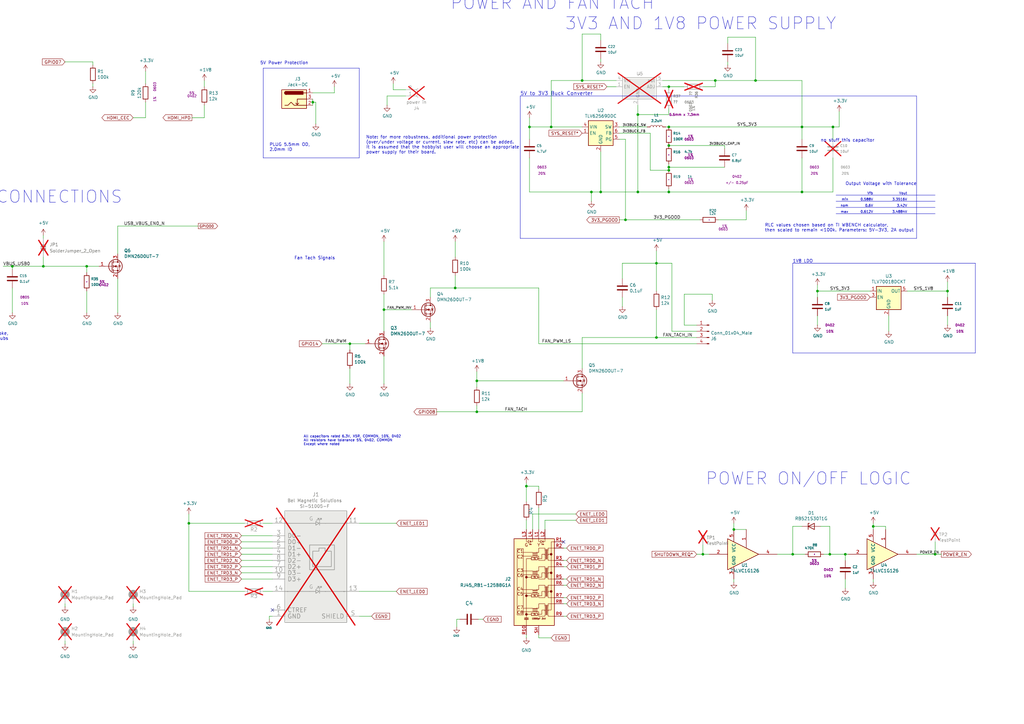
<source format=kicad_sch>
(kicad_sch (version 20231120) (generator "eeschema") (generator_version "8.0")
  (paper "A3")
  (title_block (title "Open Source Educational Baseboard") (date "2020-06-30") (rev "1.1") (company "NVIDIA"))
  (lib_symbols
    (symbol "74xGxx:74LVC1G126"
      (property "Reference" "U" (at 2.54 7.62 0))
      (property "Value" "74LVC1G126" (at 2.54 -7.62 0))
      (symbol "74LVC1G126_1_1"
        (pin input line (at 0 10.16 270) (length 7.62) (name "~") (number "1"))
        (pin input line (at -15.24 0 0) (length 7.62) (name "~") (number "2"))
        (pin power_in line (at -5.08 -10.16 90) (length 5.08) (name "GND") (number "3"))
        (pin tri_state line (at 12.7 0 180) (length 7.62) (name "~") (number "4"))
        (pin power_in line (at -5.08 10.16 270) (length 5.08) (name "VCC") (number "5"))
      )
    )
    (symbol "AP7361C-33Y5-13:AP7361C-33Y5-13"
      (property "Reference" "U" (at 0 0 0))
      (symbol "AP7361C-33Y5-13_0_0"
        (pin unspecified line (at -8.89 -1.27 0) (length 2.54) (name "EN") (number "1"))
        (pin unspecified line (at 0 -8.89 90) (length 2.54) (name "GND") (number "2"))
        (pin unspecified line (at 10.16 -1.27 180) (length 2.54) (name "ADJ") (number "3"))
        (pin unspecified line (at -8.89 1.27 0) (length 2.54) (name "Vin") (number "4"))
        (pin unspecified line (at 10.16 1.27 180) (length 2.54) (name "out") (number "5"))
      )
    )
    (symbol "Connector:Barrel_Jack_Switch" (pin_names hide)
      (property "Reference" "J" (at 0 5.334 0))
      (property "Value" "Barrel_Jack_Switch" (at 0 -5.08 0))
      (symbol "Barrel_Jack_Switch_1_1"
        (pin passive line (at 7.62 2.54 180) (length 2.54) (name "~") (number "1"))
        (pin passive line (at 7.62 -2.54 180) (length 2.54) (name "~") (number "2"))
        (pin passive line (at 7.62 0 180) (length 2.54) (name "~") (number "3"))
      )
    )
    (symbol "Connector:Conn_01x02_Pin" (pin_names (offset 1.016) hide)
      (property "Reference" "J" (at 0 2.54 0))
      (property "Value" "Conn_01x02_Pin" (at 0 -5.08 0))
      (symbol "Conn_01x02_Pin_1_1"
        (pin passive line (at 5.08 0 180) (length 3.81) (name "Pin_1") (number "1"))
        (pin passive line (at 5.08 -2.54 180) (length 3.81) (name "Pin_2") (number "2"))
      )
    )
    (symbol "Connector:Conn_01x02_Socket" (pin_names (offset 1.016) hide)
      (property "Reference" "J" (at 0 2.54 0))
      (property "Value" "Conn_01x02_Socket" (at 0 -5.08 0))
      (symbol "Conn_01x02_Socket_1_1"
        (pin passive line (at -5.08 0 0) (length 3.81) (name "Pin_1") (number "1"))
        (pin passive line (at -5.08 -2.54 0) (length 3.81) (name "Pin_2") (number "2"))
      )
    )
    (symbol "Connector:Conn_01x04_Pin" (pin_names (offset 1.016) hide)
      (property "Reference" "J" (at 0 5.08 0))
      (property "Value" "Conn_01x04_Pin" (at 0 -7.62 0))
      (symbol "Conn_01x04_Pin_1_1"
        (pin passive line (at 5.08 2.54 180) (length 3.81) (name "Pin_1") (number "1"))
        (pin passive line (at 5.08 0 180) (length 3.81) (name "Pin_2") (number "2"))
        (pin passive line (at 5.08 -2.54 180) (length 3.81) (name "Pin_3") (number "3"))
        (pin passive line (at 5.08 -5.08 180) (length 3.81) (name "Pin_4") (number "4"))
      )
    )
    (symbol "Connector:RJ45_RB1-125B8G1A" (pin_names hide)
      (property "Reference" "J" (at -7.62 20.32 0))
      (property "Value" "RJ45_RB1-125B8G1A" (at 15.24 20.32 0))
      (symbol "RJ45_RB1-125B8G1A_0_0"
        (text "1000pF 2kV" (at 2.54 -13.716 0) (effects (font (size 0.635 0.635))))
        (text "C1" (at -5.08 13.97 0) (effects (font (size 1.27 1.27))))
        (text "C2" (at -5.08 11.684 0) (effects (font (size 1.27 1.27))))
        (text "C3" (at -5.08 6.096 0) (effects (font (size 1.27 1.27))))
        (text "C4" (at -5.08 -1.524 0) (effects (font (size 1.27 1.27))))
        (text "C5" (at -5.08 -3.556 0) (effects (font (size 1.27 1.27))))
        (text "C6" (at -5.08 4.064 0) (effects (font (size 1.27 1.27))))
        (text "C7" (at -5.08 -9.144 0) (effects (font (size 1.27 1.27))))
        (text "C8" (at -5.08 -11.176 0) (effects (font (size 1.27 1.27))))
        (text "G" (at -2.54 16.51 0) (effects (font (size 1.27 1.27))))
        (text "Y" (at 2.54 16.51 0) (effects (font (size 1.27 1.27))))
      )
      (symbol "RJ45_RB1-125B8G1A_0_1"
        (pin power_in line (at -2.54 -20.32 90) (length 3.81) (name "GND") (number "R10"))
      )
      (symbol "RJ45_RB1-125B8G1A_1_0"
        (text "75" (at 0.762 -11.938 0) (effects (font (size 0.508 0.508))))
        (text "75" (at 0.762 -4.318 0) (effects (font (size 0.508 0.508))))
        (text "75" (at 0.762 3.302 0) (effects (font (size 0.508 0.508))))
        (text "75" (at 0.762 10.922 0) (effects (font (size 0.508 0.508))))
      )
      (symbol "RJ45_RB1-125B8G1A_1_1"
        (pin passive line (at 2.54 22.86 270) (length 3.81) (name "~") (number "L1"))
        (pin passive line (at 5.08 22.86 270) (length 3.81) (name "~") (number "L2"))
        (pin passive line (at -2.54 22.86 270) (length 3.81) (name "~") (number "L3"))
        (pin passive line (at 0 22.86 270) (length 3.81) (name "~") (number "L4"))
        (pin passive line (at 12.7 17.78 180) (length 3.81) (name "CT") (number "R1"))
        (pin passive line (at 12.7 15.24 180) (length 3.81) (name "TD1+") (number "R2"))
        (pin passive line (at 12.7 10.16 180) (length 3.81) (name "TD1-") (number "R3"))
        (pin passive line (at 12.7 7.62 180) (length 3.81) (name "TD2+") (number "R4"))
        (pin passive line (at 12.7 2.54 180) (length 3.81) (name "TD2-") (number "R5"))
        (pin passive line (at 12.7 0 180) (length 3.81) (name "TD3+") (number "R6"))
        (pin passive line (at 12.7 -5.08 180) (length 3.81) (name "TD3-") (number "R7"))
        (pin passive line (at 12.7 -7.62 180) (length 3.81) (name "TD4+") (number "R8"))
        (pin passive line (at 12.7 -12.7 180) (length 3.81) (name "TD4-") (number "R9"))
        (pin passive line (at 2.54 -20.32 90) (length 3.81) (name "SH") (number "SH"))
      )
    )
    (symbol "Connector:TestPoint" (pin_numbers hide) (pin_names (offset 0.762) hide)
      (property "Reference" "TP" (at 0 6.858 0))
      (property "Value" "TestPoint" (at 0 5.08 0))
      (symbol "TestPoint_1_1"
        (pin passive line (at 0 0 90) (length 2.54) (name "1") (number "1"))
      )
    )
    (symbol "Connector:USB_C_Receptacle" (pin_names (offset 1.016))
      (property "Reference" "J" (at -10.16 29.21 0))
      (property "Value" "USB_C_Receptacle" (at 10.16 29.21 0))
      (symbol "USB_C_Receptacle_1_1"
        (pin passive line (at 0 -40.64 90) (length 5.08) (name "GND") (number "A1"))
        (pin bidirectional line (at 15.24 -15.24 180) (length 5.08) (name "RX2-") (number "A10"))
        (pin bidirectional line (at 15.24 -17.78 180) (length 5.08) (name "RX2+") (number "A11"))
        (pin passive line (at 0 -40.64 90) (length 5.08) hide (name "GND") (number "A12"))
        (pin bidirectional line (at 15.24 -10.16 180) (length 5.08) (name "TX1+") (number "A2"))
        (pin bidirectional line (at 15.24 -7.62 180) (length 5.08) (name "TX1-") (number "A3"))
        (pin passive line (at 15.24 25.4 180) (length 5.08) (name "VBUS") (number "A4"))
        (pin bidirectional line (at 15.24 20.32 180) (length 5.08) (name "CC1") (number "A5"))
        (pin bidirectional line (at 15.24 7.62 180) (length 5.08) (name "D+") (number "A6"))
        (pin bidirectional line (at 15.24 12.7 180) (length 5.08) (name "D-") (number "A7"))
        (pin bidirectional line (at 15.24 -30.48 180) (length 5.08) (name "SBU1") (number "A8"))
        (pin passive line (at 15.24 25.4 180) (length 5.08) hide (name "VBUS") (number "A9"))
        (pin passive line (at 0 -40.64 90) (length 5.08) hide (name "GND") (number "B1"))
        (pin bidirectional line (at 15.24 0 180) (length 5.08) (name "RX1-") (number "B10"))
        (pin bidirectional line (at 15.24 -2.54 180) (length 5.08) (name "RX1+") (number "B11"))
        (pin passive line (at 0 -40.64 90) (length 5.08) hide (name "GND") (number "B12"))
        (pin bidirectional line (at 15.24 -25.4 180) (length 5.08) (name "TX2+") (number "B2"))
        (pin bidirectional line (at 15.24 -22.86 180) (length 5.08) (name "TX2-") (number "B3"))
        (pin passive line (at 15.24 25.4 180) (length 5.08) hide (name "VBUS") (number "B4"))
        (pin bidirectional line (at 15.24 17.78 180) (length 5.08) (name "CC2") (number "B5"))
        (pin bidirectional line (at 15.24 5.08 180) (length 5.08) (name "D+") (number "B6"))
        (pin bidirectional line (at 15.24 10.16 180) (length 5.08) (name "D-") (number "B7"))
        (pin bidirectional line (at 15.24 -33.02 180) (length 5.08) (name "SBU2") (number "B8"))
        (pin passive line (at 15.24 25.4 180) (length 5.08) hide (name "VBUS") (number "B9"))
        (pin passive line (at -7.62 -40.64 90) (length 5.08) (name "SHIELD") (number "S1"))
      )
    )
    (symbol "CustomSymbols:SODIMM_260" (pin_names (offset 0.762))
      (property "Reference" "J" (at -8.89 7.62 0))
      (property "Value" "SODIMM_260" (at -8.89 5.08 0))
      (symbol "SODIMM_260_1_0"
        (pin input line (at 20.32 -27.94 180) (length 5.08) (name "PCIE0_RX0_N") (number "131"))
        (pin input line (at 20.32 -25.4 180) (length 5.08) (name "PCIE0_RX0_P") (number "133"))
        (pin output line (at 20.32 -5.08 180) (length 5.08) (name "PCIE0_TX0_N") (number "134"))
        (pin output line (at 20.32 -2.54 180) (length 5.08) (name "PCIE0_TX0_P") (number "136"))
        (pin input line (at 20.32 -33.02 180) (length 5.08) (name "PCIE0_RX1_N") (number "137"))
        (pin input line (at 20.32 -30.48 180) (length 5.08) (name "PCIE0_RX1_P") (number "139"))
        (pin output line (at 20.32 -10.16 180) (length 5.08) (name "PCIE0_TX1_N") (number "140"))
        (pin output line (at 20.32 -7.62 180) (length 5.08) (name "PCIE0_TX1_P") (number "142"))
        (pin output line (at 20.32 -15.24 180) (length 5.08) (name "PCIE0_TX2_N") (number "148"))
        (pin input line (at 20.32 -38.1 180) (length 5.08) (name "PCIE0_RX2_N") (number "149"))
        (pin output line (at 20.32 -12.7 180) (length 5.08) (name "PCIE0_TX2_P") (number "150"))
        (pin input line (at 20.32 -35.56 180) (length 5.08) (name "PCIE0_RX2_P") (number "151"))
        (pin output line (at 20.32 -20.32 180) (length 5.08) (name "PCIE0_TX3_N") (number "154"))
        (pin input line (at 20.32 -43.18 180) (length 5.08) (name "PCIE0_RX3_N") (number "155"))
        (pin output line (at 20.32 -17.78 180) (length 5.08) (name "PCIE0_TX3_P") (number "156"))
        (pin input line (at 20.32 -40.64 180) (length 5.08) (name "PCIE0_RX3_P") (number "157"))
        (pin output line (at 20.32 -50.8 180) (length 5.08) (name "PCIE0_CLK_N") (number "160"))
        (pin output line (at 20.32 -48.26 180) (length 5.08) (name "PCIE0_CLK_P") (number "162"))
        (pin no_connect line (at 20.32 -76.2 180) (length 5.08) (name "RSVD_PCIE1_RX0_N") (number "167"))
        (pin no_connect line (at 20.32 -73.66 180) (length 5.08) (name "RSVD_PCIE1_RX0_P") (number "169"))
        (pin no_connect line (at 20.32 -68.58 180) (length 5.08) (name "RSVD_PCIE1_TX0_N") (number "172"))
        (pin no_connect line (at 20.32 -81.28 180) (length 5.08) (name "RSVD_PCIE1_CLK_N") (number "173"))
        (pin no_connect line (at 20.32 -71.12 180) (length 5.08) (name "RSVD_PCIE1_TX0_P") (number "174"))
        (pin no_connect line (at 20.32 -78.74 180) (length 5.08) (name "RSVD_PCIE1_CLK_P") (number "175"))
        (pin input line (at 20.32 -60.96 180) (length 5.08) (name "~{PCIE_WAKE}") (number "179"))
        (pin bidirectional line (at 20.32 -58.42 180) (length 5.08) (name "~{PCIE0_CLKREQ}") (number "180"))
        (pin output line (at 20.32 -55.88 180) (length 5.08) (name "~{PCIE0_RST}") (number "181"))
        (pin no_connect line (at 20.32 -86.36 180) (length 5.08) (name "RSVD_PCIE1_CLKREQ#") (number "182"))
        (pin no_connect line (at 20.32 -83.82 180) (length 5.08) (name "RSVD_PCIE1_RST#") (number "183"))
      )
      (symbol "SODIMM_260_2_0"
        (pin bidirectional line (at 20.32 -66.04 180) (length 5.08) (name "DP1_AUX_P") (number "100"))
        (pin output line (at 20.32 -5.08 180) (length 5.08) (name "DP0_TXD0_N") (number "39"))
        (pin output line (at 20.32 -2.54 180) (length 5.08) (name "DP0_TXD0_P") (number "41"))
        (pin output line (at 20.32 -10.16 180) (length 5.08) (name "DP0_TXD1_N") (number "45"))
        (pin output line (at 20.32 -7.62 180) (length 5.08) (name "DP0_TXD1_P") (number "47"))
        (pin output line (at 20.32 -15.24 180) (length 5.08) (name "DP0_TXD2_N") (number "51"))
        (pin output line (at 20.32 -12.7 180) (length 5.08) (name "DP0_TXD2_P") (number "53"))
        (pin output line (at 20.32 -22.86 180) (length 5.08) (name "DP0_TXD3_N") (number "57"))
        (pin output line (at 20.32 -17.78 180) (length 5.08) (name "DP0_TXD3_P") (number "59"))
        (pin output line (at 20.32 -45.72 180) (length 5.08) (name "DP1_TXD0_N") (number "63"))
        (pin output line (at 20.32 -43.18 180) (length 5.08) (name "DP1_TXD0_P") (number "65"))
        (pin output line (at 20.32 -50.8 180) (length 5.08) (name "DP1_TXD1_N") (number "69"))
        (pin output line (at 20.32 -83.82 180) (length 5.08) (name "DSI_D0_N") (number "70"))
        (pin output line (at 20.32 -48.26 180) (length 5.08) (name "DP1_TXD1_P") (number "71"))
        (pin output line (at 20.32 -81.28 180) (length 5.08) (name "DSI_D0_P") (number "72"))
        (pin output line (at 20.32 -55.88 180) (length 5.08) (name "DP1_TXD2_N") (number "75"))
        (pin output line (at 20.32 -96.52 180) (length 5.08) (name "DSI_CLK_N") (number "76"))
        (pin output line (at 20.32 -53.34 180) (length 5.08) (name "DP1_TXD2_P") (number "77"))
        (pin output line (at 20.32 -93.98 180) (length 5.08) (name "DSI_CLK_P") (number "78"))
        (pin output line (at 20.32 -60.96 180) (length 5.08) (name "DP1_TXD3_N") (number "81"))
        (pin output line (at 20.32 -88.9 180) (length 5.08) (name "DSI_D1_N") (number "82"))
        (pin output line (at 20.32 -58.42 180) (length 5.08) (name "DP1_TXD3_P") (number "83"))
        (pin output line (at 20.32 -86.36 180) (length 5.08) (name "DSI_D1_P") (number "84"))
        (pin input line (at 20.32 -33.02 180) (length 5.08) (name "DP0_HPD") (number "88"))
        (pin bidirectional line (at 20.32 -27.94 180) (length 5.08) (name "DP0_AUX_N") (number "90"))
        (pin bidirectional line (at 20.32 -25.4 180) (length 5.08) (name "DP0_AUX_P") (number "92"))
        (pin bidirectional line (at 20.32 -35.56 180) (length 5.08) (name "HDMI_CEC") (number "94"))
        (pin input line (at 20.32 -73.66 180) (length 5.08) (name "DP1_HPD") (number "96"))
        (pin bidirectional line (at 20.32 -68.58 180) (length 5.08) (name "DP1_AUX_N") (number "98"))
      )
      (symbol "SODIMM_260_3_0"
        (text "1.8V" (at -2.54 -130.81 0) (effects (font (size 1.524 1.524))))
        (text "3.3V" (at -2.54 -140.97 0) (effects (font (size 1.524 1.524))))
        (pin input line (at 20.32 -17.78 180) (length 5.08) (name "CSI0_CLK_N") (number "10"))
        (pin no_connect line (at 20.32 -38.1 180) (length 5.08) (name "RSVD_CSI1_CLK_P") (number "11"))
        (pin output line (at 20.32 -129.54 180) (length 5.08) (name "CAM0_PWDN") (number "114"))
        (pin output line (at 20.32 -127 180) (length 5.08) (name "CAM0_MCLK") (number "116"))
        (pin input line (at 20.32 -15.24 180) (length 5.08) (name "CSI0_CLK_P") (number "12"))
        (pin output line (at 20.32 -134.62 180) (length 5.08) (name "CAM1_PWDN") (number "120"))
        (pin output line (at 20.32 -132.08 180) (length 5.08) (name "CAM1_MCLK") (number "122"))
        (pin input line (at 20.32 -33.02 180) (length 5.08) (name "CSI1_D1_N") (number "15"))
        (pin input line (at 20.32 -10.16 180) (length 5.08) (name "CSI0_D1_N") (number "16"))
        (pin input line (at 20.32 -30.48 180) (length 5.08) (name "CSI1_D1_P") (number "17"))
        (pin input line (at 20.32 -7.62 180) (length 5.08) (name "CSI0_D1_P") (number "18"))
        (pin input line (at 20.32 -73.66 180) (length 5.08) (name "CSI3_D0_N") (number "21"))
        (pin bidirectional line (at 20.32 -139.7 180) (length 5.08) (name "CAM_I2C_SCL") (number "213"))
        (pin bidirectional line (at 20.32 -142.24 180) (length 5.08) (name "CAM_I2C_SDA") (number "215"))
        (pin input line (at 20.32 -50.8 180) (length 5.08) (name "CSI2_D0_N") (number "22"))
        (pin input line (at 20.32 -71.12 180) (length 5.08) (name "CSI3_D0_P") (number "23"))
        (pin input line (at 20.32 -48.26 180) (length 5.08) (name "CSI2_D0_P") (number "24"))
        (pin input line (at 20.32 -86.36 180) (length 5.08) (name "CSI3_CLK_N") (number "27"))
        (pin input line (at 20.32 -63.5 180) (length 5.08) (name "CSI2_CLK_N") (number "28"))
        (pin input line (at 20.32 -83.82 180) (length 5.08) (name "CSI3_CLK_P") (number "29"))
        (pin input line (at 20.32 -27.94 180) (length 5.08) (name "CSI1_D0_N") (number "3"))
        (pin input line (at 20.32 -60.96 180) (length 5.08) (name "CSI2_CLK_P") (number "30"))
        (pin input line (at 20.32 -78.74 180) (length 5.08) (name "CSI3_D1_N") (number "33"))
        (pin input line (at 20.32 -55.88 180) (length 5.08) (name "CSI2_D1_N") (number "34"))
        (pin input line (at 20.32 -76.2 180) (length 5.08) (name "CSI3_D1_P") (number "35"))
        (pin input line (at 20.32 -53.34 180) (length 5.08) (name "CSI2_D1_P") (number "36"))
        (pin input line (at 20.32 -5.08 180) (length 5.08) (name "CSI0_D0_N") (number "4"))
        (pin input line (at 20.32 -106.68 180) (length 5.08) (name "CSI4_D2_N") (number "40"))
        (pin input line (at 20.32 -104.14 180) (length 5.08) (name "CSI4_D2_P") (number "42"))
        (pin input line (at 20.32 -96.52 180) (length 5.08) (name "CSI4_D0_N") (number "46"))
        (pin input line (at 20.32 -93.98 180) (length 5.08) (name "CSI4_D0_P") (number "48"))
        (pin input line (at 20.32 -25.4 180) (length 5.08) (name "CSI1_D0_P") (number "5"))
        (pin input line (at 20.32 -119.38 180) (length 5.08) (name "CSI4_CLK_N") (number "52"))
        (pin input line (at 20.32 -116.84 180) (length 5.08) (name "CSI4_CLK_P") (number "54"))
        (pin input line (at 20.32 -101.6 180) (length 5.08) (name "CSI4_D1_N") (number "58"))
        (pin input line (at 20.32 -2.54 180) (length 5.08) (name "CSI0_D0_P") (number "6"))
        (pin input line (at 20.32 -99.06 180) (length 5.08) (name "CSI4_D1_P") (number "60"))
        (pin input line (at 20.32 -111.76 180) (length 5.08) (name "CSI4_D3_N") (number "64"))
        (pin input line (at 20.32 -109.22 180) (length 5.08) (name "CSI4_D3_P") (number "66"))
        (pin no_connect line (at 20.32 -40.64 180) (length 5.08) (name "RSVD_CSI1_CLK_N") (number "9"))
      )
      (symbol "SODIMM_260_4_0"
        (pin bidirectional line (at 20.32 -58.42 180) (length 5.08) (name "USB0_D_N") (number "109"))
        (pin bidirectional line (at 20.32 -55.88 180) (length 5.08) (name "USB0_D_P") (number "111"))
        (pin bidirectional line (at 20.32 -66.04 180) (length 5.08) (name "USB1_D_N") (number "115"))
        (pin bidirectional line (at 20.32 -63.5 180) (length 5.08) (name "USB1_D_P") (number "117"))
        (pin bidirectional line (at 20.32 -73.66 180) (length 5.08) (name "USB2_D_N") (number "121"))
        (pin bidirectional line (at 20.32 -71.12 180) (length 5.08) (name "USB2_D_P") (number "123"))
        (pin no_connect line (at 20.32 -101.6 180) (length 5.08) (name "RSVD_CAN_RX") (number "143"))
        (pin no_connect line (at 20.32 -99.06 180) (length 5.08) (name "RSVD_CAN_TX") (number "145"))
        (pin input line (at 20.32 -91.44 180) (length 5.08) (name "USBSS_RX_N") (number "161"))
        (pin input line (at 20.32 -88.9 180) (length 5.08) (name "USBSS_RX_P") (number "163"))
        (pin output line (at 20.32 -83.82 180) (length 5.08) (name "USBSS_TX_N") (number "166"))
        (pin output line (at 20.32 -81.28 180) (length 5.08) (name "USBSS_TX_P") (number "168"))
        (pin bidirectional line (at 20.32 -5.08 180) (length 5.08) (name "GBE_MDI0_N") (number "184"))
        (pin bidirectional line (at 20.32 -2.54 180) (length 5.08) (name "GBE_MDI0_P") (number "186"))
        (pin output line (at 20.32 -25.4 180) (length 5.08) (name "GBE_LED_LINK") (number "188"))
        (pin bidirectional line (at 20.32 -10.16 180) (length 5.08) (name "GBE_MDI1_N") (number "190"))
        (pin bidirectional line (at 20.32 -7.62 180) (length 5.08) (name "GBE_MDI1_P") (number "192"))
        (pin output line (at 20.32 -27.94 180) (length 5.08) (name "GBE_LED_ACT") (number "194"))
        (pin bidirectional line (at 20.32 -15.24 180) (length 5.08) (name "GBE_MDI2_N") (number "196"))
        (pin bidirectional line (at 20.32 -12.7 180) (length 5.08) (name "GBE_MDI2_P") (number "198"))
        (pin bidirectional line (at 20.32 -20.32 180) (length 5.08) (name "GBE_MDI3_N") (number "202"))
        (pin bidirectional line (at 20.32 -17.78 180) (length 5.08) (name "GBE_MDI3_P") (number "204"))
        (pin bidirectional line (at 20.32 -35.56 180) (length 5.08) (name "SDMMC_DAT0") (number "219"))
        (pin bidirectional line (at 20.32 -38.1 180) (length 5.08) (name "SDMMC_DAT1") (number "221"))
        (pin bidirectional line (at 20.32 -40.64 180) (length 5.08) (name "SDMMC_DAT2") (number "223"))
        (pin bidirectional line (at 20.32 -43.18 180) (length 5.08) (name "SDMMC_DAT3") (number "225"))
        (pin bidirectional line (at 20.32 -45.72 180) (length 5.08) (name "SDMMC_CMD") (number "227"))
        (pin output line (at 20.32 -48.26 180) (length 5.08) (name "SDMMC_CLK") (number "229"))
      )
      (symbol "SODIMM_260_5_0"
        (text "1.8V" (at -7.62 -115.57 0) (effects (font (size 1.524 1.524))))
        (text "1.8V" (at -1.27 -105.41 0) (effects (font (size 1.524 1.524))))
        (text "1.8V" (at -1.27 -92.71 0) (effects (font (size 1.524 1.524))))
        (text "1.8V" (at -1.27 -76.2 0) (effects (font (size 1.524 1.524))))
        (text "1.8V" (at -1.27 -60.96 0) (effects (font (size 1.524 1.524))))
        (text "1.8V" (at -1.27 -44.45 0) (effects (font (size 1.524 1.524))))
        (text "1.8V" (at -1.27 -31.75 0) (effects (font (size 1.524 1.524))))
        (text "1.8V" (at 1.27 -19.05 0) (effects (font (size 1.524 1.524))))
        (text "3.3V" (at 1.27 -11.43 0) (effects (font (size 1.524 1.524))))
        (text "3.3V" (at 1.27 -3.81 0) (effects (font (size 1.524 1.524))))
        (pin input line (at 20.32 -91.44 180) (length 5.08) (name "UART0_RXD") (number "101"))
        (pin output line (at 20.32 -93.98 180) (length 5.08) (name "UART0_RTS") (number "103"))
        (pin bidirectional line (at 20.32 -73.66 180) (length 5.08) (name "SPI1_MOSI") (number "104"))
        (pin input line (at 20.32 -96.52 180) (length 5.08) (name "UART0_CTS") (number "105"))
        (pin bidirectional line (at 20.32 -76.2 180) (length 5.08) (name "SPI1_SCK") (number "106"))
        (pin bidirectional line (at 20.32 -71.12 180) (length 5.08) (name "SPI1_MISO") (number "108"))
        (pin bidirectional line (at 20.32 -78.74 180) (length 5.08) (name "SPI1_CS0") (number "110"))
        (pin bidirectional line (at 20.32 -81.28 180) (length 5.08) (name "SPI1_CS1") (number "112"))
        (pin bidirectional line (at 20.32 -2.54 180) (length 5.08) (name "I2C0_SCL") (number "185"))
        (pin bidirectional line (at 20.32 -5.08 180) (length 5.08) (name "I2C0_SDA") (number "187"))
        (pin bidirectional line (at 20.32 -10.16 180) (length 5.08) (name "I2C1_SCL") (number "189"))
        (pin bidirectional line (at 20.32 -12.7 180) (length 5.08) (name "I2C1_SDA") (number "191"))
        (pin passive line (at 20.32 -27.94 180) (length 5.08) (name "I2S0_DOUT") (number "193"))
        (pin input line (at 20.32 -30.48 180) (length 5.08) (name "I2S0_DIN") (number "195"))
        (pin bidirectional line (at 20.32 -33.02 180) (length 5.08) (name "I2S0_FS") (number "197"))
        (pin bidirectional line (at 20.32 -35.56 180) (length 5.08) (name "I2S0_SCLK") (number "199"))
        (pin output line (at 20.32 -101.6 180) (length 5.08) (name "UART1_TXD") (number "203"))
        (pin input line (at 20.32 -104.14 180) (length 5.08) (name "UART1_RXD") (number "205"))
        (pin output line (at 20.32 -106.68 180) (length 5.08) (name "UART1_RTS") (number "207"))
        (pin input line (at 20.32 -109.22 180) (length 5.08) (name "UART1_CTS") (number "209"))
        (pin output line (at 20.32 -40.64 180) (length 5.08) (name "I2S1_DOUT") (number "220"))
        (pin input line (at 20.32 -43.18 180) (length 5.08) (name "I2S1_DIN") (number "222"))
        (pin bidirectional line (at 20.32 -45.72 180) (length 5.08) (name "I2S1_FS") (number "224"))
        (pin bidirectional line (at 20.32 -48.26 180) (length 5.08) (name "I2S1_SCLK") (number "226"))
        (pin bidirectional line (at 20.32 -17.78 180) (length 5.08) (name "I2C2_SCL") (number "232"))
        (pin bidirectional line (at 20.32 -20.32 180) (length 5.08) (name "I2C2_SDA") (number "234"))
        (pin output line (at 20.32 -116.84 180) (length 5.08) (name "UART2_TXD_DEBUG") (number "236"))
        (pin input line (at 20.32 -114.3 180) (length 5.08) (name "UART2_RXD_DEBUG") (number "238"))
        (pin bidirectional line (at 20.32 -58.42 180) (length 5.08) (name "SPI0_MOSI") (number "89"))
        (pin bidirectional line (at 20.32 -60.96 180) (length 5.08) (name "SPI0_SCK") (number "91"))
        (pin bidirectional line (at 20.32 -55.88 180) (length 5.08) (name "SPI0_MISO") (number "93"))
        (pin bidirectional line (at 20.32 -63.5 180) (length 5.08) (name "SPI0_CS0") (number "95"))
        (pin bidirectional line (at 20.32 -66.04 180) (length 5.08) (name "SPI0_CS1") (number "97"))
        (pin output line (at 20.32 -88.9 180) (length 5.08) (name "UART0_TXD") (number "99"))
      )
      (symbol "SODIMM_260_6_0"
        (pin bidirectional line (at 20.32 -30.48 180) (length 5.08) (name "GPIO01_CLK") (number "118"))
        (pin bidirectional line (at 20.32 -33.02 180) (length 5.08) (name "GPIO02") (number "124"))
        (pin bidirectional line (at 20.32 -35.56 180) (length 5.08) (name "GPIO03") (number "126"))
        (pin bidirectional line (at 20.32 -38.1 180) (length 5.08) (name "GPIO04") (number "127"))
        (pin bidirectional line (at 20.32 -40.64 180) (length 5.08) (name "GPIO05") (number "128"))
        (pin bidirectional line (at 20.32 -43.18 180) (length 5.08) (name "GPIO06") (number "130"))
        (pin output line (at 20.32 -10.16 180) (length 5.08) (name "~{MOD_SLEEP}") (number "178"))
        (pin bidirectional line (at 20.32 -45.72 180) (length 5.08) (name "GPIO07_PWM") (number "206"))
        (pin bidirectional line (at 20.32 -48.26 180) (length 5.08) (name "GPIO08_SDMMC_CD") (number "208"))
        (pin output line (at 20.32 -2.54 180) (length 5.08) (name "CLK_32K_OUT") (number "210"))
        (pin bidirectional line (at 20.32 -50.8 180) (length 5.08) (name "GPIO09_AUD_MCLK") (number "211"))
        (pin bidirectional line (at 20.32 -53.34 180) (length 5.08) (name "GPIO10") (number "212"))
        (pin input line (at 20.32 -5.08 180) (length 5.08) (name "~{FORCE_RECOVERY}") (number "214"))
        (pin bidirectional line (at 20.32 -55.88 180) (length 5.08) (name "GPIO11_CLK") (number "216"))
        (pin bidirectional line (at 20.32 -58.42 180) (length 5.08) (name "GPIO12") (number "218"))
        (pin bidirectional line (at 20.32 -60.96 180) (length 5.08) (name "GPIO13_PWM") (number "228"))
        (pin bidirectional line (at 20.32 -63.5 180) (length 5.08) (name "GPIO14_PWM") (number "230"))
        (pin output line (at 20.32 -7.62 180) (length 5.08) (name "~{SHUTDOWN_REQ}") (number "233"))
        (pin bidirectional line (at 20.32 -12.7 180) (length 5.08) (name "PMIC_BBAT") (number "235"))
        (pin input line (at 20.32 -15.24 180) (length 5.08) (name "POWER_EN") (number "237"))
        (pin bidirectional line (at 20.32 -20.32 180) (length 5.08) (name "~{SYS_RESET}") (number "239"))
        (pin output line (at 20.32 -17.78 180) (length 5.08) (name "~{SLEEP_WAKE}") (number "240"))
        (pin bidirectional line (at 20.32 -27.94 180) (length 5.08) (name "GPIO00_USB_VBUS_EN0") (number "87"))
      )
      (symbol "SODIMM_260_7_0"
        (pin power_in line (at 20.32 -2.54 180) (length 5.08) (name "GND") (number "1"))
        (pin power_in line (at 20.32 -78.74 180) (length 5.08) (name "GND") (number "102"))
        (pin power_in line (at 20.32 -81.28 180) (length 5.08) (name "GND") (number "107"))
        (pin power_in line (at 20.32 -83.82 180) (length 5.08) (name "GND") (number "113"))
        (pin power_in line (at 20.32 -86.36 180) (length 5.08) (name "GND") (number "119"))
        (pin power_in line (at 20.32 -88.9 180) (length 5.08) (name "GND") (number "125"))
        (pin power_in line (at 20.32 -91.44 180) (length 5.08) (name "GND") (number "129"))
        (pin power_in line (at 20.32 -12.7 180) (length 5.08) (name "GND") (number "13"))
        (pin power_in line (at 20.32 -93.98 180) (length 5.08) (name "GND") (number "132"))
        (pin power_in line (at 20.32 -96.52 180) (length 5.08) (name "GND") (number "135"))
        (pin power_in line (at 20.32 -99.06 180) (length 5.08) (name "GND") (number "138"))
        (pin power_in line (at 20.32 -15.24 180) (length 5.08) (name "GND") (number "14"))
        (pin power_in line (at 20.32 -101.6 180) (length 5.08) (name "GND") (number "141"))
        (pin power_in line (at 20.32 -104.14 180) (length 5.08) (name "GND") (number "144"))
        (pin power_in line (at 20.32 -106.68 180) (length 5.08) (name "GND") (number "146"))
        (pin power_in line (at 20.32 -109.22 180) (length 5.08) (name "GND") (number "147"))
        (pin power_in line (at 20.32 -111.76 180) (length 5.08) (name "GND") (number "152"))
        (pin power_in line (at 20.32 -114.3 180) (length 5.08) (name "GND") (number "153"))
        (pin power_in line (at 20.32 -116.84 180) (length 5.08) (name "GND") (number "158"))
        (pin power_in line (at 20.32 -119.38 180) (length 5.08) (name "GND") (number "159"))
        (pin power_in line (at 20.32 -121.92 180) (length 5.08) (name "GND") (number "164"))
        (pin power_in line (at 20.32 -124.46 180) (length 5.08) (name "GND") (number "165"))
        (pin power_in line (at 20.32 -127 180) (length 5.08) (name "GND") (number "170"))
        (pin power_in line (at 20.32 -129.54 180) (length 5.08) (name "GND") (number "171"))
        (pin power_in line (at 20.32 -132.08 180) (length 5.08) (name "GND") (number "176"))
        (pin power_in line (at 20.32 -134.62 180) (length 5.08) (name "GND") (number "177"))
        (pin power_in line (at 20.32 -17.78 180) (length 5.08) (name "GND") (number "19"))
        (pin power_in line (at 20.32 -5.08 180) (length 5.08) (name "GND") (number "2"))
        (pin power_in line (at 20.32 -20.32 180) (length 5.08) (name "GND") (number "20"))
        (pin power_in line (at 20.32 -137.16 180) (length 5.08) (name "GND") (number "200"))
        (pin power_in line (at 20.32 -139.7 180) (length 5.08) (name "GND") (number "201"))
        (pin power_in line (at 20.32 -142.24 180) (length 5.08) (name "GND") (number "217"))
        (pin power_in line (at 20.32 -144.78 180) (length 5.08) (name "GND") (number "231"))
        (pin power_in line (at 20.32 -22.86 180) (length 5.08) (name "GND") (number "25"))
        (pin power_in line (at 20.32 -25.4 180) (length 5.08) (name "GND") (number "26"))
        (pin power_in line (at 20.32 -27.94 180) (length 5.08) (name "GND") (number "31"))
        (pin power_in line (at 20.32 -30.48 180) (length 5.08) (name "GND") (number "32"))
        (pin power_in line (at 20.32 -33.02 180) (length 5.08) (name "GND") (number "37"))
        (pin power_in line (at 20.32 -35.56 180) (length 5.08) (name "GND") (number "38"))
        (pin power_in line (at 20.32 -38.1 180) (length 5.08) (name "GND") (number "43"))
        (pin power_in line (at 20.32 -40.64 180) (length 5.08) (name "GND") (number "44"))
        (pin power_in line (at 20.32 -43.18 180) (length 5.08) (name "GND") (number "49"))
        (pin power_in line (at 20.32 -45.72 180) (length 5.08) (name "GND") (number "50"))
        (pin power_in line (at 20.32 -48.26 180) (length 5.08) (name "GND") (number "55"))
        (pin power_in line (at 20.32 -50.8 180) (length 5.08) (name "GND") (number "56"))
        (pin power_in line (at 20.32 -53.34 180) (length 5.08) (name "GND") (number "61"))
        (pin power_in line (at 20.32 -55.88 180) (length 5.08) (name "GND") (number "62"))
        (pin power_in line (at 20.32 -58.42 180) (length 5.08) (name "GND") (number "67"))
        (pin power_in line (at 20.32 -60.96 180) (length 5.08) (name "GND") (number "68"))
        (pin power_in line (at 20.32 -7.62 180) (length 5.08) (name "GND") (number "7"))
        (pin power_in line (at 20.32 -63.5 180) (length 5.08) (name "GND") (number "73"))
        (pin power_in line (at 20.32 -66.04 180) (length 5.08) (name "GND") (number "74"))
        (pin power_in line (at 20.32 -68.58 180) (length 5.08) (name "GND") (number "79"))
        (pin power_in line (at 20.32 -10.16 180) (length 5.08) (name "GND") (number "8"))
        (pin power_in line (at 20.32 -71.12 180) (length 5.08) (name "GND") (number "80"))
        (pin power_in line (at 20.32 -73.66 180) (length 5.08) (name "GND") (number "85"))
        (pin power_in line (at 20.32 -76.2 180) (length 5.08) (name "GND") (number "86"))
      )
      (symbol "SODIMM_260_8_0"
        (pin power_in line (at 20.32 -33.02 180) (length 5.08) (name "GND") (number "241"))
        (pin power_in line (at 20.32 -35.56 180) (length 5.08) (name "GND") (number "242"))
        (pin power_in line (at 20.32 -38.1 180) (length 5.08) (name "GND") (number "243"))
        (pin power_in line (at 20.32 -40.64 180) (length 5.08) (name "GND") (number "244"))
        (pin power_in line (at 20.32 -43.18 180) (length 5.08) (name "GND") (number "245"))
        (pin power_in line (at 20.32 -45.72 180) (length 5.08) (name "GND") (number "246"))
        (pin power_in line (at 20.32 -48.26 180) (length 5.08) (name "GND") (number "247"))
        (pin power_in line (at 20.32 -50.8 180) (length 5.08) (name "GND") (number "248"))
        (pin power_in line (at 20.32 -53.34 180) (length 5.08) (name "GND") (number "249"))
        (pin power_in line (at 20.32 -55.88 180) (length 5.08) (name "GND") (number "250"))
        (pin power_in line (at 20.32 -2.54 180) (length 5.08) (name "VDD") (number "251"))
        (pin power_in line (at 20.32 -5.08 180) (length 5.08) (name "VDD") (number "252"))
        (pin power_in line (at 20.32 -7.62 180) (length 5.08) (name "VDD") (number "253"))
        (pin power_in line (at 20.32 -10.16 180) (length 5.08) (name "VDD") (number "254"))
        (pin power_in line (at 20.32 -12.7 180) (length 5.08) (name "VDD") (number "255"))
        (pin power_in line (at 20.32 -15.24 180) (length 5.08) (name "VDD") (number "256"))
        (pin power_in line (at 20.32 -17.78 180) (length 5.08) (name "VDD") (number "257"))
        (pin power_in line (at 20.32 -20.32 180) (length 5.08) (name "VDD") (number "258"))
        (pin power_in line (at 20.32 -22.86 180) (length 5.08) (name "VDD") (number "259"))
        (pin power_in line (at 20.32 -25.4 180) (length 5.08) (name "VDD") (number "260"))
      )
    )
    (symbol "Device:C" (pin_numbers hide) (pin_names (offset 0.254))
      (property "Reference" "C" (at 0.635 2.54 0))
      (property "Value" "C" (at 0.635 -2.54 0))
      (symbol "C_1_1"
        (pin passive line (at 0 3.81 270) (length 2.794) (name "~") (number "1"))
        (pin passive line (at 0 -3.81 90) (length 2.794) (name "~") (number "2"))
      )
    )
    (symbol "Device:D_Zener" (pin_numbers hide) (pin_names (offset 1.016) hide)
      (property "Reference" "D" (at 0 2.54 0))
      (property "Value" "D_Zener" (at 0 -2.54 0))
      (symbol "D_Zener_1_1"
        (pin passive line (at -3.81 0 0) (length 2.54) (name "K") (number "1"))
        (pin passive line (at 3.81 0 180) (length 2.54) (name "A") (number "2"))
      )
    )
    (symbol "Device:L" (pin_numbers hide) (pin_names (offset 1.016) hide)
      (property "Reference" "L" (at -1.27 0 90))
      (property "Value" "L" (at 1.905 0 90))
      (symbol "L_1_1"
        (pin passive line (at 0 3.81 270) (length 1.27) (name "1") (number "1"))
        (pin passive line (at 0 -3.81 90) (length 1.27) (name "2") (number "2"))
      )
    )
    (symbol "Device:LED" (pin_numbers hide) (pin_names (offset 1.016) hide)
      (property "Reference" "D" (at 0 2.54 0))
      (property "Value" "LED" (at 0 -2.54 0))
      (symbol "LED_1_1"
        (pin passive line (at -3.81 0 0) (length 2.54) (name "K") (number "1"))
        (pin passive line (at 3.81 0 180) (length 2.54) (name "A") (number "2"))
      )
    )
    (symbol "Device:R" (pin_numbers hide) (pin_names (offset 0))
      (property "Reference" "R" (at 2.032 0 90))
      (property "Value" "R" (at 0 0 90))
      (symbol "R_1_1"
        (pin passive line (at 0 3.81 270) (length 1.27) (name "~") (number "1"))
        (pin passive line (at 0 -3.81 90) (length 1.27) (name "~") (number "2"))
      )
    )
    (symbol "GND_1" (power) (pin_numbers hide) (pin_names (offset 0) hide)
      (property "Value" "GND" (at 0 -3.81 0))
      (symbol "GND_1_1_1"
        (pin power_in line (at 0 0 270) (length 0) (name "~") (number "1"))
      )
    )
    (symbol "Jumper:SolderJumper_2_Open" (pin_numbers hide) (pin_names (offset 0) hide) (exclude_from_sim yes) (in_bom no)
      (property "Reference" "JP" (at 0 2.032 0))
      (property "Value" "SolderJumper_2_Open" (at 0 -2.54 0))
      (symbol "SolderJumper_2_Open_1_1"
        (pin passive line (at -3.81 0 0) (length 2.54) (name "A") (number "1"))
        (pin passive line (at 3.81 0 180) (length 2.54) (name "B") (number "2"))
      )
    )
    (symbol "Mechanical:MountingHole_Pad" (pin_numbers hide) (pin_names (offset 1.016) hide) (exclude_from_sim yes) (in_bom no)
      (property "Reference" "H" (at 0 6.35 0))
      (property "Value" "MountingHole_Pad" (at 0 4.445 0))
      (symbol "MountingHole_Pad_1_1"
        (pin input line (at 0 -2.54 90) (length 2.54) (name "1") (number "1"))
      )
    )
    (symbol "Power_Protection:USBLC6-2SC6" (pin_names hide)
      (property "Reference" "U" (at 2.54 8.89 0))
      (property "Value" "USBLC6-2SC6" (at 2.54 -8.89 0))
      (symbol "USBLC6-2SC6_1_1"
        (pin passive line (at -10.16 -2.54 0) (length 2.54) (name "I/O1") (number "1"))
        (pin passive line (at 0 -10.16 90) (length 2.54) (name "GND") (number "2"))
        (pin passive line (at 10.16 -2.54 180) (length 2.54) (name "I/O2") (number "3"))
        (pin passive line (at 10.16 2.54 180) (length 2.54) (name "I/O2") (number "4"))
        (pin passive line (at 0 10.16 270) (length 2.54) (name "VBUS") (number "5"))
        (pin passive line (at -10.16 2.54 0) (length 2.54) (name "I/O1") (number "6"))
      )
    )
    (symbol "Regulator_Linear:TLV70018_SOT23-5" (pin_names (offset 0.254))
      (property "Reference" "U" (at -3.81 5.715 0))
      (property "Value" "TLV70018_SOT23-5" (at 0 5.715 0))
      (symbol "TLV70018_SOT23-5_1_1"
        (pin power_in line (at -7.62 2.54 0) (length 2.54) (name "IN") (number "1"))
        (pin power_in line (at 0 -7.62 90) (length 2.54) (name "GND") (number "2"))
        (pin input line (at -7.62 0 0) (length 2.54) (name "EN") (number "3"))
        (pin no_connect line (at 5.08 0 180) (length 2.54) hide (name "NC") (number "4"))
        (pin power_out line (at 7.62 2.54 180) (length 2.54) (name "OUT") (number "5"))
      )
    )
    (symbol "Regulator_Switching:TLV62569DDC"
      (property "Reference" "U" (at -5.08 6.35 0))
      (property "Value" "TLV62569DDC" (at 0 6.35 0))
      (symbol "TLV62569DDC_1_1"
        (pin input line (at -7.62 0 0) (length 2.54) (name "EN") (number "1"))
        (pin power_in line (at 0 -7.62 90) (length 2.54) (name "GND") (number "2"))
        (pin power_out line (at 7.62 2.54 180) (length 2.54) (name "SW") (number "3"))
        (pin power_in line (at -7.62 2.54 0) (length 2.54) (name "VIN") (number "4"))
        (pin open_collector line (at 7.62 -2.54 180) (length 2.54) (name "PG") (number "5"))
        (pin input line (at 7.62 0 180) (length 2.54) (name "FB") (number "6"))
      )
    )
    (symbol "Transistor_FET:2N7002" (pin_names hide)
      (property "Reference" "Q" (at 5.08 1.905 0))
      (property "Value" "2N7002" (at 5.08 0 0))
      (symbol "2N7002_1_1"
        (pin input line (at -5.08 0 0) (length 2.54) (name "G") (number "1"))
        (pin passive line (at 2.54 -5.08 90) (length 2.54) (name "S") (number "2"))
        (pin passive line (at 2.54 5.08 270) (length 2.54) (name "D") (number "3"))
      )
    )
    (symbol "jetson-nano-baseboard:C_100p_0402" (pin_names (offset 0))
      (property "Reference" "C" (at -1.397 3.429 0))
      (property "Val" "100p" (at 0 -2.54 0))
      (symbol "C_100p_0402_1_1"
        (pin passive line (at 0 3.81 270) (length 2.794) (name "~") (number "1"))
        (pin passive line (at 0 -3.81 90) (length 2.794) (name "~") (number "2"))
      )
    )
    (symbol "jetson-nano-baseboard:GND" (power) (pin_names (offset 0))
      (property "Value" "GND" (at 0 -3.81 0))
      (symbol "GND_1_1"
        (pin power_in line (at 0 0 270) (length 0) hide (name "GND") (number "1"))
      )
    )
    (symbol "jetson-nano-baseboard:R_220R_0402" (pin_names (offset 0))
      (property "Reference" "R" (at -1.397 3.429 0))
      (property "Val" "220R" (at 0 -2.54 0))
      (symbol "R_220R_0402_1_1"
        (pin passive line (at -3.81 0 0) (length 1.27) (name "~") (number "1"))
        (pin passive line (at 3.81 0 180) (length 1.27) (name "~") (number "2"))
      )
    )
    (symbol "jetson-nano-baseboard:SI-51005-F" (pin_names (offset 1.016))
      (property "Reference" "J" (at -12.7 33.02 0))
      (property "Value" "SI-51005-F" (at 3.81 -19.05 0))
      (symbol "SI-51005-F_0_1"
        (pin passive line (at -17.78 -15.24 0) (length 5.08) (name "GND") (number "1"))
        (pin passive line (at -17.78 2.54 0) (length 5.08) (name "D3-") (number "10"))
        (pin passive line (at 17.78 22.86 180) (length 5.08) (name "11") (number "11"))
        (pin passive line (at -17.78 22.86 0) (length 5.08) (name "12") (number "12"))
        (pin passive line (at 17.78 -5.08 180) (length 5.08) (name "13") (number "13"))
        (pin passive line (at -17.78 -5.08 0) (length 5.08) (name "14") (number "14"))
        (pin passive line (at -17.78 15.24 0) (length 5.08) (name "D0+") (number "2"))
        (pin passive line (at -17.78 17.78 0) (length 5.08) (name "D0-") (number "3"))
        (pin passive line (at -17.78 10.16 0) (length 5.08) (name "D1+") (number "4"))
        (pin passive line (at -17.78 12.7 0) (length 5.08) (name "D1-") (number "5"))
        (pin passive line (at -17.78 -12.7 0) (length 5.08) (name "CTREF") (number "6"))
        (pin passive line (at -17.78 5.08 0) (length 5.08) (name "D2+") (number "7"))
        (pin passive line (at -17.78 7.62 0) (length 5.08) (name "D2-") (number "8"))
        (pin passive line (at -17.78 0 0) (length 5.08) (name "D3+") (number "9"))
        (pin passive line (at 17.78 -15.24 180) (length 5.08) (name "SHIELD") (number "S"))
      )
      (symbol "SI-51005-F_1_1"
        (text "G" (at -2.794 -4.064 0) (effects (font (size 1.524 1.524)) (justify left bottom)))
        (text "G" (at -2.794 23.876 0) (effects (font (size 1.524 1.524)) (justify left bottom)))
      )
    )
    (symbol "power:+1V8" (power) (pin_names (offset 0))
      (property "Value" "+1V8" (at 0 3.556 0))
      (symbol "+1V8_1_1"
        (pin power_in line (at 0 0 90) (length 0) hide (name "+1V8") (number "1"))
      )
    )
    (symbol "power:+3.3V" (power) (pin_names (offset 0))
      (property "Value" "+3.3V" (at 0 3.556 0))
      (symbol "+3.3V_1_1"
        (pin power_in line (at 0 0 90) (length 0) hide (name "+3.3V") (number "1"))
      )
    )
    (symbol "power:+5V" (power) (pin_names (offset 0))
      (property "Value" "+5V" (at 0 3.556 0))
      (symbol "+5V_1_1"
        (pin power_in line (at 0 0 90) (length 0) hide (name "+5V") (number "1"))
      )
    )
    (symbol "power:GND" (power) (pin_numbers hide) (pin_names (offset 0) hide)
      (property "Value" "GND" (at 0 -3.81 0))
      (symbol "GND_1_1"
        (pin power_in line (at 0 0 270) (length 0) (name "~") (number "1"))
      )
    )
  )
  (junction (at 274.32 78.74))
  (junction (at 328.93 52.07))
  (junction (at 533.4 25.4))
  (junction (at 530.86 269.24))
  (junction (at 533.4 -43.18))
  (junction (at 647.7 -71.12))
  (junction (at 647.7 -43.18))
  (junction (at 647.7 -53.34))
  (junction (at 274.32 59.69))
  (junction (at 242.57 78.74))
  (junction (at 274.32 69.85))
  (junction (at 655.32 -55.88))
  (junction (at 533.4 -30.48))
  (junction (at 533.4 0))
  (junction (at 647.7 -66.04))
  (junction (at 388.62 119.38))
  (junction (at 533.4 -73.66))
  (junction (at 533.4 -10.16))
  (junction (at 341.63 52.07))
  (junction (at 533.4 27.94))
  (junction (at 238.76 33.02))
  (junction (at 533.4 45.72))
  (junction (at 647.7 -83.82))
  (junction (at 506.73 240.03))
  (junction (at 647.7 -33.02))
  (junction (at 533.4 2.54))
  (junction (at 533.4 15.24))
  (junction (at -115.57 123.19))
  (junction (at 471.17 30.48))
  (junction (at 533.4 -20.32))
  (junction (at 647.7 -68.58))
  (junction (at 217.17 52.07))
  (junction (at 274.32 35.56))
  (junction (at 647.7 -55.88))
  (junction (at 533.4 -71.12))
  (junction (at 383.54 227.33))
  (junction (at 497.84 254))
  (junction (at 666.75 -86.36))
  (junction (at 533.4 -12.7))
  (junction (at 533.4 -45.72))
  (junction (at 647.7 -35.56))
  (junction (at 452.12 30.48))
  (junction (at 674.37 151.13))
  (junction (at 647.7 -50.8))
  (junction (at 261.62 46.99))
  (junction (at 533.4 -68.58))
  (junction (at 157.48 127))
  (junction (at 523.24 266.7))
  (junction (at 186.69 118.11))
  (junction (at 533.4 -81.28))
  (junction (at 533.4 -86.36))
  (junction (at 441.96 30.48))
  (junction (at 533.4 -15.24))
  (junction (at 533.4 -91.44))
  (junction (at 128.27 41.91))
  (junction (at -115.57 120.65))
  (junction (at -82.55 146.05))
  (junction (at 533.4 -25.4))
  (junction (at -62.23 123.19))
  (junction (at 274.32 52.07))
  (junction (at 647.7 -48.26))
  (junction (at 666.75 -55.88))
  (junction (at 274.32 68.58))
  (junction (at 433.07 30.48))
  (junction (at 533.4 -50.8))
  (junction (at 533.4 -60.96))
  (junction (at 533.4 -2.54))
  (junction (at 633.73 267.97))
  (junction (at 325.12 227.33))
  (junction (at 626.11 267.97))
  (junction (at 462.28 30.48))
  (junction (at 533.4 -33.02))
  (junction (at 497.84 240.03))
  (junction (at 533.4 40.64))
  (junction (at 143.51 140.97))
  (junction (at 35.56 109.22))
  (junction (at 246.38 78.74))
  (junction (at 533.4 -48.26))
  (junction (at 441.96 40.64))
  (junction (at 627.38 267.97))
  (junction (at 533.4 20.32))
  (junction (at 490.22 240.03))
  (junction (at 346.71 227.33))
  (junction (at 533.4 -63.5))
  (junction (at -62.23 146.05))
  (junction (at 533.4 -40.64))
  (junction (at -139.7 172.72))
  (junction (at 490.22 251.46))
  (junction (at 256.54 90.17))
  (junction (at 309.88 33.02))
  (junction (at 533.4 -22.86))
  (junction (at 647.7 -81.28))
  (junction (at 269.24 107.95))
  (junction (at 471.17 40.64))
  (junction (at 506.73 259.08))
  (junction (at 533.4 38.1))
  (junction (at 533.4 -58.42))
  (junction (at 647.7 -76.2))
  (junction (at 452.12 40.64))
  (junction (at 358.14 215.9))
  (junction (at 533.4 -53.34))
  (junction (at 655.32 -86.36))
  (junction (at 533.4 12.7))
  (junction (at 647.7 -45.72))
  (junction (at 645.16 248.92))
  (junction (at 328.93 78.74))
  (junction (at 533.4 -17.78))
  (junction (at 533.4 22.86))
  (junction (at 533.4 17.78))
  (junction (at 533.4 -5.08))
  (junction (at 533.4 -83.82))
  (junction (at 533.4 5.08))
  (junction (at 261.62 78.74))
  (junction (at 340.36 227.33))
  (junction (at 647.7 -86.36))
  (junction (at 527.05 240.03))
  (junction (at 293.37 33.02))
  (junction (at 514.35 261.62))
  (junction (at 647.7 -73.66))
  (junction (at 288.29 227.33))
  (junction (at 647.7 -78.74))
  (junction (at 433.07 40.64))
  (junction (at 195.58 156.21))
  (junction (at 533.4 -7.62))
  (junction (at 647.7 -40.64))
  (junction (at 647.7 -38.1))
  (junction (at 533.4 35.56))
  (junction (at 77.47 214.63))
  (junction (at 335.28 119.38))
  (junction (at 269.24 138.43))
  (junction (at 533.4 43.18))
  (junction (at 533.4 -93.98))
  (junction (at 533.4 -78.74))
  (junction (at 533.4 -55.88))
  (junction (at 533.4 33.02))
  (junction (at 533.4 7.62))
  (junction (at 533.4 -66.04))
  (junction (at 17.78 109.22))
  (junction (at 533.4 30.48))
  (junction (at 215.9 199.39))
  (junction (at 533.4 -27.94))
  (junction (at 226.06 52.07))
  (junction (at 533.4 10.16))
  (junction (at 300.99 217.17))
  (junction (at 533.4 -38.1))
  (junction (at 462.28 40.64))
  (junction (at 533.4 -88.9))
  (junction (at 533.4 -76.2))
  (junction (at 5.08 109.22))
  (junction (at 533.4 -35.56))
  (junction (at 195.58 168.91))
  (no_connect (at 557.53 101.6))
  (no_connect (at 477.52 342.9))
  (no_connect (at 481.33 -83.82))
  (no_connect (at 586.74 35.56))
  (no_connect (at 557.53 177.8))
  (no_connect (at 481.33 -15.24))
  (no_connect (at 485.14 160.02))
  (no_connect (at 586.74 27.94))
  (no_connect (at 586.74 -48.26))
  (no_connect (at 481.33 -96.52))
  (no_connect (at 586.74 -60.96))
  (no_connect (at 557.53 121.92))
  (no_connect (at 586.74 40.64))
  (no_connect (at 477.52 292.1))
  (no_connect (at 586.74 -96.52))
  (no_connect (at 586.74 -15.24))
  (no_connect (at 557.53 104.14))
  (no_connect (at -116.84 163.83))
  (no_connect (at 586.74 5.08))
  (no_connect (at 586.74 10.16))
  (no_connect (at -116.84 130.81))
  (no_connect (at 477.52 289.56))
  (no_connect (at 477.52 297.18))
  (no_connect (at 586.74 -71.12))
  (no_connect (at 231.14 222.25))
  (no_connect (at 586.74 -12.7))
  (no_connect (at 485.14 132.08))
  (no_connect (at 586.74 -2.54))
  (no_connect (at 481.33 -81.28))
  (no_connect (at 557.53 182.88))
  (no_connect (at 481.33 -27.94))
  (no_connect (at 485.14 137.16))
  (no_connect (at 605.79 246.38))
  (no_connect (at 586.74 -68.58))
  (no_connect (at 481.33 -22.86))
  (no_connect (at 586.74 -22.86))
  (no_connect (at 586.74 2.54))
  (no_connect (at 477.52 294.64))
  (no_connect (at 485.14 127))
  (no_connect (at 481.33 -20.32))
  (no_connect (at 586.74 43.18))
  (no_connect (at 481.33 -66.04))
  (no_connect (at 586.74 -20.32))
  (no_connect (at 586.74 30.48))
  (no_connect (at 586.74 -43.18))
  (no_connect (at 481.33 -38.1))
  (no_connect (at -116.84 148.59))
  (no_connect (at 586.74 -50.8))
  (no_connect (at 586.74 -93.98))
  (no_connect (at 481.33 -73.66))
  (no_connect (at 586.74 12.7))
  (no_connect (at 557.53 91.44))
  (no_connect (at 586.74 -5.08))
  (no_connect (at 586.74 -88.9))
  (no_connect (at -116.84 133.35))
  (no_connect (at 586.74 7.62))
  (no_connect (at 481.33 -71.12))
  (no_connect (at 481.33 -17.78))
  (no_connect (at 586.74 -25.4))
  (no_connect (at 481.33 -88.9))
  (no_connect (at -116.84 138.43))
  (no_connect (at 557.53 106.68))
  (no_connect (at 557.53 111.76))
  (no_connect (at 586.74 -35.56))
  (no_connect (at 481.33 -12.7))
  (no_connect (at 481.33 -86.36))
  (no_connect (at 481.33 -78.74))
  (no_connect (at -116.84 153.67))
  (no_connect (at 481.33 -40.64))
  (no_connect (at 485.14 124.46))
  (no_connect (at 557.53 93.98))
  (no_connect (at 485.14 134.62))
  (no_connect (at 481.33 -50.8))
  (no_connect (at 481.33 -63.5))
  (no_connect (at 557.53 96.52))
  (no_connect (at -116.84 146.05))
  (no_connect (at 586.74 -91.44))
  (no_connect (at -116.84 156.21))
  (no_connect (at 481.33 -68.58))
  (no_connect (at 111.76 250.19))
  (no_connect (at 481.33 -30.48))
  (no_connect (at 485.14 162.56))
  (no_connect (at 481.33 -60.96))
  (no_connect (at 586.74 -27.94))
  (no_connect (at 586.74 0))
  (no_connect (at 481.33 -43.18))
  (no_connect (at 477.52 345.44))
  (no_connect (at 586.74 20.32))
  (no_connect (at 586.74 -73.66))
  (no_connect (at -116.84 161.29))
  (no_connect (at 557.53 175.26))
  (no_connect (at 586.74 17.78))
  (no_connect (at 481.33 -55.88))
  (no_connect (at 557.53 170.18))
  (no_connect (at -116.84 140.97))
  (no_connect (at 557.53 185.42))
  (no_connect (at 485.14 187.96))
  (no_connect (at 586.74 -45.72))
  (no_connect (at 586.74 -66.04))
  (no_connect (at 557.53 116.84))
  (no_connect (at 481.33 -48.26))
  (no_connect (at 481.33 -58.42))
  (no_connect (at 477.52 340.36))
  (no_connect (at 481.33 -91.44))
  (no_connect (at 481.33 -25.4))
  (no_connect (at 477.52 337.82))
  (no_connect (at 586.74 33.02))
  (no_connect (at 586.74 -83.82))
  (no_connect (at 485.14 190.5))
  (no_connect (at 586.74 -38.1))
  (no_connect (at 586.74 -81.28))
  (no_connect (at 485.14 129.54))
  (no_connect (at 481.33 -93.98))
  (no_connect (at 557.53 172.72))
  (no_connect (at 557.53 114.3))
  (no_connect (at 605.79 256.54))
  (no_connect (at 557.53 99.06))
  (no_connect (at 586.74 -58.42))
  (wire (pts (xy 217.17 78.74) (xy 242.57 78.74)))
  (wire (pts (xy -105.41 144.78) (xy -105.41 148.59)))
  (polyline (pts (xy 107.95 64.77) (xy 107.95 27.94)))
  (wire (pts (xy 83.82 33.02) (xy 83.82 35.56)))
  (wire (pts (xy 645.16 232.41) (xy 645.16 229.87)))
  (wire (pts (xy 471.17 39.37) (xy 471.17 40.64)))
  (wire (pts (xy 99.06 232.41) (xy 111.76 232.41)))
  (wire (pts (xy 161.29 36.83) (xy 166.37 36.83)))
  (wire (pts (xy 471.17 30.48) (xy 471.17 31.75)))
  (wire (pts (xy 506.73 250.19) (xy 506.73 259.08)))
  (wire (pts (xy 266.7 69.85) (xy 274.32 69.85)))
  (wire (pts (xy 523.24 266.7) (xy 534.67 266.7)))
  (wire (pts (xy 375.92 227.33) (xy 383.54 227.33)))
  (wire (pts (xy 659.13 236.22) (xy 697.23 236.22)))
  (wire (pts (xy 254 52.07) (xy 265.43 52.07)))
  (wire (pts (xy 54.61 247.65) (xy 54.61 248.92)))
  (wire (pts (xy -95.25 156.21) (xy -95.25 157.48)))
  (wire (pts (xy 231.14 237.49) (xy 232.41 237.49)))
  (wire (pts (xy 48.26 92.71) (xy 81.28 92.71)))
  (polyline (pts (xy 325.12 144.78) (xy 400.05 144.78)))
  (wire (pts (xy -78.74 114.3) (xy -74.93 114.3)))
  (wire (pts (xy 633.73 267.97) (xy 640.08 267.97)))
  (wire (pts (xy 647.7 -53.34) (xy 647.7 -55.88)))
  (wire (pts (xy 364.49 129.54) (xy 364.49 135.89)))
  (wire (pts (xy 298.45 25.4) (xy 298.45 26.67)))
  (wire (pts (xy 506.73 242.57) (xy 506.73 240.03)))
  (wire (pts (xy 220.98 118.11) (xy 220.98 140.97)))
  (wire (pts (xy 477.52 266.7) (xy 523.24 266.7)))
  (wire (pts (xy -82.55 146.05) (xy -82.55 151.13)))
  (wire (pts (xy 292.1 120.65) (xy 292.1 123.19)))
  (wire (pts (xy 336.55 215.9) (xy 340.36 215.9)))
  (wire (pts (xy 533.4 -15.24) (xy 533.4 -17.78)))
  (wire (pts (xy 388.62 119.38) (xy 388.62 121.92)))
  (wire (pts (xy 523.24 250.19) (xy 523.24 266.7)))
  (wire (pts (xy 318.77 227.33) (xy 325.12 227.33)))
  (wire (pts (xy 215.9 198.12) (xy 215.9 199.39)))
  (wire (pts (xy 54.61 262.89) (xy 54.61 264.16)))
  (wire (pts (xy 231.14 224.79) (xy 232.41 224.79)))
  (wire (pts (xy 666.75 -81.28) (xy 666.75 -86.36)))
  (wire (pts (xy 128.27 43.18) (xy 128.27 41.91)))
  (wire (pts (xy 485.14 147.32) (xy 508 147.32)))
  (wire (pts (xy 647.7 -66.04) (xy 647.7 -63.5)))
  (wire (pts (xy 99.06 229.87) (xy 111.76 229.87)))
  (wire (pts (xy 176.53 118.11) (xy 186.69 118.11)))
  (wire (pts (xy 231.14 245.11) (xy 232.41 245.11)))
  (wire (pts (xy 83.82 43.18) (xy 83.82 48.26)))
  (polyline (pts (xy 650.24 171.45) (xy 715.01 171.45)))
  (wire (pts (xy 626.11 265.43) (xy 626.11 267.97)))
  (wire (pts (xy 275.59 135.89) (xy 275.59 107.95)))
  (wire (pts (xy 533.4 -83.82) (xy 533.4 -86.36)))
  (wire (pts (xy 533.4 35.56) (xy 533.4 33.02)))
  (wire (pts (xy 340.36 227.33) (xy 346.71 227.33)))
  (wire (pts (xy 274.32 59.69) (xy 297.18 59.69)))
  (wire (pts (xy 238.76 138.43) (xy 238.76 151.13)))
  (wire (pts (xy 168.91 127) (xy 157.48 127)))
  (wire (pts (xy 670.56 151.13) (xy 674.37 151.13)))
  (wire (pts (xy 497.84 242.57) (xy 497.84 240.03)))
  (wire (pts (xy -139.7 172.72) (xy -132.08 172.72)))
  (wire (pts (xy 433.07 40.64) (xy 441.96 40.64)))
  (wire (pts (xy 452.12 39.37) (xy 452.12 40.64)))
  (wire (pts (xy 129.54 41.91) (xy 129.54 50.8)))
  (wire (pts (xy 99.06 237.49) (xy 111.76 237.49)))
  (wire (pts (xy 607.06 287.02) (xy 605.79 287.02)))
  (wire (pts (xy 497.84 254) (xy 534.67 254)))
  (wire (pts (xy 533.4 -17.78) (xy 533.4 -20.32)))
  (polyline (pts (xy 342.9 82.55) (xy 383.54 82.55)))
  (wire (pts (xy 533.4 5.08) (xy 533.4 2.54)))
  (wire (pts (xy 647.7 -27.94) (xy 647.7 -33.02)))
  (wire (pts (xy 187.325 254) (xy 187.325 257.175)))
  (wire (pts (xy 441.96 30.48) (xy 441.96 31.75)))
  (wire (pts (xy 647.7 -78.74) (xy 647.7 -76.2)))
  (wire (pts (xy 647.7 -48.26) (xy 647.7 -50.8)))
  (wire (pts (xy 485.14 106.68) (xy 486.41 106.68)))
  (wire (pts (xy 147.32 214.63) (xy 162.56 214.63)))
  (wire (pts (xy 655.32 -73.66) (xy 655.32 -55.88)))
  (wire (pts (xy 609.6 151.13) (xy 612.14 151.13)))
  (wire (pts (xy 433.07 39.37) (xy 433.07 40.64)))
  (wire (pts (xy 238.76 52.07) (xy 226.06 52.07)))
  (wire (pts (xy 533.4 -88.9) (xy 533.4 -91.44)))
  (wire (pts (xy 35.56 119.38) (xy 35.56 128.27)))
  (wire (pts (xy 490.22 240.03) (xy 497.84 240.03)))
  (wire (pts (xy 514.35 261.62) (xy 534.67 261.62)))
  (wire (pts (xy 300.99 214.63) (xy 300.99 217.17)))
  (wire (pts (xy 274.32 78.74) (xy 261.62 78.74)))
  (wire (pts (xy 485.14 144.78) (xy 508 144.78)))
  (wire (pts (xy 269.24 102.87) (xy 269.24 107.95)))
  (wire (pts (xy 697.23 246.38) (xy 699.77 246.38)))
  (wire (pts (xy 645.16 240.03) (xy 645.16 248.92)))
  (wire (pts (xy 627.38 267.97) (xy 633.73 267.97)))
  (wire (pts (xy 640.08 259.08) (xy 640.08 267.97)))
  (polyline (pts (xy 342.9 85.09) (xy 383.54 85.09)))
  (wire (pts (xy 220.98 140.97) (xy 285.75 140.97)))
  (wire (pts (xy 485.14 93.98) (xy 486.41 93.98)))
  (wire (pts (xy 285.75 135.89) (xy 275.59 135.89)))
  (wire (pts (xy 246.38 16.51) (xy 246.38 13.97)))
  (wire (pts (xy 17.78 109.22) (xy 35.56 109.22)))
  (wire (pts (xy 300.99 237.49) (xy 300.99 238.76)))
  (wire (pts (xy 452.12 30.48) (xy 441.96 30.48)))
  (wire (pts (xy 38.1 25.4) (xy 38.1 26.67)))
  (polyline (pts (xy 715.01 171.45) (xy 715.01 111.76)))
  (wire (pts (xy 477.52 261.62) (xy 514.35 261.62)))
  (wire (pts (xy 344.17 52.07) (xy 344.17 45.72)))
  (polyline (pts (xy 375.92 39.37) (xy 375.92 97.79)))
  (wire (pts (xy 288.29 227.33) (xy 290.83 227.33)))
  (wire (pts (xy 99.06 234.95) (xy 111.76 234.95)))
  (wire (pts (xy 647.7 -86.36) (xy 647.7 -92.71)))
  (wire (pts (xy 533.4 -53.34) (xy 533.4 -55.88)))
  (wire (pts (xy 297.18 59.69) (xy 297.18 60.96)))
  (wire (pts (xy -116.84 113.03) (xy -99.06 113.03)))
  (wire (pts (xy 647.7 -81.28) (xy 647.7 -78.74)))
  (wire (pts (xy 383.54 227.33) (xy 386.08 227.33)))
  (wire (pts (xy 231.14 229.87) (xy 232.41 229.87)))
  (wire (pts (xy 471.17 29.21) (xy 471.17 30.48)))
  (wire (pts (xy -105.41 156.21) (xy -105.41 157.48)))
  (wire (pts (xy -96.52 110.49) (xy -96.52 144.78)))
  (wire (pts (xy 699.77 248.92) (xy 697.23 248.92)))
  (wire (pts (xy 490.22 240.03) (xy 490.22 242.57)))
  (wire (pts (xy 215.9 213.36) (xy 215.9 217.17)))
  (wire (pts (xy 533.4 -76.2) (xy 533.4 -78.74)))
  (polyline (pts (xy 147.32 64.77) (xy 107.95 64.77)))
  (wire (pts (xy 666.75 -73.66) (xy 666.75 -55.88)))
  (polyline (pts (xy 589.28 111.76) (xy 589.28 171.45)))
  (wire (pts (xy 533.4 -7.62) (xy 533.4 -10.16)))
  (wire (pts (xy -72.39 158.75) (xy -72.39 162.56)))
  (wire (pts (xy 647.7 -45.72) (xy 647.7 -48.26)))
  (wire (pts (xy 254 57.15) (xy 256.54 57.15)))
  (wire (pts (xy 383.54 227.33) (xy 383.54 222.25)))
  (wire (pts (xy 659.13 128.27) (xy 659.13 151.13)))
  (wire (pts (xy 179.07 168.91) (xy 195.58 168.91)))
  (wire (pts (xy 346.71 237.49) (xy 346.71 241.3)))
  (wire (pts (xy 533.4 -22.86) (xy 533.4 -25.4)))
  (wire (pts (xy 533.4 -27.94) (xy 533.4 -30.48)))
  (wire (pts (xy 605.79 248.92) (xy 645.16 248.92)))
  (wire (pts (xy 35.56 111.76) (xy 35.56 109.22)))
  (wire (pts (xy 143.51 151.13) (xy 143.51 157.48)))
  (wire (pts (xy 274.32 35.56) (xy 280.67 35.56)))
  (wire (pts (xy 533.4 15.24) (xy 533.4 12.7)))
  (wire (pts (xy 490.22 237.49) (xy 490.22 240.03)))
  (wire (pts (xy 341.63 52.07) (xy 344.17 52.07)))
  (wire (pts (xy 5.08 110.49) (xy 5.08 109.22)))
  (wire (pts (xy -116.84 123.19) (xy -115.57 123.19)))
  (wire (pts (xy 298.45 15.24) (xy 309.88 15.24)))
  (wire (pts (xy 533.4 -93.98) (xy 533.4 -96.52)))
  (wire (pts (xy 293.37 35.56) (xy 293.37 33.02)))
  (wire (pts (xy 533.4 -50.8) (xy 533.4 -53.34)))
  (wire (pts (xy -74.93 128.27) (xy -49.53 128.27)))
  (wire (pts (xy 26.67 247.65) (xy 26.67 248.92)))
  (wire (pts (xy 143.51 140.97) (xy 149.86 140.97)))
  (wire (pts (xy 363.22 217.17) (xy 363.22 215.9)))
  (wire (pts (xy 533.4 -55.88) (xy 533.4 -58.42)))
  (wire (pts (xy -115.57 120.65) (xy -113.03 120.65)))
  (wire (pts (xy 485.14 172.72) (xy 488.95 172.72)))
  (wire (pts (xy 186.69 113.03) (xy 186.69 118.11)))
  (wire (pts (xy 497.84 240.03) (xy 506.73 240.03)))
  (wire (pts (xy 274.32 78.74) (xy 328.93 78.74)))
  (wire (pts (xy 215.9 260.35) (xy 215.9 261.62)))
  (wire (pts (xy 255.27 107.95) (xy 255.27 114.3)))
  (wire (pts (xy 533.4 -43.18) (xy 533.4 -45.72)))
  (wire (pts (xy -139.7 171.45) (xy -139.7 172.72)))
  (wire (pts (xy 645.16 248.92) (xy 659.13 248.92)))
  (wire (pts (xy 533.4 -66.04) (xy 533.4 -68.58)))
  (wire (pts (xy 196.215 254) (xy 198.12 254)))
  (wire (pts (xy 306.07 90.17) (xy 306.07 86.36)))
  (wire (pts (xy 533.4 43.18) (xy 533.4 40.64)))
  (wire (pts (xy 424.18 30.48) (xy 424.18 31.75)))
  (wire (pts (xy 358.14 215.9) (xy 358.14 217.17)))
  (wire (pts (xy 533.4 -5.08) (xy 533.4 -7.62)))
  (wire (pts (xy 533.4 -20.32) (xy 533.4 -22.86)))
  (wire (pts (xy 220.98 200.66) (xy 220.98 199.39)))
  (wire (pts (xy -82.55 146.05) (xy -82.55 121.92)))
  (wire (pts (xy 325.12 227.33) (xy 330.2 227.33)))
  (wire (pts (xy 238.76 33.02) (xy 226.06 33.02)))
  (wire (pts (xy 128.27 38.1) (xy 137.16 38.1)))
  (wire (pts (xy 533.4 2.54) (xy 533.4 0)))
  (wire (pts (xy 452.12 17.78) (xy 452.12 19.05)))
  (wire (pts (xy 226.06 52.07) (xy 217.17 52.07)))
  (wire (pts (xy 424.18 39.37) (xy 424.18 40.64)))
  (wire (pts (xy 533.4 7.62) (xy 533.4 5.08)))
  (wire (pts (xy 335.28 129.54) (xy 335.28 133.35)))
  (wire (pts (xy 157.48 146.05) (xy 157.48 157.48)))
  (wire (pts (xy 99.06 224.79) (xy 111.76 224.79)))
  (wire (pts (xy 533.4 38.1) (xy 533.4 35.56)))
  (wire (pts (xy 452.12 30.48) (xy 452.12 31.75)))
  (polyline (pts (xy 589.28 171.45) (xy 647.7 171.45)))
  (wire (pts (xy 626.11 257.81) (xy 626.11 255.27)))
  (wire (pts (xy 242.57 78.74) (xy 246.38 78.74)))
  (polyline (pts (xy 213.36 97.79) (xy 375.92 97.79)))
  (polyline (pts (xy 383.54 87.63) (xy 342.9 87.63)))
  (wire (pts (xy 215.9 199.39) (xy 220.98 199.39)))
  (wire (pts (xy 533.4 40.64) (xy 533.4 38.1)))
  (wire (pts (xy -115.57 118.11) (xy -115.57 120.65)))
  (wire (pts (xy 274.32 77.47) (xy 274.32 78.74)))
  (wire (pts (xy 328.93 52.07) (xy 341.63 52.07)))
  (wire (pts (xy 261.62 46.99) (xy 261.62 78.74)))
  (wire (pts (xy 619.76 146.05) (xy 619.76 143.51)))
  (wire (pts (xy 533.4 -10.16) (xy 533.4 -12.7)))
  (wire (pts (xy 533.4 -30.48) (xy 533.4 -33.02)))
  (wire (pts (xy -62.23 146.05) (xy -62.23 123.19)))
  (wire (pts (xy 176.53 132.08) (xy 176.53 134.62)))
  (wire (pts (xy 659.13 236.22) (xy 659.13 248.92)))
  (wire (pts (xy 452.12 8.89) (xy 452.12 10.16)))
  (wire (pts (xy 485.14 96.52) (xy 486.41 96.52)))
  (wire (pts (xy 328.93 52.07) (xy 328.93 57.15)))
  (wire (pts (xy -62.23 123.19) (xy -49.53 123.19)))
  (wire (pts (xy 340.36 215.9) (xy 340.36 227.33)))
  (wire (pts (xy 436.88 16.51) (xy 436.88 17.78)))
  (wire (pts (xy 77.47 214.63) (xy 77.47 210.82)))
  (wire (pts (xy 633.73 267.97) (xy 633.73 290.83)))
  (wire (pts (xy 655.32 -55.88) (xy 647.7 -55.88)))
  (polyline (pts (xy 650.24 111.76) (xy 650.24 171.45)))
  (wire (pts (xy 223.52 213.36) (xy 236.22 213.36)))
  (wire (pts (xy 607.06 284.48) (xy 605.79 284.48)))
  (wire (pts (xy 506.73 259.08) (xy 534.67 259.08)))
  (wire (pts (xy 77.47 242.57) (xy 100.33 242.57)))
  (wire (pts (xy -116.84 105.41) (xy -109.22 105.41)))
  (wire (pts (xy 285.75 133.35) (xy 280.67 133.35)))
  (wire (pts (xy 5.08 118.11) (xy 5.08 128.27)))
  (wire (pts (xy 530.86 250.19) (xy 530.86 269.24)))
  (wire (pts (xy 231.14 240.03) (xy 232.41 240.03)))
  (wire (pts (xy -41.91 123.19) (xy -26.67 123.19)))
  (wire (pts (xy 147.32 242.57) (xy 162.56 242.57)))
  (wire (pts (xy 231.14 247.65) (xy 232.41 247.65)))
  (wire (pts (xy 485.14 177.8) (xy 488.95 177.8)))
  (wire (pts (xy 433.07 30.48) (xy 433.07 31.75)))
  (wire (pts (xy 666.75 -86.36) (xy 680.72 -86.36)))
  (wire (pts (xy 195.58 168.91) (xy 238.76 168.91)))
  (wire (pts (xy 48.26 104.14) (xy 48.26 92.71)))
  (wire (pts (xy 293.37 33.02) (xy 309.88 33.02)))
  (wire (pts (xy 300.99 217.17) (xy 306.07 217.17)))
  (wire (pts (xy 471.17 30.48) (xy 462.28 30.48)))
  (wire (pts (xy 477.52 251.46) (xy 490.22 251.46)))
  (wire (pts (xy 226.06 33.02) (xy 226.06 52.07)))
  (polyline (pts (xy 342.9 80.01) (xy 383.54 80.01)))
  (wire (pts (xy -73.66 123.19) (xy -62.23 123.19)))
  (wire (pts (xy 647.7 -73.66) (xy 647.7 -71.12)))
  (wire (pts (xy -116.84 125.73) (xy -115.57 125.73)))
  (wire (pts (xy 655.32 -86.36) (xy 666.75 -86.36)))
  (wire (pts (xy 186.69 105.41) (xy 186.69 99.06)))
  (wire (pts (xy 157.48 127) (xy 157.48 135.89)))
  (wire (pts (xy 477.52 269.24) (xy 530.86 269.24)))
  (wire (pts (xy 218.44 210.82) (xy 236.22 210.82)))
  (wire (pts (xy 337.82 227.33) (xy 340.36 227.33)))
  (wire (pts (xy 674.37 151.13) (xy 674.37 143.51)))
  (wire (pts (xy 231.14 232.41) (xy 232.41 232.41)))
  (wire (pts (xy 271.78 35.56) (xy 274.32 35.56)))
  (wire (pts (xy -139.7 172.72) (xy -139.7 173.99)))
  (wire (pts (xy 665.48 261.62) (xy 662.94 261.62)))
  (wire (pts (xy 195.58 156.21) (xy 195.58 158.75)))
  (wire (pts (xy 533.4 20.32) (xy 533.4 17.78)))
  (wire (pts (xy 166.37 39.37) (xy 158.75 39.37)))
  (wire (pts (xy 77.47 242.57) (xy 77.47 214.63)))
  (wire (pts (xy 647.7 -35.56) (xy 647.7 -38.1)))
  (wire (pts (xy 687.07 156.21) (xy 687.07 165.1)))
  (wire (pts (xy 533.4 33.02) (xy 533.4 30.48)))
  (wire (pts (xy 497.84 250.19) (xy 497.84 254)))
  (wire (pts (xy 485.14 104.14) (xy 486.41 104.14)))
  (wire (pts (xy 254 54.61) (xy 266.7 54.61)))
  (wire (pts (xy 372.11 119.38) (xy 388.62 119.38)))
  (wire (pts (xy 242.57 78.74) (xy 242.57 82.55)))
  (wire (pts (xy 5.08 109.22) (xy 17.78 109.22)))
  (wire (pts (xy -72.39 137.16) (xy -72.39 138.43)))
  (wire (pts (xy 238.76 13.97) (xy 238.76 33.02)))
  (wire (pts (xy 358.14 215.9) (xy 363.22 215.9)))
  (wire (pts (xy 485.14 170.18) (xy 488.95 170.18)))
  (wire (pts (xy 231.14 252.73) (xy 232.41 252.73)))
  (wire (pts (xy 533.4 -12.7) (xy 533.4 -15.24)))
  (wire (pts (xy 533.4 -48.26) (xy 533.4 -50.8)))
  (wire (pts (xy 128.27 41.91) (xy 128.27 40.64)))
  (polyline (pts (xy 400.05 144.78) (xy 400.05 107.95)))
  (wire (pts (xy 111.76 252.73) (xy 110.49 252.73)))
  (wire (pts (xy 533.4 -40.64) (xy 533.4 -43.18)))
  (wire (pts (xy 111.76 242.57) (xy 107.95 242.57)))
  (wire (pts (xy 111.76 219.71) (xy 99.06 219.71)))
  (wire (pts (xy 288.29 223.52) (xy 288.29 227.33)))
  (wire (pts (xy 619.76 120.65) (xy 619.76 124.46)))
  (wire (pts (xy 533.4 -2.54) (xy 533.4 -5.08)))
  (wire (pts (xy 294.64 90.17) (xy 306.07 90.17)))
  (wire (pts (xy 533.4 0) (xy 533.4 -2.54)))
  (wire (pts (xy 462.28 30.48) (xy 462.28 31.75)))
  (wire (pts (xy 680.72 -86.36) (xy 680.72 -81.28)))
  (wire (pts (xy 619.76 132.08) (xy 619.76 135.89)))
  (wire (pts (xy 485.14 109.22) (xy 486.41 109.22)))
  (wire (pts (xy 452.12 40.64) (xy 462.28 40.64)))
  (wire (pts (xy 533.4 -86.36) (xy 533.4 -88.9)))
  (wire (pts (xy 627.38 267.97) (xy 627.38 270.51)))
  (wire (pts (xy -41.91 128.27) (xy -26.67 128.27)))
  (wire (pts (xy 687.07 132.08) (xy 687.07 135.89)))
  (wire (pts (xy 358.14 214.63) (xy 358.14 215.9)))
  (wire (pts (xy 533.4 -81.28) (xy 533.4 -83.82)))
  (wire (pts (xy 485.14 91.44) (xy 486.41 91.44)))
  (wire (pts (xy 238.76 138.43) (xy 269.24 138.43)))
  (wire (pts (xy 533.4 -60.96) (xy 533.4 -63.5)))
  (wire (pts (xy 274.32 52.07) (xy 328.93 52.07)))
  (wire (pts (xy 128.27 41.91) (xy 129.54 41.91)))
  (wire (pts (xy 176.53 121.92) (xy 176.53 118.11)))
  (wire (pts (xy 298.45 17.78) (xy 298.45 15.24)))
  (wire (pts (xy 269.24 119.38) (xy 269.24 107.95)))
  (wire (pts (xy 533.4 -71.12) (xy 533.4 -73.66)))
  (wire (pts (xy 527.05 240.03) (xy 530.86 240.03)))
  (wire (pts (xy 530.86 240.03) (xy 530.86 242.57)))
  (wire (pts (xy 485.14 101.6) (xy 486.41 101.6)))
  (wire (pts (xy 26.67 262.89) (xy 26.67 264.16)))
  (wire (pts (xy 647.7 -50.8) (xy 647.7 -53.34)))
  (wire (pts (xy 110.49 252.73) (xy 110.49 254)))
  (wire (pts (xy 647.7 -76.2) (xy 647.7 -73.66)))
  (wire (pts (xy 161.29 36.83) (xy 161.29 34.29)))
  (wire (pts (xy 17.78 105.41) (xy 17.78 109.22)))
  (wire (pts (xy 697.23 236.22) (xy 697.23 246.38)))
  (wire (pts (xy 231.14 156.21) (xy 195.58 156.21)))
  (wire (pts (xy 647.7 -40.64) (xy 647.7 -43.18)))
  (wire (pts (xy 533.4 -68.58) (xy 533.4 -71.12)))
  (wire (pts (xy 288.29 35.56) (xy 293.37 35.56)))
  (wire (pts (xy -96.52 144.78) (xy -95.25 144.78)))
  (wire (pts (xy 261.62 43.18) (xy 261.62 46.99)))
  (wire (pts (xy 490.22 251.46) (xy 534.67 251.46)))
  (wire (pts (xy 223.52 213.36) (xy 223.52 217.17)))
  (wire (pts (xy 533.4 27.94) (xy 533.4 25.4)))
  (wire (pts (xy 533.4 -38.1) (xy 533.4 -40.64)))
  (wire (pts (xy 647.7 -38.1) (xy 647.7 -40.64)))
  (wire (pts (xy 256.54 57.15) (xy 256.54 90.17)))
  (wire (pts (xy 215.9 199.39) (xy 215.9 205.74)))
  (wire (pts (xy 309.88 15.24) (xy 309.88 33.02)))
  (wire (pts (xy 217.17 48.26) (xy 217.17 52.07)))
  (wire (pts (xy 462.28 39.37) (xy 462.28 40.64)))
  (wire (pts (xy 54.61 48.26) (xy 59.69 48.26)))
  (wire (pts (xy 261.62 78.74) (xy 246.38 78.74)))
  (wire (pts (xy 78.74 48.26) (xy 83.82 48.26)))
  (wire (pts (xy 659.13 151.13) (xy 662.94 151.13)))
  (polyline (pts (xy 589.28 111.76) (xy 647.7 111.76)))
  (wire (pts (xy 137.16 38.1) (xy 137.16 35.56)))
  (wire (pts (xy 433.07 30.48) (xy 424.18 30.48)))
  (wire (pts (xy 335.28 121.92) (xy 335.28 119.38)))
  (wire (pts (xy 346.71 227.33) (xy 346.71 229.87)))
  (wire (pts (xy 188.595 254) (xy 187.325 254)))
  (wire (pts (xy 274.32 46.99) (xy 274.32 44.45)))
  (wire (pts (xy 655.32 -81.28) (xy 655.32 -86.36)))
  (wire (pts (xy -82.55 121.92) (xy -78.74 121.92)))
  (wire (pts (xy 255.27 121.92) (xy 255.27 125.73)))
  (wire (pts (xy 471.17 40.64) (xy 471.17 41.91)))
  (wire (pts (xy 35.56 109.22) (xy 40.64 109.22)))
  (wire (pts (xy 266.7 54.61) (xy 266.7 69.85)))
  (wire (pts (xy 111.76 214.63) (xy 107.95 214.63)))
  (wire (pts (xy 271.78 33.02) (xy 293.37 33.02)))
  (wire (pts (xy 99.06 227.33) (xy 111.76 227.33)))
  (wire (pts (xy 533.4 10.16) (xy 533.4 7.62)))
  (wire (pts (xy 462.28 40.64) (xy 471.17 40.64)))
  (wire (pts (xy 490.22 250.19) (xy 490.22 251.46)))
  (wire (pts (xy -116.84 110.49) (xy -96.52 110.49)))
  (wire (pts (xy 218.44 210.82) (xy 218.44 217.17)))
  (wire (pts (xy 17.78 96.52) (xy 17.78 97.79)))
  (polyline (pts (xy 325.12 107.95) (xy 325.12 144.78)))
  (wire (pts (xy -116.84 118.11) (xy -115.57 118.11)))
  (wire (pts (xy 514.35 240.03) (xy 514.35 242.57)))
  (wire (pts (xy 252.73 33.02) (xy 238.76 33.02)))
  (wire (pts (xy 533.4 -33.02) (xy 533.4 -35.56)))
  (wire (pts (xy 674.37 120.65) (xy 674.37 135.89)))
  (wire (pts (xy -115.57 125.73) (xy -115.57 123.19)))
  (wire (pts (xy 665.48 259.08) (xy 640.08 259.08)))
  (wire (pts (xy 485.14 180.34) (xy 488.95 180.34)))
  (wire (pts (xy 533.4 -78.74) (xy 533.4 -81.28)))
  (wire (pts (xy 280.67 133.35) (xy 280.67 120.65)))
  (wire (pts (xy 220.98 261.62) (xy 226.06 261.62)))
  (wire (pts (xy 533.4 25.4) (xy 533.4 22.86)))
  (wire (pts (xy -62.23 146.05) (xy -62.23 151.13)))
  (wire (pts (xy 77.47 214.63) (xy 100.33 214.63)))
  (wire (pts (xy 605.79 264.16) (xy 615.95 264.16)))
  (wire (pts (xy 647.7 -86.36) (xy 655.32 -86.36)))
  (wire (pts (xy 506.73 240.03) (xy 514.35 240.03)))
  (wire (pts (xy 341.63 64.77) (xy 341.63 78.74)))
  (wire (pts (xy 297.18 68.58) (xy 274.32 68.58)))
  (wire (pts (xy 246.38 62.23) (xy 246.38 78.74)))
  (wire (pts (xy 132.08 140.97) (xy 143.51 140.97)))
  (wire (pts (xy 26.67 25.4) (xy 38.1 25.4)))
  (wire (pts (xy 328.93 33.02) (xy 328.93 52.07)))
  (wire (pts (xy 309.88 33.02) (xy 328.93 33.02)))
  (wire (pts (xy 462.28 30.48) (xy 452.12 30.48)))
  (wire (pts (xy -99.06 144.78) (xy -105.41 144.78)))
  (wire (pts (xy 248.92 35.56) (xy 252.73 35.56)))
  (wire (pts (xy 533.4 17.78) (xy 533.4 15.24)))
  (wire (pts (xy 687.07 143.51) (xy 687.07 146.05)))
  (wire (pts (xy 246.38 13.97) (xy 238.76 13.97)))
  (wire (pts (xy 533.4 -63.5) (xy 533.4 -66.04)))
  (wire (pts (xy 38.1 34.29) (xy 38.1 35.56)))
  (polyline (pts (xy 107.95 27.94) (xy 147.32 27.94)))
  (wire (pts (xy 285.75 227.33) (xy 288.29 227.33)))
  (wire (pts (xy 533.4 -35.56) (xy 533.4 -38.1)))
  (wire (pts (xy 274.32 69.85) (xy 274.32 68.58)))
  (wire (pts (xy 477.52 254) (xy 497.84 254)))
  (wire (pts (xy 666.75 -55.88) (xy 680.72 -55.88)))
  (wire (pts (xy 530.86 269.24) (xy 534.67 269.24)))
  (wire (pts (xy 647.7 -71.12) (xy 647.7 -68.58)))
  (wire (pts (xy 280.67 120.65) (xy 292.1 120.65)))
  (wire (pts (xy 217.17 64.77) (xy 217.17 78.74)))
  (wire (pts (xy 527.05 236.22) (xy 527.05 240.03)))
  (wire (pts (xy 274.32 68.58) (xy 274.32 67.31)))
  (wire (pts (xy 341.63 78.74) (xy 328.93 78.74)))
  (wire (pts (xy 647.7 -83.82) (xy 647.7 -81.28)))
  (wire (pts (xy 647.7 -86.36) (xy 647.7 -83.82)))
  (wire (pts (xy 441.96 39.37) (xy 441.96 40.64)))
  (wire (pts (xy 328.93 215.9) (xy 325.12 215.9)))
  (wire (pts (xy 619.76 156.21) (xy 619.76 165.1)))
  (wire (pts (xy 533.4 -73.66) (xy 533.4 -76.2)))
  (wire (pts (xy 533.4 -91.44) (xy 533.4 -93.98)))
  (wire (pts (xy 687.07 120.65) (xy 687.07 124.46)))
  (wire (pts (xy 533.4 45.72) (xy 533.4 43.18)))
  (wire (pts (xy 269.24 127) (xy 269.24 138.43)))
  (wire (pts (xy 59.69 29.21) (xy 59.69 34.29)))
  (wire (pts (xy 485.14 152.4) (xy 508 152.4)))
  (wire (pts (xy 1.27 109.22) (xy 5.08 109.22)))
  (wire (pts (xy 533.4 30.48) (xy 533.4 27.94)))
  (wire (pts (xy 246.38 24.13) (xy 246.38 25.4)))
  (wire (pts (xy 607.06 297.18) (xy 605.79 297.18)))
  (wire (pts (xy 680.72 -73.66) (xy 680.72 -55.88)))
  (wire (pts (xy 157.48 127) (xy 157.48 120.65)))
  (wire (pts (xy 254 90.17) (xy 256.54 90.17)))
  (wire (pts (xy 615.95 264.16) (xy 615.95 267.97)))
  (wire (pts (xy 441.96 40.64) (xy 452.12 40.64)))
  (wire (pts (xy 485.14 99.06) (xy 486.41 99.06)))
  (wire (pts (xy 697.23 248.92) (xy 697.23 255.27)))
  (wire (pts (xy 523.24 242.57) (xy 523.24 240.03)))
  (wire (pts (xy 157.48 99.06) (xy 157.48 113.03)))
  (wire (pts (xy 256.54 90.17) (xy 287.02 90.17)))
  (polyline (pts (xy 213.36 39.37) (xy 375.92 39.37)))
  (wire (pts (xy 220.98 260.35) (xy 220.98 261.62)))
  (wire (pts (xy 328.93 64.77) (xy 328.93 78.74)))
  (wire (pts (xy 325.12 215.9) (xy 325.12 227.33)))
  (wire (pts (xy 424.18 40.64) (xy 433.07 40.64)))
  (wire (pts (xy 269.24 138.43) (xy 285.75 138.43)))
  (wire (pts (xy 346.71 227.33) (xy 347.98 227.33)))
  (wire (pts (xy 533.4 22.86) (xy 533.4 20.32)))
  (wire (pts (xy -74.93 114.3) (xy -74.93 128.27)))
  (wire (pts (xy -115.57 123.19) (xy -113.03 123.19)))
  (wire (pts (xy 485.14 154.94) (xy 508 154.94)))
  (wire (pts (xy 220.98 208.28) (xy 220.98 217.17)))
  (wire (pts (xy 356.87 119.38) (xy 335.28 119.38)))
  (wire (pts (xy 662.94 261.62) (xy 662.94 267.97)))
  (wire (pts (xy 158.75 39.37) (xy 158.75 43.18)))
  (wire (pts (xy 255.27 107.95) (xy 269.24 107.95)))
  (wire (pts (xy -132.08 172.72) (xy -132.08 171.45)))
  (wire (pts (xy 111.76 222.25) (xy 99.06 222.25)))
  (wire (pts (xy 647.7 -68.58) (xy 647.7 -66.04)))
  (wire (pts (xy 485.14 114.3) (xy 487.68 114.3)))
  (wire (pts (xy 647.7 -43.18) (xy 647.7 -45.72)))
  (wire (pts (xy 599.44 151.13) (xy 601.98 151.13)))
  (wire (pts (xy 147.32 252.73) (xy 152.4 252.73)))
  (wire (pts (xy 533.4 -25.4) (xy 533.4 -27.94)))
  (wire (pts (xy 358.14 237.49) (xy 358.14 238.76)))
  (wire (pts (xy 477.52 259.08) (xy 506.73 259.08)))
  (polyline (pts (xy 400.05 107.95) (xy 325.12 107.95)))
  (wire (pts (xy 195.58 166.37) (xy 195.58 168.91)))
  (wire (pts (xy 485.14 116.84) (xy 487.68 116.84)))
  (wire (pts (xy -116.84 120.65) (xy -115.57 120.65)))
  (wire (pts (xy -95.25 144.78) (xy -95.25 148.59)))
  (wire (pts (xy 647.7 -33.02) (xy 647.7 -35.56)))
  (wire (pts (xy 626.11 267.97) (xy 627.38 267.97)))
  (wire (pts (xy 441.96 30.48) (xy 433.07 30.48)))
  (wire (pts (xy 143.51 143.51) (xy 143.51 140.97)))
  (wire (pts (xy 186.69 118.11) (xy 220.98 118.11)))
  (wire (pts (xy 514.35 250.19) (xy 514.35 261.62)))
  (wire (pts (xy 388.62 129.54) (xy 388.62 133.35)))
  (polyline (pts (xy 213.36 39.37) (xy 213.36 97.79)))
  (polyline (pts (xy 647.7 111.76) (xy 647.7 171.45)))
  (wire (pts (xy 261.62 46.99) (xy 274.32 46.99)))
  (wire (pts (xy 533.4 12.7) (xy 533.4 10.16)))
  (wire (pts (xy 59.69 41.91) (xy 59.69 48.26)))
  (wire (pts (xy 533.4 54.61) (xy 533.4 45.72)))
  (wire (pts (xy 615.95 267.97) (xy 626.11 267.97)))
  (wire (pts (xy 238.76 161.29) (xy 238.76 168.91)))
  (wire (pts (xy 269.24 107.95) (xy 275.59 107.95)))
  (wire (pts (xy 217.17 57.15) (xy 217.17 52.07)))
  (wire (pts (xy 674.37 151.13) (xy 679.45 151.13)))
  (wire (pts (xy 273.05 52.07) (xy 274.32 52.07)))
  (wire (pts (xy -78.74 121.92) (xy -78.74 114.3)))
  (polyline (pts (xy 650.24 111.76) (xy 715.01 111.76)))
  (wire (pts (xy 533.4 -45.72) (xy 533.4 -48.26)))
  (wire (pts (xy 533.4 -58.42) (xy 533.4 -60.96)))
  (wire (pts (xy 274.32 35.56) (xy 274.32 36.83)))
  (wire (pts (xy 335.28 119.38) (xy 335.28 116.84)))
  (polyline (pts (xy 147.32 27.94) (xy 147.32 64.77)))
  (wire (pts (xy 48.26 114.3) (xy 48.26 128.27)))
  (wire (pts (xy 195.58 152.4) (xy 195.58 156.21)))
  (wire (pts (xy 436.88 7.62) (xy 436.88 8.89)))
  (wire (pts (xy -99.06 113.03) (xy -99.06 144.78)))
  (wire (pts (xy 523.24 240.03) (xy 527.05 240.03)))
  (wire (pts (xy 388.62 115.57) (xy 388.62 119.38)))
  (wire (pts (xy 655.32 -55.88) (xy 666.75 -55.88)))
  (wire (pts (xy 341.63 57.15) (xy 341.63 52.07)))
  (text "RLC values chosen based on TI WBENCH calculator, \nthen scaled to remain <100k. Parameters: 5V-3V3, 2A output" (at 313.69 95.25 0) (effects (font (size 1.27 1.27)) (justify left bottom)))
  (text "Vfb\n" (at 358.14 80.01 0) (effects (font (size 0.9906 0.9906)) (justify right bottom)))
  (text "Note: for more robustness, additional power protection \n(over/under voltage or current, slew rate, etc) can be added. \nIt is assumed that the hobbyist user will choose an appropriate \npower supply for their board." (at 150.114 63.246 0) (effects (font (size 1.27 1.27)) (justify left bottom)))
  (text "All 0603, 5%, COMMON" (at 499.11 236.22 0) (effects (font (size 0.9906 0.9906)) (justify left bottom)))
  (text "max says have a mosfet controling this output, to prevent laod on the jetson pin." (at 618.49 275.59 0) (effects (font (size 0.9906 0.9906)) (justify left bottom)))
  (text "max" (at 347.98 87.63 0) (effects (font (size 0.9906 0.9906)) (justify right bottom)))
  (text "no stuff this capacitor" (at 336.55 58.42 0) (effects (font (size 1.27 1.27)) (justify left bottom)))
  (text "Fan Tach Signals\n" (at 120.65 106.68 0) (effects (font (size 1.27 1.27)) (justify left bottom)))
  (text "SODIMM CONNECTIONS PART 2" (at 522.478 77.978 0) (effects (font (size 5.0038 5.0038)) (justify left bottom)))
  (text "no stuff these pullups\n\n" (at 499.11 240.03 0) (effects (font (size 1.27 1.27)) (justify left bottom)))
  (text "SODIMM CONNECTIONS PART 3" (at 505.714 221.996 0) (effects (font (size 5.0038 5.0038)) (justify left bottom)))
  (text "Output Voltage with Tolerance\n" (at 346.71 76.2 0) (effects (font (size 1.27 1.27)) (justify left bottom)))
  (text "No stuff the common mode choke, \nco-locate resistors to avoid stubs" (at -30.48 139.7 0) (effects (font (size 1.27 1.27)) (justify left bottom)))
  (text "no stuff option\nfor debouncing\n" (at 626.11 292.1 0) (effects (font (size 1.27 1.27)) (justify left bottom)))
  (text "Vout\n" (at 372.11 80.01 0) (effects (font (size 0.9906 0.9906)) (justify right bottom)))
  (text "1V8 LDO\n" (at 325.12 107.95 0) (effects (font (size 1.27 1.27)) (justify left bottom)))
  (text "POWER AND FAN TACH\n\n" (at 184.658 12.446 0) (effects (font (size 5.0038 5.0038)) (justify left bottom)))
  (text "ADD 5v power to VBUS \ncontrol from GPIO, ask MAX" (at -29.21 162.56 0) (effects (font (size 0.9906 0.9906)) (justify left bottom)))
  (text "Power Indicator LED\n" (at 668.02 111.76 0) (effects (font (size 1.27 1.27)) (justify left bottom)))
  (text "3.42V" (at 372.11 85.09 0) (effects (font (size 0.9906 0.9906)) (justify right bottom)))
  (text "0.612V\n" (at 358.14 87.63 0) (effects (font (size 0.9906 0.9906)) (justify right bottom)))
  (text "consider replacing with a usb c port for niceness." (at -107.95 97.79 0) (effects (font (size 0.9906 0.9906)) (justify left bottom)))
  (text "POWER ON/OFF LOGIC" (at 289.306 199.39 0) (effects (font (size 5.0038 5.0038)) (justify left bottom)))
  (text "SODIMM CONNECTIONS PART 1" (at 621.03 -113.03 0) (effects (font (size 5.0038 5.0038)) (justify right bottom)))
  (text "Visual Feedback LED\n" (at 609.6 111.76 0) (effects (font (size 1.27 1.27)) (justify left bottom)))
  (text "All capacitors rated 6.3V, X5R, COMMON, 10%, 0402\nAll resistors have tolerance 5%, 0402, COMMON\nExcept where noted\n" (at 124.46 182.88 0) (effects (font (size 0.9906 0.9906)) (justify left bottom)))
  (text "PLUG 5.5mm OD, \n2.0mm ID" (at 110.49 62.23 0) (effects (font (size 1.27 1.27)) (justify left bottom)))
  (text "5V Power Protection" (at 106.68 26.67 0) (effects (font (size 1.27 1.27)) (justify left bottom)))
  (text "no stuff option\nfor debouncing\n" (at 703.58 243.84 0) (effects (font (size 1.27 1.27)) (justify right bottom)))
  (text "3.3516V\n" (at 372.11 82.55 0) (effects (font (size 0.9906 0.9906)) (justify right bottom)))
  (text "0.588V" (at 358.14 82.55 0) (effects (font (size 0.9906 0.9906)) (justify right bottom)))
  (text "DEBUG MICRO USB CONNECTIONS" (at -76.2 83.82 0) (effects (font (size 5.0038 5.0038)) (justify left bottom)))
  (text "3V3 AND 1V8 POWER SUPPLY\n" (at 231.648 12.7 0) (effects (font (size 5.0038 5.0038)) (justify left bottom)))
  (text "min\n" (at 347.98 82.55 0) (effects (font (size 0.9906 0.9906)) (justify right bottom)))
  (text "0.6V\n" (at 358.14 85.09 0) (effects (font (size 0.9906 0.9906)) (justify right bottom)))
  (text "Max says no place!" (at 629.92 255.27 0) (effects (font (size 0.9906 0.9906)) (justify left bottom)))
  (text "nom" (at 347.98 85.09 0) (effects (font (size 0.9906 0.9906)) (justify right bottom)))
  (text "5V to 3V3 Buck Converter\n" (at 213.36 39.37 0) (effects (font (size 1.4986 1.4986)) (justify left bottom)))
  (text "3.4884V\n" (at 372.11 87.63 0) (effects (font (size 0.9906 0.9906)) (justify right bottom)))
  (label "USB_VBUS_EN0_N" (at 50.8 92.71 0))
  (label "POWER_EN" (at 377.19 227.33 0) (effects (font (size 0.9906 0.9906))))
  (label "FAN_TACH" (at 207.01 168.91 0))
  (label "SYS_1V8" (at 374.65 119.38 0))
  (label "I2C0_SCL" (at 483.87 251.46 180) (effects (font (size 0.9906 0.9906))))
  (label "USB0_FILT_N" (at -113.03 120.65 0))
  (label "3V3_PGOOD" (at 267.97 90.17 0))
  (label "PWR_LED_CTRL" (at 659.13 130.81 270))
  (label "FAN_PWM_INV" (at 158.75 127 0) (effects (font (size 0.9906 0.9906))))
  (label "SYS_3V3" (at 340.36 119.38 0))
  (label "FAN_PWM" (at 133.35 140.97 0))
  (label "VIS_SW_D" (at 619.76 144.78 180) (effects (font (size 0.9906 0.9906))))
  (label "USB0_FILT_P" (at -73.66 123.19 0))
  (label "FAN_TACH_IN" (at 271.78 138.43 0))
  (label "USB1_D_N" (at 500.38 154.94 0) (effects (font (size 0.9906 0.9906))))
  (label "3V3BUCK_FB" (at 255.27 54.61 0) (effects (font (size 0.9906 0.9906))))
  (label "3V3BUCK_SW" (at 255.27 52.07 0) (effects (font (size 0.9906 0.9906))))
  (label "VIS_LED_OUT" (at 619.76 135.89 0) (effects (font (size 0.9906 0.9906))))
  (label "USB0_FILT_N" (at -74.93 128.27 0))
  (label "USB0_D_N" (at 500.38 147.32 0) (effects (font (size 0.9906 0.9906))))
  (label "3V3BUCK_CAP_IN" (at 290.83 59.69 0) (effects (font (size 0.9906 0.9906))))
  (label "SYS_RESET*" (at 657.86 259.08 180))
  (label "VBUS_USB0" (at 1.27 109.22 0))
  (label "FORCE_RECOVERY*" (at 615.95 248.92 0))
  (label "I2C0_SDA" (at 483.87 254 180) (effects (font (size 0.9906 0.9906))))
  (label "VIS_SW_G" (at 612.14 151.13 270) (effects (font (size 0.9906 0.9906))))
  (label "LED_TOGGLE" (at 600.71 151.13 90))
  (label "SYS_3V3" (at 302.26 52.07 0))
  (label "USB1_D_P" (at 500.38 152.4 0) (effects (font (size 0.9906 0.9906))))
  (label "USB0_D_P" (at 500.38 144.78 0) (effects (font (size 0.9906 0.9906))))
  (label "USB0_FILT_P" (at -113.03 123.19 0))
  (label "I2C1_SDA" (at 483.87 261.62 180) (effects (font (size 0.9906 0.9906))))
  (label "VBUS_USB0" (at -109.22 105.41 0))
  (label "I2C2_SDA" (at 483.87 269.24 180) (effects (font (size 0.9906 0.9906))))
  (label "I2C1_SCL" (at 483.87 259.08 180) (effects (font (size 0.9906 0.9906))))
  (label "FAN_PWM_LS" (at 222.25 140.97 0))
  (label "I2C2_SCL" (at 483.87 266.7 180) (effects (font (size 0.9906 0.9906))))
  (global_label "I2C1_SDA" (shape bidirectional) (at 534.67 261.62 0) (property "Intersheetrefs" "${INTERSHEET_REFS}" (effects (hide yes))))
  (global_label "ENET_TRD0_P" (shape input) (at 232.41 224.79 0) (property "Intersheetrefs" "${INTERSHEET_REFS}" (effects (hide yes))))
  (global_label "ENET_TRD3_P" (shape input) (at 486.41 106.68 0) (property "Intersheetrefs" "${INTERSHEET_REFS}" (effects (hide yes))))
  (global_label "ENET_TRD0_P" (shape input) (at 486.41 91.44 0) (property "Intersheetrefs" "${INTERSHEET_REFS}" (effects (hide yes))))
  (global_label "ENET_LED1" (shape input) (at 236.22 213.36 0) (property "Intersheetrefs" "${INTERSHEET_REFS}" (effects (hide yes))))
  (global_label "ENET_TRD1_P" (shape input) (at 232.41 232.41 0) (property "Intersheetrefs" "${INTERSHEET_REFS}" (effects (hide yes))))
  (global_label "GPIO08" (shape output) (at 179.07 168.91 180) (property "Intersheetrefs" "${INTERSHEET_REFS}" (effects (hide yes))))
  (global_label "HDMI_CEC" (shape bidirectional) (at 557.53 124.46 0) (property "Intersheetrefs" "${INTERSHEET_REFS}" (effects (hide yes))))
  (global_label "SPI0_MOSI" (shape output) (at 477.52 307.34 0) (property "Intersheetrefs" "${INTERSHEET_REFS}" (effects (hide yes))))
  (global_label "ENET_LED0" (shape input) (at 162.56 242.57 0) (property "Intersheetrefs" "${INTERSHEET_REFS}" (effects (hide yes))))
  (global_label "USB1_D_P" (shape input) (at 508 152.4 0) (property "Intersheetrefs" "${INTERSHEET_REFS}" (effects (hide yes))))
  (global_label "I2S0_LRCK" (shape input) (at 477.52 281.94 0) (property "Intersheetrefs" "${INTERSHEET_REFS}" (effects (hide yes))))
  (global_label "ENET_TRD3_N" (shape input) (at 232.41 247.65 0) (property "Intersheetrefs" "${INTERSHEET_REFS}" (effects (hide yes))))
  (global_label "ENET_TRD0_P" (shape input) (at 99.06 222.25 180) (property "Intersheetrefs" "${INTERSHEET_REFS}" (effects (hide yes))))
  (global_label "EGND" (shape input) (at 152.4 252.73 0) (property "Intersheetrefs" "${INTERSHEET_REFS}" (effects (hide yes))))
  (global_label "ENET_TRD1_N" (shape input) (at 486.41 99.06 0) (property "Intersheetrefs" "${INTERSHEET_REFS}" (effects (hide yes))))
  (global_label "SHUTDOWN_REQ*" (shape input) (at 285.75 227.33 180) (property "Intersheetrefs" "${INTERSHEET_REFS}" (effects (hide yes))))
  (global_label "HDMI_TXD2_N" (shape output) (at 557.53 134.62 0) (property "Intersheetrefs" "${INTERSHEET_REFS}" (effects (hide yes))))
  (global_label "SPI1_MOSI" (shape output) (at 477.52 322.58 0) (property "Intersheetrefs" "${INTERSHEET_REFS}" (effects (hide yes))))
  (global_label "UART2_RXD" (shape input) (at 477.52 363.22 0) (property "Intersheetrefs" "${INTERSHEET_REFS}" (effects (hide yes))))
  (global_label "GPIO13" (shape bidirectional) (at 605.79 304.8 0) (property "Intersheetrefs" "${INTERSHEET_REFS}" (effects (hide yes))))
  (global_label "EGND" (shape input) (at 226.06 261.62 0) (property "Intersheetrefs" "${INTERSHEET_REFS}" (effects (hide yes))))
  (global_label "HDMI_HPD" (shape input) (at 557.53 162.56 0) (property "Intersheetrefs" "${INTERSHEET_REFS}" (effects (hide yes))))
  (global_label "HDMI_TXC_N" (shape output) (at 557.53 149.86 0) (property "Intersheetrefs" "${INTERSHEET_REFS}" (effects (hide yes))))
  (global_label "POWER_EN" (shape output) (at 386.08 227.33 0) (property "Intersheetrefs" "${INTERSHEET_REFS}" (effects (hide yes))))
  (global_label "UART1_RXD" (shape input) (at 477.52 353.06 0) (property "Intersheetrefs" "${INTERSHEET_REFS}" (effects (hide yes))))
  (global_label "SPI1_CS1" (shape input) (at 477.52 330.2 0) (property "Intersheetrefs" "${INTERSHEET_REFS}" (effects (hide yes))))
  (global_label "ENET_TRD3_N" (shape input) (at 486.41 109.22 0) (property "Intersheetrefs" "${INTERSHEET_REFS}" (effects (hide yes))))
  (global_label "SPI0_MISO" (shape input) (at 477.52 304.8 0) (property "Intersheetrefs" "${INTERSHEET_REFS}" (effects (hide yes))))
  (global_label "ENET_TRD2_N" (shape input) (at 232.41 240.03 0) (property "Intersheetrefs" "${INTERSHEET_REFS}" (effects (hide yes))))
  (global_label "MOD_SLEEP*" (shape output) (at 605.79 254 0) (property "Intersheetrefs" "${INTERSHEET_REFS}" (effects (hide yes))))
  (global_label "GPIO07" (shape input) (at 26.67 25.4 180) (property "Intersheetrefs" "${INTERSHEET_REFS}" (effects (hide yes))))
  (global_label "ENET_LED0" (shape input) (at 236.22 210.82 0) (property "Intersheetrefs" "${INTERSHEET_REFS}" (effects (hide yes))))
  (global_label "3V3_PGOOD" (shape output) (at 254 90.17 180) (property "Intersheetrefs" "${INTERSHEET_REFS}" (effects (hide yes))))
  (global_label "GPIO12" (shape bidirectional) (at 605.79 302.26 0) (property "Intersheetrefs" "${INTERSHEET_REFS}" (effects (hide yes))))
  (global_label "I2C0_SDA" (shape bidirectional) (at 534.67 254 0) (property "Intersheetrefs" "${INTERSHEET_REFS}" (effects (hide yes))))
  (global_label "UART1_RTS" (shape output) (at 477.52 355.6 0) (property "Intersheetrefs" "${INTERSHEET_REFS}" (effects (hide yes))))
  (global_label "EGND" (shape input) (at 198.12 254 0) (property "Intersheetrefs" "${INTERSHEET_REFS}" (effects (hide yes))))
  (global_label "ENET_TRD0_N" (shape input) (at 232.41 229.87 0) (property "Intersheetrefs" "${INTERSHEET_REFS}" (effects (hide yes))))
  (global_label "GPIO00" (shape output) (at 81.28 92.71 0) (effects (font (size 1.0922 1.0922))) (property "Intersheetrefs" "${INTERSHEET_REFS}" (effects (hide yes))))
  (global_label "USBSS_RX6_P" (shape input) (at 488.95 180.34 0) (property "Intersheetrefs" "${INTERSHEET_REFS}" (effects (hide yes))))
  (global_label "HDMI_CEC" (shape bidirectional) (at 54.61 48.26 180) (property "Intersheetrefs" "${INTERSHEET_REFS}" (effects (hide yes))))
  (global_label "3V3_PGOOD" (shape input) (at 356.87 121.92 180) (property "Intersheetrefs" "${INTERSHEET_REFS}" (effects (hide yes))))
  (global_label "HDMI_TXD0_P" (shape output) (at 557.53 142.24 0) (property "Intersheetrefs" "${INTERSHEET_REFS}" (effects (hide yes))))
  (global_label "ENET_TRD1_N" (shape input) (at 232.41 237.49 0) (property "Intersheetrefs" "${INTERSHEET_REFS}" (effects (hide yes))))
  (global_label "SYS_RESET*" (shape input) (at 238.76 54.61 180) (property "Intersheetrefs" "${INTERSHEET_REFS}" (effects (hide yes))))
  (global_label "ENET_TRD1_P" (shape input) (at 486.41 96.52 0) (property "Intersheetrefs" "${INTERSHEET_REFS}" (effects (hide yes))))
  (global_label "ENET_TRD0_N" (shape input) (at 99.06 219.71 180) (property "Intersheetrefs" "${INTERSHEET_REFS}" (effects (hide yes))))
  (global_label "ENET_TRD3_N" (shape input) (at 99.06 234.95 180) (property "Intersheetrefs" "${INTERSHEET_REFS}" (effects (hide yes))))
  (global_label "ENET_TRD3_P" (shape input) (at 99.06 237.49 180) (property "Intersheetrefs" "${INTERSHEET_REFS}" (effects (hide yes))))
  (global_label "I2S0_SDIN" (shape output) (at 477.52 279.4 0) (property "Intersheetrefs" "${INTERSHEET_REFS}" (effects (hide yes))))
  (global_label "GPIO14" (shape output) (at 605.79 307.34 0) (property "Intersheetrefs" "${INTERSHEET_REFS}" (effects (hide yes))))
  (global_label "USB0_D_P" (shape input) (at 508 144.78 0) (property "Intersheetrefs" "${INTERSHEET_REFS}" (effects (hide yes))))
  (global_label "HDMI_DDC_SCL_POL" (shape output) (at 557.53 154.94 0) (property "Intersheetrefs" "${INTERSHEET_REFS}" (effects (hide yes))))
  (global_label "GPIO00" (shape input) (at 605.79 271.78 0) (property "Intersheetrefs" "${INTERSHEET_REFS}" (effects (hide yes))))
  (global_label "ENET_TRD2_P" (shape input) (at 486.41 101.6 0) (property "Intersheetrefs" "${INTERSHEET_REFS}" (effects (hide yes))))
  (global_label "POWER_EN" (shape input) (at 605.79 259.08 0) (property "Intersheetrefs" "${INTERSHEET_REFS}" (effects (hide yes))))
  (global_label "HDMI_TXD1_P" (shape output) (at 557.53 137.16 0) (property "Intersheetrefs" "${INTERSHEET_REFS}" (effects (hide yes))))
  (global_label "ENET_LED1" (shape input) (at 487.68 114.3 0) (property "Intersheetrefs" "${INTERSHEET_REFS}" (effects (hide yes))))
  (global_label "GPIO10" (shape input) (at 607.06 297.18 0) (property "Intersheetrefs" "${INTERSHEET_REFS}" (effects (hide yes))))
  (global_label "SPI0_CS0" (shape input) (at 477.52 312.42 0) (property "Intersheetrefs" "${INTERSHEET_REFS}" (effects (hide yes))))
  (global_label "ENET_LED0" (shape input) (at 487.68 116.84 0) (property "Intersheetrefs" "${INTERSHEET_REFS}" (effects (hide yes))))
  (global_label "I2C1_SCL" (shape output) (at 534.67 259.08 0) (property "Intersheetrefs" "${INTERSHEET_REFS}" (effects (hide yes))))
  (global_label "GPIO14" (shape input) (at 132.08 140.97 180) (property "Intersheetrefs" "${INTERSHEET_REFS}" (effects (hide yes))))
  (global_label "SPI0_SCK" (shape output) (at 477.52 309.88 0) (property "Intersheetrefs" "${INTERSHEET_REFS}" (effects (hide yes))))
  (global_label "GPIO07" (shape bidirectional) (at 605.79 289.56 0) (property "Intersheetrefs" "${INTERSHEET_REFS}" (effects (hide yes))))
  (global_label "HDMI_TXD1_N" (shape output) (at 557.53 139.7 0) (property "Intersheetrefs" "${INTERSHEET_REFS}" (effects (hide yes))))
  (global_label "GPIO02" (shape input) (at 605.79 276.86 0) (property "Intersheetrefs" "${INTERSHEET_REFS}" (effects (hide yes))))
  (global_label "HDMI_TXD0_N" (shape output) (at 557.53 144.78 0) (property "Intersheetrefs" "${INTERSHEET_REFS}" (effects (hide yes))))
  (global_label "I2S0_SCLK" (shape output) (at 477.52 284.48 0) (property "Intersheetrefs" "${INTERSHEET_REFS}" (effects (hide yes))))
  (global_label "I2C2_SCL" (shape output) (at 534.67 266.7 0) (property "Intersheetrefs" "${INTERSHEET_REFS}" (effects (hide yes))))
  (global_label "GPIO11" (shape bidirectional) (at 605.79 299.72 0) (property "Intersheetrefs" "${INTERSHEET_REFS}" (effects (hide yes))))
  (global_label "USBSS_TX6_P" (shape input) (at 488.95 172.72 0) (property "Intersheetrefs" "${INTERSHEET_REFS}" (effects (hide yes))))
  (global_label "ENET_TRD3_P" (shape input) (at 232.41 252.73 0) (property "Intersheetrefs" "${INTERSHEET_REFS}" (effects (hide yes))))
  (global_label "GPIO03" (shape output) (at 605.79 279.4 0) (property "Intersheetrefs" "${INTERSHEET_REFS}" (effects (hide yes))))
  (global_label "UART1_CTS" (shape input) (at 477.52 358.14 0) (property "Intersheetrefs" "${INTERSHEET_REFS}" (effects (hide yes))))
  (global_label "GPIO09" (shape output) (at 605.79 294.64 0) (property "Intersheetrefs" "${INTERSHEET_REFS}" (effects (hide yes))))
  (global_label "SLEEP_WAKE*" (shape input) (at 605.79 261.62 0) (property "Intersheetrefs" "${INTERSHEET_REFS}" (effects (hide yes))))
  (global_label "GPIO06" (shape output) (at 607.06 287.02 0) (property "Intersheetrefs" "${INTERSHEET_REFS}" (effects (hide yes))))
  (global_label "SPI1_SCK" (shape output) (at 477.52 325.12 0) (property "Intersheetrefs" "${INTERSHEET_REFS}" (effects (hide yes))))
  (global_label "USB0_D_N" (shape input) (at 508 147.32 0) (property "Intersheetrefs" "${INTERSHEET_REFS}" (effects (hide yes))))
  (global_label "ENET_LED1" (shape input) (at 162.56 214.63 0) (property "Intersheetrefs" "${INTERSHEET_REFS}" (effects (hide yes))))
  (global_label "SYS_RESET*" (shape output) (at 627.38 270.51 270) (property "Intersheetrefs" "${INTERSHEET_REFS}" (effects (hide yes))))
  (global_label "USB0_D_P" (shape bidirectional) (at -26.67 123.19 0) (effects (font (size 1.016 1.016))) (property "Intersheetrefs" "${INTERSHEET_REFS}" (effects (hide yes))))
  (global_label "HDMI_TXD2_P" (shape output) (at 557.53 132.08 0) (property "Intersheetrefs" "${INTERSHEET_REFS}" (effects (hide yes))))
  (global_label "SPI1_CS0" (shape input) (at 477.52 327.66 0) (property "Intersheetrefs" "${INTERSHEET_REFS}" (effects (hide yes))))
  (global_label "SPI0_CS1" (shape input) (at 477.52 314.96 0) (property "Intersheetrefs" "${INTERSHEET_REFS}" (effects (hide yes))))
  (global_label "HDMI_HPD" (shape output) (at 78.74 48.26 180) (property "Intersheetrefs" "${INTERSHEET_REFS}" (effects (hide yes))))
  (global_label "USBSS_RX6_N" (shape input) (at 488.95 177.8 0) (property "Intersheetrefs" "${INTERSHEET_REFS}" (effects (hide yes))))
  (global_label "HDMI_TXC_P" (shape output) (at 557.53 147.32 0) (property "Intersheetrefs" "${INTERSHEET_REFS}" (effects (hide yes))))
  (global_label "ENET_TRD2_N" (shape input) (at 99.06 229.87 180) (property "Intersheetrefs" "${INTERSHEET_REFS}" (effects (hide yes))))
  (global_label "GPIO01" (shape bidirectional) (at 605.79 274.32 0) (property "Intersheetrefs" "${INTERSHEET_REFS}" (effects (hide yes))))
  (global_label "USB0_D_N" (shape bidirectional) (at -26.67 128.27 0) (effects (font (size 1.016 1.016))) (property "Intersheetrefs" "${INTERSHEET_REFS}" (effects (hide yes))))
  (global_label "GPIO08" (shape input) (at 605.79 292.1 0) (property "Intersheetrefs" "${INTERSHEET_REFS}" (effects (hide yes))))
  (global_label "I2S0_SDOUT" (shape output) (at 477.52 276.86 0) (property "Intersheetrefs" "${INTERSHEET_REFS}" (effects (hide yes))))
  (global_label "GPIO04" (shape input) (at 659.13 128.27 180) (property "Intersheetrefs" "${INTERSHEET_REFS}" (effects (hide yes))))
  (global_label "ENET_TRD2_P" (shape input) (at 99.06 232.41 180) (property "Intersheetrefs" "${INTERSHEET_REFS}" (effects (hide yes))))
  (global_label "ENET_TRD1_P" (shape input) (at 99.06 227.33 180) (property "Intersheetrefs" "${INTERSHEET_REFS}" (effects (hide yes))))
  (global_label "SHUTDOWN_REQ*" (shape output) (at 605.79 251.46 0) (property "Intersheetrefs" "${INTERSHEET_REFS}" (effects (hide yes))))
  (global_label "USBSS_TX6_N" (shape input) (at 488.95 170.18 0) (property "Intersheetrefs" "${INTERSHEET_REFS}" (effects (hide yes))))
  (global_label "ENET_TRD1_N" (shape input) (at 99.06 224.79 180) (property "Intersheetrefs" "${INTERSHEET_REFS}" (effects (hide yes))))
  (global_label "UART2_TXD" (shape output) (at 477.52 365.76 0) (property "Intersheetrefs" "${INTERSHEET_REFS}" (effects (hide yes))))
  (global_label "I2C2_SDA" (shape bidirectional) (at 534.67 269.24 0) (property "Intersheetrefs" "${INTERSHEET_REFS}" (effects (hide yes))))
  (global_label "ENET_TRD2_N" (shape input) (at 486.41 104.14 0) (property "Intersheetrefs" "${INTERSHEET_REFS}" (effects (hide yes))))
  (global_label "USB1_D_N" (shape input) (at 508 154.94 0) (property "Intersheetrefs" "${INTERSHEET_REFS}" (effects (hide yes))))
  (global_label "ENET_TRD2_P" (shape input) (at 232.41 245.11 0) (property "Intersheetrefs" "${INTERSHEET_REFS}" (effects (hide yes))))
  (global_label "ENET_TRD0_N" (shape input) (at 486.41 93.98 0) (property "Intersheetrefs" "${INTERSHEET_REFS}" (effects (hide yes))))
  (global_label "I2C0_SCL" (shape output) (at 534.67 251.46 0) (property "Intersheetrefs" "${INTERSHEET_REFS}" (effects (hide yes))))
  (global_label "GPIO05" (shape output) (at 607.06 284.48 0) (property "Intersheetrefs" "${INTERSHEET_REFS}" (effects (hide yes))))
  (global_label "GPIO04" (shape output) (at 605.79 281.94 0) (property "Intersheetrefs" "${INTERSHEET_REFS}" (effects (hide yes))))
  (global_label "SPI1_MISO" (shape input) (at 477.52 320.04 0) (property "Intersheetrefs" "${INTERSHEET_REFS}" (effects (hide yes))))
  (global_label "GPIO03" (shape input) (at 599.44 151.13 180) (property "Intersheetrefs" "${INTERSHEET_REFS}" (effects (hide yes))))
  (global_label "SYS_RESET*" (shape input) (at 248.92 35.56 180) (property "Intersheetrefs" "${INTERSHEET_REFS}" (effects (hide yes))))
  (global_label "UART1_TXD" (shape output) (at 477.52 350.52 0) (property "Intersheetrefs" "${INTERSHEET_REFS}" (effects (hide yes))))
  (global_label "HDMI_DDC_SDA_POL" (shape bidirectional) (at 557.53 157.48 0) (property "Intersheetrefs" "${INTERSHEET_REFS}" (effects (hide yes))))
  (symbol (lib_id "Device:R") (at 514.35 246.38 0) (unit 1)
    (property "Reference" "R26" (at 516.128 245.2116 0) (effects (font (size 0.9906 0.9906)) (justify left)))
    (property "Value" "2.2k" (at 516.128 247.523 0) (effects (font (size 0.9906 0.9906)) (justify left)))
    (property "Footprint" "Resistor_SMD:R_0603_1608Metric" (effects (hide yes)))
    (property "MPN" "0603WAF2201T5E" (effects (hide yes)))
    (property "Manufacturer" "C4190" (effects (hide yes)))
    (property "Package" "0603" (effects (hide yes)))
  )
  (symbol (lib_id "power:+3.3V") (at 77.47 210.82 0) (unit 1)
    (property "Reference" "#PWR011" (effects (hide yes)))
    (property "Value" "+3.3V" (at 77.851 206.4258 0))
  )
  (symbol (lib_id "power:GND") (at 300.99 238.76 0) (unit 1)
    (property "Reference" "#PWR06" (effects (hide yes)))
    (property "Value" "GND" (at 301.117 243.1542 0))
  )
  (symbol (lib_id "Transistor_FET:2N7002") (at 684.53 151.13 0) (unit 1)
    (property "Reference" "Q2" (at 689.7116 144.7038 0) (effects (justify left)))
    (property "Value" "DMN26D0UT-7" (at 689.7116 147.0152 0) (effects (justify left)))
    (property "Footprint" "Package_TO_SOT_SMD:SOT-523" (effects (hide yes)))
    (property "Datasheet" "https://www.diodes.com/assets/Datasheets/ds31854.pdf" (effects (hide yes)))
    (property "MPN" "DMN26D0UT-7" (effects (hide yes)))
    (property "Manufacturer" "C211407" (effects (hide yes)))
  )
  (symbol (lib_id "power:GND") (at 246.38 25.4 0) (unit 1)
    (property "Reference" "#PWR67" (effects (hide yes)))
    (property "Value" "GND" (at 246.507 29.7942 0))
  )
  (symbol (lib_id "CustomSymbols:SODIMM_260") (at 457.2 248.92 0) (unit 5)
    (property "Reference" "J5" (at 459.9432 244.729 0))
    (property "Value" "2309414-1" (at 459.9432 247.0404 0))
    (property "Footprint" "Custom Footprints:SODIMM-DDR4_8mm-NANO" (effects (hide yes)))
    (property "Description" "2309414-1" (effects (hide yes)))
    (property "MPN" "2309414-1" (effects (hide yes)))
    (property "Manufacturer" "C5248444" (effects (hide yes)))
    (property "small cheap alt" "ADDR0205-P001A" (effects (hide yes)))
  )
  (symbol (lib_id "power:+3.3V") (at 215.9 198.12 0) (unit 1)
    (property "Reference" "#PWR012" (effects (hide yes)))
    (property "Value" "+3.3V" (at 216.281 193.7258 0))
  )
  (symbol (lib_id "Device:R") (at 645.16 236.22 0) (unit 1)
    (property "Reference" "R29" (at 646.938 235.0516 0) (effects (font (size 0.9906 0.9906)) (justify left)))
    (property "Value" "12k" (at 646.938 237.363 0) (effects (font (size 0.9906 0.9906)) (justify left)))
    (property "Footprint" "Resistor_SMD:R_0603_1608Metric_Pad0.98x0.95mm_HandSolder" (effects (hide yes)))
    (property "Datasheet" "~" (at 645.16 236.22 0) (effects (font (size 0.9906 0.9906))))
    (property "Package" "0603" (at 650.24 237.49 0) (effects (font (size 0.9906 0.9906)) (justify left)))
    (property "Tolerance" "5%" (at 651.51 236.22 0) (effects (font (size 0.9906 0.9906))))
    (property "MPN" "0805W8F1202T5E" (effects (hide yes)))
    (property "Manufacturer" "C17444" (effects (hide yes)))
  )
  (symbol (lib_id "power:+1V8") (at 195.58 152.4 0) (unit 1)
    (property "Reference" "#PWR035" (effects (hide yes)))
    (property "Value" "+1V8" (at 195.961 148.0058 0))
  )
  (symbol (lib_id "power:GND") (at 436.88 17.78 0) (unit 1)
    (property "Reference" "#PWR018" (effects (hide yes)))
    (property "Value" "GND" (at 437.007 22.1742 0))
  )
  (symbol (lib_id "Connector:Conn_01x02_Pin") (at 670.56 261.62 180) (unit 1)
    (property "Reference" "J9" (at 671.83 259.0799 0) (effects (justify right)))
    (property "Value" "reset" (at 671.83 261.6199 0) (effects (justify right)))
    (property "Footprint" "Connector_PinSocket_2.54mm:PinSocket_1x02_P2.54mm_Vertical" (effects (hide yes)))
    (property "Description" "Generic connector, single row, 01x02, script generated" (effects (hide yes)))
  )
  (symbol (lib_id "power:GND") (at -105.41 157.48 0) (unit 1)
    (property "Reference" "#PWR054" (effects (hide yes)))
    (property "Value" "GND" (at -105.283 161.8742 0))
  )
  (symbol (lib_id "power:GND") (at -72.39 162.56 0) (unit 1)
    (property "Reference" "#PWR057" (effects (hide yes)))
    (property "Value" "GND" (at -72.263 166.9542 0))
  )
  (symbol (lib_id "Device:C") (at 255.27 118.11 0) (unit 1)
    (property "Reference" "C6" (at 258.191 116.9416 0) (effects (justify left)))
    (property "Value" "0.1uF" (at 258.191 119.253 0) (effects (justify left)))
    (property "Footprint" "Capacitor_SMD:C_0402_1005Metric" (effects (hide yes)))
    (property "MPN" "CL05B104KO5NNNC" (effects (hide yes)))
  )
  (symbol (lib_id "Power_Protection:USBLC6-2SC6") (at -72.39 148.59 0) (mirror y) (unit 1)
    (property "Reference" "D4" (at -80.01 158.75 0))
    (property "Value" "USBLC6-2SC6" (at -80.01 161.29 0))
    (property "Footprint" "Package_TO_SOT_SMD:SOT-23-6" (effects (hide yes)))
    (property "Datasheet" "https://www.st.com/resource/en/datasheet/usblc6-2.pdf" (effects (hide yes)))
    (property "MPN" "USBLC6-2SC6 " (effects (hide yes)))
    (property "Manufacturer" "C2827654" (effects (hide yes)))
  )
  (symbol (lib_id "Connector:TestPoint") (at 288.29 223.52 0) (unit 1) (in_bom no) (dnp yes)
    (property "Reference" "TP1" (at 289.7632 220.5228 0) (effects (justify left)))
    (property "Value" "TestPoint" (at 289.7632 222.8342 0) (effects (justify left)))
    (property "Footprint" "TestPoint:TestPoint_Pad_D2.0mm" (effects (hide yes)))
  )
  (symbol (lib_id "power:GND") (at 48.26 128.27 0) (unit 1)
    (property "Reference" "#PWR064" (effects (hide yes)))
    (property "Value" "GND" (at 48.387 132.6642 0))
  )
  (symbol (lib_id "Regulator_Linear:TLV70018_SOT23-5") (at 364.49 121.92 0) (unit 1)
    (property "Reference" "U3" (at 364.49 113.2332 0))
    (property "Value" "TLV70018DCKT" (at 364.49 115.5446 0))
    (property "Footprint" "Package_TO_SOT_SMD:SOT-353_SC-70-5" (effects (hide yes)))
    (property "Datasheet" "http://www.ti.com/lit/ds/symlink/tlv700.pdf" (effects (hide yes)))
    (property "MPN" "TLV70018DCKT" (effects (hide yes)))
    (property "Manufacturer" "C53149" (effects (hide yes)))
  )
  (symbol (lib_id "power:+1V8") (at 674.37 120.65 0) (unit 1)
    (property "Reference" "#PWR020" (effects (hide yes)))
    (property "Value" "+1V8" (at 674.751 116.2558 0))
  )
  (symbol (lib_id "power:+5V") (at 157.48 99.06 0) (unit 1)
    (property "Reference" "#PWR029" (effects (hide yes)))
    (property "Value" "+5V" (at 157.861 94.6658 0))
  )
  (symbol (lib_id "Jumper:SolderJumper_2_Open") (at 17.78 101.6 90) (unit 1) (exclude_from_sim yes) (in_bom no) (dnp yes)
    (property "Reference" "JP1" (at 20.32 100.3299 90) (effects (justify right)))
    (property "Value" "SolderJumper_2_Open" (at 20.32 102.8699 90) (effects (justify right)))
    (property "Footprint" "Jumper:SolderJumper-2_P1.3mm_Open_TrianglePad1.0x1.5mm" (effects (hide yes)))
    (property "Description" "Solder Jumper, 2-pole, open" (effects (hide yes)))
  )
  (symbol (lib_id "Device:R") (at -95.25 152.4 0) (unit 1)
    (property "Reference" "R31" (at -92.71 151.1299 0) (effects (justify left)))
    (property "Value" "5.1k" (at -92.71 153.6699 0) (effects (justify left)))
    (property "Footprint" "Resistor_SMD:R_0603_1608Metric_Pad0.98x0.95mm_HandSolder" (effects (hide yes)))
    (property "Description" "Resistor" (effects (hide yes)))
    (property "MPN" "0402WGF5101TCE" (effects (hide yes)))
    (property "Manufacturer" "C25905" (effects (hide yes)))
  )
  (symbol (lib_id "Transistor_FET:2N7002") (at 45.72 109.22 0) (unit 1)
    (property "Reference" "Q6" (at 50.9016 102.7938 0) (effects (justify left)))
    (property "Value" "DMN26D0UT-7" (at 50.9016 105.1052 0) (effects (justify left)))
    (property "Footprint" "Package_TO_SOT_SMD:SOT-523" (effects (hide yes)))
    (property "Datasheet" "https://www.fairchildsemi.com/datasheets/2N/2N7002.pdf" (effects (hide yes)))
    (property "MPN" "DMN26D0UT-7" (effects (hide yes)))
    (property "Manufacturer" "C211407" (effects (hide yes)))
  )
  (symbol (lib_id "Device:R") (at 274.32 73.66 0) (unit 1)
    (property "Reference" "R19" (at 276.098 72.4916 0) (effects (font (size 0.9906 0.9906)) (justify left)))
    (property "Value" "1k" (at 281.94 72.39 0) (effects (font (size 0.9906 0.9906)) (justify left)))
    (property "Footprint" "Resistor_SMD:R_0603_1608Metric_Pad0.98x0.95mm_HandSolder" (effects (hide yes)))
    (property "Datasheet" "~" (at 274.32 73.66 0) (effects (font (size 0.9906 0.9906))))
    (property "Package" "0603" (at 280.67 74.93 0) (effects (font (size 0.9906 0.9906)) (justify left)))
    (property "Tolerance" "1%" (at 283.21 73.66 0) (effects (font (size 0.9906 0.9906))))
    (property "MPN" "0402WGF1001TCE" (effects (hide yes)))
    (property "Manufacturer" "C11702" (effects (hide yes)))
  )
  (symbol (lib_id "Device:D_Zener") (at 332.74 215.9 0) (unit 1)
    (property "Reference" "D1" (at 332.74 210.3882 0))
    (property "Value" "RB521S30T1G" (at 332.74 212.6996 0))
    (property "Footprint" "jetson-nano-baseboard-footprints:SOD-523" (effects (hide yes)))
    (property "MPN" "RB521S30T1G" (effects (hide yes)))
    (property "Manufacturer" "C145179" (effects (hide yes)))
  )
  (symbol (lib_id "power:+5V") (at 436.88 7.62 0) (unit 1)
    (property "Reference" "#PWR017" (effects (hide yes)))
    (property "Value" "+5V" (at 437.261 3.2258 0))
  )
  (symbol (lib_id "jetson-nano-baseboard:GND") (at 110.49 254 0) (unit 1)
    (property "Reference" "#GND_01" (effects (hide yes)))
    (property "Value" "GND" (at 110.2868 257.556 0) (effects (font (size 0.762 0.762))))
  )
  (symbol (lib_id "Device:C") (at 341.63 60.96 0) (unit 1) (dnp yes)
    (property "Reference" "C10" (at 344.551 59.7916 0) (effects (font (size 0.9906 0.9906)) (justify left)))
    (property "Value" "10uF" (at 344.551 62.103 0) (effects (font (size 0.9906 0.9906)) (justify left)))
    (property "Footprint" "Capacitor_SMD:C_0603_1608Metric" (effects (hide yes)))
    (property "Package" "0603" (at 346.71 68.58 0) (effects (font (size 0.9906 0.9906))))
    (property "Tolerance" "20%" (at 346.71 71.12 0) (effects (font (size 0.9906 0.9906))))
  )
  (symbol (lib_id "Connector:TestPoint") (at 383.54 222.25 0) (unit 1) (exclude_from_sim yes) (in_bom no) (dnp yes)
    (property "Reference" "TP2" (at 385.0132 219.2528 0) (effects (justify left)))
    (property "Value" "TestPoint" (at 385.0132 221.5642 0) (effects (justify left)))
    (property "Footprint" "TestPoint:TestPoint_Pad_D2.0mm" (effects (hide yes)))
  )
  (symbol (lib_id "Device:C") (at 680.72 -77.47 0) (unit 1)
    (property "Reference" "C14" (at 683.7172 -78.6384 0) (effects (font (size 0.9906 0.9906)) (justify left)))
    (property "Value" "330uF" (at 683.7172 -76.327 0) (effects (font (size 0.9906 0.9906)) (justify left)))
    (property "Footprint" "Capacitor_SMD:C_Elec_6.3x7.7" (effects (hide yes)))
    (property "Description" "TAJD337K010RNJ" (at 691.896 -66.802 0))
    (property "Tolerance" "20%" (at 684.53 -69.85 0) (effects (font (size 0.9906 0.9906))))
    (property "MPN" "TAJD337K010RNJ" (effects (hide yes)))
    (property "Manufacturer" "TAJD337K010RNJ" (effects (hide yes)))
    (property "Package" "TAJD337K010RNJ" (effects (hide yes)))
  )
  (symbol (lib_id "power:GND") (at 157.48 157.48 0) (unit 1)
    (property "Reference" "#PWR030" (effects (hide yes)))
    (property "Value" "GND" (at 157.607 161.8742 0))
  )
  (symbol (lib_id "Connector:Conn_01x02_Pin") (at 704.85 248.92 180) (unit 1)
    (property "Reference" "J8" (at 706.12 246.3799 0) (effects (justify right)))
    (property "Value" "PROG" (at 706.12 248.9199 0) (effects (justify right)))
    (property "Footprint" "Connector_PinSocket_2.54mm:PinSocket_1x02_P2.54mm_Vertical" (effects (hide yes)))
    (property "Description" "Generic connector, single row, 01x02, script generated" (effects (hide yes)))
  )
  (symbol (lib_id "Device:C") (at 388.62 125.73 0) (unit 1)
    (property "Reference" "C11" (at 391.541 124.5616 0) (effects (font (size 0.9906 0.9906)) (justify left)))
    (property "Value" "1uF" (at 391.541 126.873 0) (effects (font (size 0.9906 0.9906)) (justify left)))
    (property "Footprint" "Capacitor_SMD:C_0402_1005Metric" (effects (hide yes)))
    (property "Package" "0402" (at 393.7 133.35 0) (effects (font (size 0.9906 0.9906))))
    (property "Tolerance" "10%" (at 393.7 135.89 0) (effects (font (size 0.9906 0.9906))))
    (property "MPN" "CL05A105KA5NQNC" (effects (hide yes)))
  )
  (symbol (lib_id "power:GND") (at 242.57 82.55 0) (unit 1)
    (property "Reference" "#PWR037" (effects (hide yes)))
    (property "Value" "GND" (at 242.697 86.9442 0))
  )
  (symbol (lib_id "power:GND") (at 388.62 133.35 0) (unit 1)
    (property "Reference" "#PWR047" (effects (hide yes)))
    (property "Value" "GND" (at 388.747 137.7442 0))
  )
  (symbol (lib_id "power:+3.3V") (at 306.07 86.36 0) (unit 1)
    (property "Reference" "#PWR041" (effects (hide yes)))
    (property "Value" "+3.3V" (at 306.451 81.9658 0))
  )
  (symbol (lib_id "power:GND") (at 129.54 50.8 0) (unit 1)
    (property "Reference" "#PWR023" (effects (hide yes)))
    (property "Value" "GND" (at 129.667 55.1942 0))
  )
  (symbol (lib_id "power:+1V8") (at 388.62 115.57 0) (unit 1)
    (property "Reference" "#PWR046" (effects (hide yes)))
    (property "Value" "+1V8" (at 389.001 111.1758 0))
  )
  (symbol (lib_id "Device:C") (at 441.96 35.56 0) (unit 1)
    (property "Reference" "C19" (at 444.881 34.3916 0) (effects (font (size 0.9906 0.9906)) (justify left)))
    (property "Value" "10uF" (at 444.881 36.703 0) (effects (font (size 0.9906 0.9906)) (justify left)))
    (property "Footprint" "Capacitor_SMD:C_0805_2012Metric_Pad1.18x1.45mm_HandSolder" (effects (hide yes)))
    (property "Package" "0603" (effects (hide yes)))
    (property "Tolerance" "20%" (effects (hide yes)))
    (property "MPN" "CL10A106MA8NRNC" (effects (hide yes)))
  )
  (symbol (lib_id "Regulator_Switching:TLV62569DDC") (at 246.38 54.61 0) (unit 1)
    (property "Reference" "U2" (at 246.38 45.2882 0))
    (property "Value" "TLV62569DDC" (at 246.38 47.5996 0))
    (property "Footprint" "Package_TO_SOT_SMD:SOT-23-6" (effects (hide yes)))
    (property "Datasheet" "http://www.ti.com/lit/ds/symlink/tlv62569.pdf" (effects (hide yes)))
    (property "MPN" "TLV62569DBVR" (effects (hide yes)))
  )
  (symbol (lib_id "power:+1V8") (at 527.05 236.22 0) (unit 1)
    (property "Reference" "#PWR051" (effects (hide yes)))
    (property "Value" "+1V8" (at 527.431 231.8258 0))
  )
  (symbol (lib_id "Device:R") (at 605.79 151.13 90) (unit 1)
    (property "Reference" "R15" (at 605.79 148.59 90) (effects (font (size 0.9906 0.9906)) (justify left)))
    (property "Value" "0" (at 608.33 148.59 90) (effects (font (size 0.9906 0.9906)) (justify left)))
    (property "Footprint" "Resistor_SMD:R_0603_1608Metric_Pad0.98x0.95mm_HandSolder" (effects (hide yes)))
    (property "Datasheet" "~" (at 605.79 151.13 0) (effects (font (size 0.9906 0.9906))))
    (property "Package" "0603" (at 607.06 154.94 90) (effects (font (size 0.9906 0.9906)) (justify left)))
    (property "Tolerance" "5%" (at 604.52 153.67 90) (effects (font (size 0.9906 0.9906))))
    (property "MPN" "0402WGF0000TCE" (effects (hide yes)))
    (property "Manufacturer" "C17168" (effects (hide yes)))
  )
  (symbol (lib_id "power:GND") (at 298.45 26.67 0) (unit 1)
    (property "Reference" "#PWR68" (effects (hide yes)))
    (property "Value" "GND" (at 298.577 31.0642 0))
  )
  (symbol (lib_id "Device:R") (at 284.48 35.56 270) (unit 1) (in_bom no) (dnp yes)
    (property "Reference" "R36" (at 285.6484 37.338 0) (effects (font (size 0.9906 0.9906)) (justify left)))
    (property "Value" "??" (at 283.337 37.338 0) (effects (font (size 0.9906 0.9906)) (justify left)))
    (property "Footprint" "Resistor_SMD:R_0603_1608Metric_Pad0.98x0.95mm_HandSolder" (effects (hide yes)))
    (property "Datasheet" "~" (at 284.48 35.56 0) (effects (font (size 0.9906 0.9906))))
    (property "Package" "0603" (at 283.21 41.91 0) (effects (font (size 0.9906 0.9906)) (justify left)))
    (property "Tolerance" "1%" (at 284.48 44.45 0) (effects (font (size 0.9906 0.9906))))
    (property "MPN" "0402WGF1000TCE" (effects (hide yes)))
    (property "Manufacturer" "C25076" (effects (hide yes)))
  )
  (symbol (lib_id "power:GND") (at 471.17 41.91 0) (unit 1)
    (property "Reference" "#PWR66" (effects (hide yes)))
    (property "Value" "GND" (at 471.297 46.3042 0))
  )
  (symbol (lib_id "power:+5V") (at 645.16 229.87 0) (unit 1)
    (property "Reference" "#PWR052" (effects (hide yes)))
    (property "Value" "+5V" (at 645.541 225.4758 0))
  )
  (symbol (lib_id "Connector:Conn_01x02_Socket") (at 171.45 39.37 0) (mirror x) (unit 1) (in_bom no) (dnp yes)
    (property "Reference" "J4" (at 170.815 44.45 0))
    (property "Value" "power in" (at 170.815 41.91 0))
    (property "Footprint" "Connector_PinSocket_2.54mm:PinSocket_1x02_P2.54mm_Vertical" (effects (hide yes)))
    (property "Description" "Generic connector, single row, 01x02, script generated" (effects (hide yes)))
  )
  (symbol (lib_id "power:GND") (at 54.61 248.92 0) (unit 1)
    (property "Reference" "#PWR026" (effects (hide yes)))
    (property "Value" "GND" (at 54.61 254 0))
    (property "Description" "Power symbol creates a global label with name \"GND\" , ground" (effects (hide yes)))
  )
  (symbol (lib_id "Transistor_FET:2N7002") (at 617.22 151.13 0) (unit 1)
    (property "Reference" "Q1" (at 622.4016 144.7038 0) (effects (justify left)))
    (property "Value" "DMN26D0UT-7" (at 622.4016 147.0152 0) (effects (justify left)))
    (property "Footprint" "Package_TO_SOT_SMD:SOT-523" (effects (hide yes)))
    (property "Datasheet" "https://www.diodes.com/assets/Datasheets/ds31854.pdf" (effects (hide yes)))
    (property "MPN" "DMN26D0UT-7" (effects (hide yes)))
    (property "Manufacturer" "C211407" (effects (hide yes)))
  )
  (symbol (lib_id "74xGxx:74LVC1G126") (at 363.22 227.33 0) (unit 1)
    (property "Reference" "U4" (at 362.585 231.775 0))
    (property "Value" "74LVC1G126" (at 362.585 234.0864 0))
    (property "Footprint" "Package_TO_SOT_SMD:SOT-353_SC-70-5" (effects (hide yes)))
    (property "Datasheet" "http://www.ti.com/lit/sg/scyt129e/scyt129e.pdf" (effects (hide yes)))
    (property "MPN" "74LVC1G126GW,125 " (effects (hide yes)))
    (property "Manufacturer" "C55052" (effects (hide yes)))
  )
  (symbol (lib_id "Mechanical:MountingHole_Pad") (at 54.61 260.35 0) (unit 1) (exclude_from_sim yes) (in_bom no) (on_board no) (dnp yes)
    (property "Reference" "H4" (at 57.15 257.8099 0) (effects (justify left)))
    (property "Value" "MountingHole_Pad" (at 57.15 260.3499 0) (effects (justify left)))
    (property "Footprint" "Don-Mechanical:MountingHole_3.2mm_M3_Pad_Via" (effects (hide yes)))
    (property "Description" "Mounting Hole with connection" (effects (hide yes)))
  )
  (symbol (lib_id "Device:C") (at 5.08 114.3 0) (unit 1)
    (property "Reference" "C15" (at 8.001 113.1316 0) (effects (font (size 0.9906 0.9906)) (justify left)))
    (property "Value" "0.1uF" (at 8.001 115.443 0) (effects (font (size 0.9906 0.9906)) (justify left)))
    (property "Footprint" "Capacitor_SMD:C_0402_1005Metric" (effects (hide yes)))
    (property "Package" "0805" (at 10.16 121.92 0) (effects (font (size 0.9906 0.9906))))
    (property "Tolerance" "10%" (at 10.16 124.46 0) (effects (font (size 0.9906 0.9906))))
    (property "MPN" "CL05B104KO5NNNC" (effects (hide yes)))
  )
  (symbol (lib_id "power:GND") (at 647.7 -27.94 0) (unit 1)
    (property "Reference" "#PWR050" (effects (hide yes)))
    (property "Value" "GND" (at 647.827 -23.5458 0))
  )
  (symbol (lib_id "Connector:Barrel_Jack_Switch") (at 120.65 40.64 0) (unit 1)
    (property "Reference" "J3" (at 122.0978 32.385 0))
    (property "Value" "Jack-DC" (at 122.0978 34.6964 0))
    (property "Footprint" "Custom Footprints:NINIGI_DC-005" (effects (hide yes)))
  )
  (symbol (lib_id "jetson-nano-baseboard:C_100p_0402") (at 192.405 254 270) (unit 1)
    (property "Reference" "C4" (at 192.405 247.4468 90) (effects (font (size 1.524 1.524))))
    (property "Value" "100pF" (effects (hide yes)))
    (property "Footprint" "Capacitor_SMD:C_0402_1005Metric" (effects (hide yes)))
    (property "MPN" "0402N101J500CT" (effects (hide yes)))
  )
  (symbol (lib_id "power:+3.3V") (at 335.28 116.84 0) (unit 1)
    (property "Reference" "#PWR042" (effects (hide yes)))
    (property "Value" "+3.3V" (at 335.661 112.4458 0))
  )
  (symbol (lib_id "power:+3.3V") (at 59.69 29.21 0) (unit 1)
    (property "Reference" "#PWR09" (effects (hide yes)))
    (property "Value" "+3.3V" (at 60.071 24.8158 0))
  )
  (symbol (lib_id "Device:R") (at 274.32 63.5 0) (unit 1)
    (property "Reference" "R16" (at 276.098 62.3316 0) (effects (font (size 0.9906 0.9906)) (justify left)))
    (property "Value" "4.7k" (at 280.67 62.23 0) (effects (font (size 0.9906 0.9906)) (justify left)))
    (property "Footprint" "Resistor_SMD:R_0603_1608Metric_Pad0.98x0.95mm_HandSolder" (effects (hide yes)))
    (property "Datasheet" "~" (at 274.32 63.5 0) (effects (font (size 0.9906 0.9906))))
    (property "Package" "0603" (at 280.67 64.77 0) (effects (font (size 0.9906 0.9906)) (justify left)))
    (property "Tolerance" "1%" (at 283.21 63.5 0) (effects (font (size 0.9906 0.9906))))
    (property "MPN" "0402WGF4701TCE" (effects (hide yes)))
    (property "Manufacturer" "C25900" (effects (hide yes)))
  )
  (symbol (lib_id "CustomSymbols:SODIMM_260") (at 461.01 -99.06 0) (unit 1)
    (property "Reference" "J5" (at 463.7532 -103.251 0))
    (property "Value" "2309414-1" (at 463.7532 -100.9396 0))
    (property "Footprint" "Custom Footprints:SODIMM-DDR4_8mm-NANO" (effects (hide yes)))
    (property "Description" "2309414-1" (effects (hide yes)))
    (property "MPN" "2309414-1" (effects (hide yes)))
    (property "Manufacturer" "C5248444" (effects (hide yes)))
    (property "small cheap alt" "ADDR0205-P001A" (effects (hide yes)))
  )
  (symbol (lib_id "power:+1V8") (at 83.82 33.02 0) (unit 1)
    (property "Reference" "#PWR014" (effects (hide yes)))
    (property "Value" "+1V8" (at 84.201 28.6258 0))
  )
  (symbol (lib_id "power:GND") (at 452.12 19.05 0) (unit 1)
    (property "Reference" "#PWR02" (effects (hide yes)))
    (property "Value" "GND" (at 452.247 23.4442 0))
  )
  (symbol (lib_id "Device:C") (at 452.12 13.97 0) (unit 1)
    (property "Reference" "C1" (at 455.041 12.8016 0) (effects (font (size 0.9906 0.9906)) (justify left)))
    (property "Value" "1uF" (at 455.041 15.113 0) (effects (font (size 0.9906 0.9906)) (justify left)))
    (property "Footprint" "Capacitor_SMD:C_0402_1005Metric" (effects (hide yes)))
    (property "Package" "0402" (at 443.23 13.97 0) (effects (font (size 0.9906 0.9906)) (justify left)))
    (property "Tolerance" "10%" (at 443.23 16.51 0) (effects (font (size 0.9906 0.9906)) (justify left)))
    (property "MPN" "CL05A105KA5NQNC" (effects (hide yes)))
  )
  (symbol (lib_id "power:GND") (at 255.27 125.73 0) (unit 1)
    (property "Reference" "#PWR038" (effects (hide yes)))
    (property "Value" "GND" (at 255.397 130.1242 0))
  )
  (symbol (lib_id "power:+5V") (at -72.39 137.16 0) (unit 1)
    (property "Reference" "#PWR058" (effects (hide yes)))
    (property "Value" "+5V" (at -72.39 132.08 0))
    (property "Description" "Power symbol creates a global label with name \"+5V\"" (effects (hide yes)))
  )
  (symbol (lib_name "GND_1") (lib_id "power:GND") (at 215.9 261.62 0) (unit 1)
    (property "Reference" "#PWR013" (effects (hide yes)))
    (property "Value" "GND" (at 215.9 266.7 0))
    (property "Description" "Power symbol creates a global label with name \"GND\" , ground" (effects (hide yes)))
  )
  (symbol (lib_id "Transistor_FET:2N7002") (at 173.99 127 0) (unit 1)
    (property "Reference" "Q4" (at 179.1716 120.5738 0) (effects (justify left)))
    (property "Value" "DMN26D0UT-7" (at 179.1716 122.8852 0) (effects (justify left)))
    (property "Footprint" "Package_TO_SOT_SMD:SOT-523" (effects (hide yes)))
    (property "Datasheet" "https://www.diodes.com/assets/Datasheets/ds31854.pdf" (effects (hide yes)))
    (property "MPN" "DMN26D0UT-7" (effects (hide yes)))
    (property "Manufacturer" "C211407" (effects (hide yes)))
  )
  (symbol (lib_id "power:+5V") (at 452.12 8.89 0) (unit 1)
    (property "Reference" "#PWR01" (effects (hide yes)))
    (property "Value" "+5V" (at 452.501 4.4958 0))
  )
  (symbol (lib_id "Device:R") (at 290.83 90.17 270) (unit 1)
    (property "Reference" "R20" (at 290.83 86.36 90) (effects (font (size 0.9906 0.9906)) (justify left)))
    (property "Value" "12k" (at 290.83 87.63 90) (effects (font (size 0.9906 0.9906)) (justify left)))
    (property "Footprint" "Resistor_SMD:R_0603_1608Metric_Pad0.98x0.95mm_HandSolder" (effects (hide yes)))
    (property "Datasheet" "~" (at 290.83 90.17 0) (effects (font (size 0.9906 0.9906))))
    (property "Package" "0603" (at 294.64 93.98 90) (effects (font (size 0.9906 0.9906)) (justify left)))
    (property "Tolerance" "1%" (at 297.18 92.71 90) (effects (font (size 0.9906 0.9906))))
    (property "MPN" "0805W8F1202T5E" (effects (hide yes)))
    (property "Manufacturer" "C17444" (effects (hide yes)))
  )
  (symbol (lib_id "Device:R") (at 490.22 246.38 0) (unit 1)
    (property "Reference" "R23" (at 491.998 245.2116 0) (effects (font (size 0.9906 0.9906)) (justify left)))
    (property "Value" "2.2k" (at 491.998 247.523 0) (effects (font (size 0.9906 0.9906)) (justify left)))
    (property "Footprint" "Resistor_SMD:R_0603_1608Metric" (effects (hide yes)))
    (property "Datasheet" "~" (at 490.22 246.38 0) (effects (font (size 0.9906 0.9906))))
    (property "Package" "0603" (effects (hide yes)))
    (property "Tolerance" "5%" (effects (hide yes)))
    (property "MPN" "0603WAF2201T5E" (effects (hide yes)))
    (property "Manufacturer" "C4190" (effects (hide yes)))
  )
  (symbol (lib_id "power:GND") (at 346.71 241.3 0) (unit 1)
    (property "Reference" "#PWR07" (effects (hide yes)))
    (property "Value" "GND" (at 346.837 245.6942 0))
  )
  (symbol (lib_id "power:+5V") (at 269.24 102.87 0) (unit 1)
    (property "Reference" "#PWR039" (effects (hide yes)))
    (property "Value" "+5V" (at 269.621 98.4758 0))
  )
  (symbol (lib_id "Device:R") (at 497.84 246.38 0) (unit 1)
    (property "Reference" "R24" (at 499.618 245.2116 0) (effects (font (size 0.9906 0.9906)) (justify left)))
    (property "Value" "2.2k" (at 499.618 247.523 0) (effects (font (size 0.9906 0.9906)) (justify left)))
    (property "Footprint" "Resistor_SMD:R_0603_1608Metric" (effects (hide yes)))
    (property "Datasheet" "~" (at 497.84 246.38 0) (effects (font (size 0.9906 0.9906))))
    (property "Package" "0603" (effects (hide yes)))
    (property "Tolerance" "5%" (effects (hide yes)))
    (property "MPN" "0603WAF2201T5E" (effects (hide yes)))
    (property "Manufacturer" "C4190" (effects (hide yes)))
  )
  (symbol (lib_id "74xGxx:74LVC1G126") (at 306.07 227.33 0) (unit 1)
    (property "Reference" "U1" (at 305.435 231.775 0))
    (property "Value" "74LVC1G126" (at 305.435 234.0864 0))
    (property "Footprint" "Package_TO_SOT_SMD:SOT-353_SC-70-5" (effects (hide yes)))
    (property "Datasheet" "http://www.ti.com/lit/sg/scyt129e/scyt129e.pdf" (effects (hide yes)))
    (property "MPN" "74LVC1G126GW,125 " (effects (hide yes)))
    (property "Manufacturer" "C55052" (effects (hide yes)))
  )
  (symbol (lib_id "CustomSymbols:SODIMM_260") (at 513.08 -99.06 0) (unit 7)
    (property "Reference" "J5" (at 515.8232 -103.251 0))
    (property "Value" "2309414-1" (at 515.8232 -100.9396 0))
    (property "Footprint" "Custom Footprints:SODIMM-DDR4_8mm-NANO" (effects (hide yes)))
    (property "Description" "2309414-1" (effects (hide yes)))
    (property "MPN" "2309414-1" (effects (hide yes)))
    (property "Manufacturer" "C5248444" (effects (hide yes)))
    (property "small cheap alt" "ADDR0205-P001A" (effects (hide yes)))
  )
  (symbol (lib_id "power:GND") (at 38.1 35.56 0) (unit 1)
    (property "Reference" "#PWR010" (effects (hide yes)))
    (property "Value" "GND" (at 38.227 39.9542 0))
  )
  (symbol (lib_id "Mechanical:MountingHole_Pad") (at 54.61 245.11 0) (unit 1) (exclude_from_sim yes) (in_bom no) (on_board no) (dnp yes)
    (property "Reference" "H3" (at 57.15 242.5699 0) (effects (justify left)))
    (property "Value" "MountingHole_Pad" (at 57.15 245.1099 0) (effects (justify left)))
    (property "Footprint" "Don-Mechanical:MountingHole_3.2mm_M3_Pad_Via" (effects (hide yes)))
    (property "Description" "Mounting Hole with connection" (effects (hide yes)))
  )
  (symbol (lib_id "Device:C") (at 246.38 20.32 0) (unit 1)
    (property "Reference" "C22" (at 249.301 19.1516 0) (effects (font (size 0.9906 0.9906)) (justify left)))
    (property "Value" "10uF" (at 249.301 21.463 0) (effects (font (size 0.9906 0.9906)) (justify left)))
    (property "Footprint" "Capacitor_SMD:C_0805_2012Metric_Pad1.18x1.45mm_HandSolder" (effects (hide yes)))
    (property "Package" "0603" (effects (hide yes)))
    (property "Tolerance" "20%" (effects (hide yes)))
    (property "MPN" "CL10A106MA8NRNC" (effects (hide yes)))
  )
  (symbol (lib_id "power:GND") (at -139.7 173.99 0) (unit 1)
    (property "Reference" "#PWR053" (effects (hide yes)))
    (property "Value" "GND" (at -139.573 178.3842 0))
  )
  (symbol (lib_id "Device:R") (at -45.72 123.19 270) (unit 1)
    (property "Reference" "R32" (at -39.37 119.38 90) (effects (font (size 0.9906 0.9906)) (justify left)))
    (property "Value" "0" (at -41.91 119.38 90) (effects (font (size 0.9906 0.9906)) (justify left)))
    (property "Footprint" "Resistor_SMD:R_0603_1608Metric_Pad0.98x0.95mm_HandSolder" (effects (hide yes)))
    (property "Datasheet" "~" (at -45.72 123.19 0) (effects (font (size 0.9906 0.9906))))
    (property "Package" "0603" (at -46.99 119.38 90) (effects (font (size 0.9906 0.9906))))
    (property "Tolerance" "5%" (at -46.99 120.65 90) (effects (font (size 0.9906 0.9906))))
    (property "MPN" "0402WGF0000TCE" (effects (hide yes)))
    (property "Manufacturer" "C17168" (effects (hide yes)))
  )
  (symbol (lib_id "Device:L") (at 269.24 52.07 90) (unit 1)
    (property "Reference" "L1" (at 269.24 47.244 90) (effects (font (size 0.9906 0.9906))))
    (property "Value" "2.2uH" (at 269.24 49.5554 90) (effects (font (size 0.9906 0.9906))))
    (property "Footprint" "Inductor_SMD:L_Bourns_SRP7028A_7.3x6.6mm" (effects (hide yes)))
    (property "Package" "6.6mm x 7.3mm" (at 280.67 46.99 90) (effects (font (size 0.9906 0.9906))))
    (property "MPN" "YSPI0730-2R2M " (effects (hide yes)))
    (property "Manufacturer" "C351115" (effects (hide yes)))
  )
  (symbol (lib_id "power:GND") (at 619.76 165.1 0) (unit 1)
    (property "Reference" "#PWR019" (effects (hide yes)))
    (property "Value" "GND" (at 619.887 169.4942 0))
  )
  (symbol (lib_id "Device:R") (at 38.1 30.48 0) (unit 1)
    (property "Reference" "R1" (at 39.878 29.3116 0) (effects (justify left)))
    (property "Value" "100k" (at 39.878 31.623 0) (effects (justify left)))
    (property "Footprint" "Resistor_SMD:R_0603_1608Metric_Pad0.98x0.95mm_HandSolder" (effects (hide yes)))
    (property "MPN" "0402WGF1003TCE" (effects (hide yes)))
    (property "Manufacturer" "C25741" (effects (hide yes)))
    (property "Package" "0603" (effects (hide yes)))
  )
  (symbol (lib_id "Device:R") (at 83.82 39.37 0) (unit 1)
    (property "Reference" "R13" (at 85.598 38.2016 0) (effects (justify left)))
    (property "Value" "12k" (at 85.598 40.513 0) (effects (justify left)))
    (property "Footprint" "Resistor_SMD:R_0603_1608Metric_Pad0.98x0.95mm_HandSolder" (effects (hide yes)))
    (property "Tolerance" "5%" (at 78.74 38.1 0) (effects (font (size 0.9906 0.9906))))
    (property "Package" "0402" (at 78.74 39.37 0) (effects (font (size 0.9906 0.9906))))
    (property "MPN" "0805W8F1202T5E" (effects (hide yes)))
    (property "Manufacturer" "C17444" (effects (hide yes)))
  )
  (symbol (lib_id "Device:R") (at 674.37 139.7 0) (unit 1)
    (property "Reference" "R21" (at 676.148 138.5316 0) (effects (justify left)))
    (property "Value" "12k" (at 676.148 140.843 0) (effects (justify left)))
    (property "Footprint" "Resistor_SMD:R_0603_1608Metric_Pad0.98x0.95mm_HandSolder" (effects (hide yes)))
    (property "MPN" "0805W8F1202T5E" (effects (hide yes)))
    (property "Manufacturer" "C17444" (effects (hide yes)))
    (property "Package" "0402" (effects (hide yes)))
  )
  (symbol (lib_id "CustomSymbols:SODIMM_260") (at 585.47 243.84 0) (unit 6)
    (property "Reference" "J5" (at 588.2132 239.649 0))
    (property "Value" "2309414-1" (at 588.2132 241.9604 0))
    (property "Footprint" "Custom Footprints:SODIMM-DDR4_8mm-NANO" (effects (hide yes)))
    (property "Description" "2309414-1" (effects (hide yes)))
    (property "MPN" "2309414-1" (effects (hide yes)))
    (property "Manufacturer" "C5248444" (effects (hide yes)))
    (property "small cheap alt" "ADDR0205-P001A" (effects (hide yes)))
  )
  (symbol (lib_id "Device:R") (at -45.72 128.27 90) (unit 1)
    (property "Reference" "R33" (at -38.1 132.08 90) (effects (font (size 0.9906 0.9906)) (justify left)))
    (property "Value" "0" (at -35.56 132.08 90) (effects (font (size 0.9906 0.9906)) (justify left)))
    (property "Footprint" "Resistor_SMD:R_0603_1608Metric_Pad0.98x0.95mm_HandSolder" (effects (hide yes)))
    (property "Datasheet" "~" (at -45.72 128.27 0) (effects (font (size 0.9906 0.9906))))
    (property "Package" "0402" (at -44.45 132.08 90) (effects (font (size 0.9906 0.9906))))
    (property "Tolerance" "5%" (at -44.45 130.81 90) (effects (font (size 0.9906 0.9906))))
    (property "MPN" "0402WGF0000TCE" (effects (hide yes)))
    (property "Manufacturer" "C17168" (effects (hide yes)))
  )
  (symbol (lib_id "Device:C") (at 424.18 35.56 0) (unit 1)
    (property "Reference" "C21" (at 427.101 34.3916 0) (effects (font (size 0.9906 0.9906)) (justify left)))
    (property "Value" "10uF" (at 427.101 36.703 0) (effects (font (size 0.9906 0.9906)) (justify left)))
    (property "Footprint" "Capacitor_SMD:C_0805_2012Metric_Pad1.18x1.45mm_HandSolder" (effects (hide yes)))
    (property "Package" "0603" (effects (hide yes)))
    (property "Tolerance" "20%" (effects (hide yes)))
    (property "MPN" "CL10A106MA8NRNC" (effects (hide yes)))
  )
  (symbol (lib_id "Mechanical:MountingHole_Pad") (at 26.67 245.11 0) (unit 1) (exclude_from_sim yes) (in_bom no) (on_board no) (dnp yes)
    (property "Reference" "H1" (at 29.21 242.5699 0) (effects (justify left)))
    (property "Value" "MountingHole_Pad" (at 29.21 245.1099 0) (effects (justify left)))
    (property "Footprint" "Don-Mechanical:MountingHole_3.2mm_M3_Pad_Via" (effects (hide yes)))
    (property "Description" "Mounting Hole with connection" (effects (hide yes)))
  )
  (symbol (lib_id "Device:C") (at 462.28 35.56 0) (unit 1)
    (property "Reference" "C17" (at 465.201 34.3916 0) (effects (font (size 0.9906 0.9906)) (justify left)))
    (property "Value" "10uF" (at 465.201 36.703 0) (effects (font (size 0.9906 0.9906)) (justify left)))
    (property "Footprint" "Capacitor_SMD:C_0805_2012Metric_Pad1.18x1.45mm_HandSolder" (effects (hide yes)))
    (property "Package" "0603" (effects (hide yes)))
    (property "Tolerance" "20%" (effects (hide yes)))
    (property "MPN" "CL10A106MA8NRNC" (effects (hide yes)))
  )
  (symbol (lib_id "Device:C") (at 346.71 233.68 0) (unit 1)
    (property "Reference" "C2" (at 349.631 232.5116 0) (effects (font (size 0.9906 0.9906)) (justify left)))
    (property "Value" "1uF" (at 349.631 234.823 0) (effects (font (size 0.9906 0.9906)) (justify left)))
    (property "Footprint" "Capacitor_SMD:C_0402_1005Metric" (effects (hide yes)))
    (property "Package" "0402" (at 337.82 233.68 0) (effects (font (size 0.9906 0.9906)) (justify left)))
    (property "Tolerance" "10%" (at 337.82 236.22 0) (effects (font (size 0.9906 0.9906)) (justify left)))
    (property "MPN" "CL05A105KA5NQNC" (effects (hide yes)))
  )
  (symbol (lib_id "power:+3.3V") (at 344.17 45.72 0) (unit 1)
    (property "Reference" "#PWR044" (effects (hide yes)))
    (property "Value" "+3.3V" (at 344.551 41.3258 0))
  )
  (symbol (lib_id "Device:C") (at 655.32 -77.47 0) (unit 1)
    (property "Reference" "C12" (at 658.241 -78.6384 0) (effects (font (size 0.9906 0.9906)) (justify left)))
    (property "Value" "100uF" (at 658.241 -76.327 0) (effects (font (size 0.9906 0.9906)) (justify left)))
    (property "Footprint" "Capacitor_Tantalum_SMD:CP_EIA-3528-12_Kemet-T" (effects (hide yes)))
    (property "Package" "CASE-B_3528" (at 660.4 -69.85 0) (effects (font (size 0.9906 0.9906))))
    (property "Tolerance" "20%" (at 660.4 -67.31 0) (effects (font (size 0.9906 0.9906))))
    (property "MPN" "RVT1E101M0607" (effects (hide yes)))
    (property "Manufacturer" "C3338" (effects (hide yes)))
  )
  (symbol (lib_id "Device:C") (at 217.17 60.96 0) (unit 1)
    (property "Reference" "C5" (at 220.091 59.7916 0) (effects (font (size 0.9906 0.9906)) (justify left)))
    (property "Value" "4.7uF" (at 220.091 62.103 0) (effects (font (size 0.9906 0.9906)) (justify left)))
    (property "Footprint" "Capacitor_SMD:C_0402_1005Metric" (effects (hide yes)))
    (property "Package" "0603" (at 222.25 68.58 0) (effects (font (size 0.9906 0.9906))))
    (property "Tolerance" "20%" (at 222.25 71.12 0) (effects (font (size 0.9906 0.9906))))
    (property "MPN" "CL05A475MP5NRNC" (effects (hide yes)))
  )
  (symbol (lib_id "CustomSymbols:SODIMM_260") (at 627.38 -88.9 0) (unit 8)
    (property "Reference" "J5" (at 630.1232 -93.091 0))
    (property "Value" "2309414-1" (at 630.1232 -90.7796 0))
    (property "Footprint" "Custom Footprints:SODIMM-DDR4_8mm-NANO" (effects (hide yes)))
    (property "Description" "2309414-1" (effects (hide yes)))
    (property "MPN" "2309414-1" (effects (hide yes)))
    (property "Manufacturer" "C5248444" (effects (hide yes)))
    (property "small cheap alt" "ADDR0205-P001A" (effects (hide yes)))
  )
  (symbol (lib_id "power:GND") (at 533.4 54.61 0) (unit 1)
    (property "Reference" "#PWR048" (effects (hide yes)))
    (property "Value" "GND" (at 533.527 59.0042 0))
  )
  (symbol (lib_id "Device:R") (at 687.07 139.7 0) (unit 1)
    (property "Reference" "R22" (at 688.848 138.5316 0) (effects (font (size 0.9906 0.9906)) (justify left)))
    (property "Value" "150r" (at 688.848 140.843 0) (effects (font (size 0.9906 0.9906)) (justify left)))
    (property "Footprint" "Resistor_SMD:R_0603_1608Metric" (effects (hide yes)))
    (property "Datasheet" "~" (at 687.07 139.7 0) (effects (font (size 0.9906 0.9906))))
    (property "Package" "0603" (at 693.42 140.97 0) (effects (font (size 0.9906 0.9906)) (justify left)))
    (property "Tolerance" "1%" (at 695.96 139.7 0) (effects (font (size 0.9906 0.9906))))
    (property "MPN" "0603WAF1500T5E " (effects (hide yes)))
  )
  (symbol (lib_id "Transistor_FET:2N7002") (at 236.22 156.21 0) (unit 1)
    (property "Reference" "Q5" (at 241.4016 149.7838 0) (effects (justify left)))
    (property "Value" "DMN26D0UT-7" (at 241.4016 152.0952 0) (effects (justify left)))
    (property "Footprint" "Package_TO_SOT_SMD:SOT-523" (effects (hide yes)))
    (property "Datasheet" "https://www.diodes.com/assets/Datasheets/ds31854.pdf" (effects (hide yes)))
    (property "MPN" "DMN26D0UT-7" (effects (hide yes)))
    (property "Manufacturer" "C211407" (effects (hide yes)))
  )
  (symbol (lib_id "jetson-nano-baseboard:R_220R_0402") (at 215.9 209.55 90) (unit 1)
    (property "Reference" "R4" (at 217.805 209.55 0) (effects (font (size 1.524 1.524))))
    (property "Value" "220R" (effects (hide yes)))
    (property "Footprint" "Resistor_SMD:R_0603_1608Metric_Pad0.98x0.95mm_HandSolder" (effects (hide yes)))
    (property "Manufacturer" "C25091" (effects (hide yes)))
    (property "MPN" "0402WGF2200TCE" (effects (hide yes)))
  )
  (symbol (lib_id "power:GND") (at 35.56 128.27 0) (unit 1)
    (property "Reference" "#PWR063" (effects (hide yes)))
    (property "Value" "GND" (at 35.687 132.6642 0))
  )
  (symbol (lib_id "power:GND") (at 292.1 123.19 0) (unit 1)
    (property "Reference" "#PWR040" (effects (hide yes)))
    (property "Value" "GND" (at 292.227 127.5842 0))
  )
  (symbol (lib_id "power:GND") (at 687.07 165.1 0) (unit 1)
    (property "Reference" "#PWR022" (effects (hide yes)))
    (property "Value" "GND" (at 687.197 169.4942 0))
  )
  (symbol (lib_id "Device:C") (at 436.88 12.7 0) (unit 1)
    (property "Reference" "C3" (at 439.801 11.5316 0) (effects (font (size 0.9906 0.9906)) (justify left)))
    (property "Value" "1uF" (at 439.801 13.843 0) (effects (font (size 0.9906 0.9906)) (justify left)))
    (property "Footprint" "Capacitor_SMD:C_0402_1005Metric" (effects (hide yes)))
    (property "Package" "0402" (at 427.99 12.7 0) (effects (font (size 0.9906 0.9906)) (justify left)))
    (property "Tolerance" "10%" (at 427.99 15.24 0) (effects (font (size 0.9906 0.9906)) (justify left)))
    (property "MPN" "CL05A105KA5NQNC" (effects (hide yes)))
  )
  (symbol (lib_id "power:+5V") (at 619.76 120.65 0) (unit 1)
    (property "Reference" "#PWR015" (effects (hide yes)))
    (property "Value" "+5V" (at 620.141 116.2558 0))
  )
  (symbol (lib_id "power:+5V") (at 687.07 120.65 0) (unit 1)
    (property "Reference" "#PWR021" (effects (hide yes)))
    (property "Value" "+5V" (at 687.451 116.2558 0))
  )
  (symbol (lib_id "Mechanical:MountingHole_Pad") (at 26.67 260.35 0) (unit 1) (exclude_from_sim yes) (in_bom no) (on_board no) (dnp yes)
    (property "Reference" "H2" (at 29.21 257.8099 0) (effects (justify left)))
    (property "Value" "MountingHole_Pad" (at 29.21 260.3499 0) (effects (justify left)))
    (property "Footprint" "Don-Mechanical:MountingHole_3.2mm_M3_Pad_Via" (effects (hide yes)))
    (property "Description" "Mounting Hole with connection" (effects (hide yes)))
  )
  (symbol (lib_id "power:GND") (at 158.75 43.18 0) (unit 1)
    (property "Reference" "#PWR031" (effects (hide yes)))
    (property "Value" "GND" (at 158.877 47.5742 0))
  )
  (symbol (lib_id "Device:R") (at 274.32 40.64 0) (unit 1) (in_bom no) (dnp yes)
    (property "Reference" "R37" (at 276.098 39.4716 0) (effects (font (size 0.9906 0.9906)) (justify left)))
    (property "Value" "??" (at 276.098 41.783 0) (effects (font (size 0.9906 0.9906)) (justify left)))
    (property "Footprint" "Resistor_SMD:R_0603_1608Metric_Pad0.98x0.95mm_HandSolder" (effects (hide yes)))
    (property "Datasheet" "~" (at 274.32 40.64 0) (effects (font (size 0.9906 0.9906))))
    (property "Package" "0603" (at 280.67 41.91 0) (effects (font (size 0.9906 0.9906)) (justify left)))
    (property "Tolerance" "1%" (effects (hide yes)))
    (property "MPN" "0402WGF1000TCE" (effects (hide yes)))
    (property "Manufacturer" "C25076" (effects (hide yes)))
  )
  (symbol (lib_id "Device:R") (at 530.86 246.38 0) (unit 1)
    (property "Reference" "R28" (at 532.638 245.2116 0) (effects (font (size 0.9906 0.9906)) (justify left)))
    (property "Value" "2.2k" (at 532.638 247.523 0) (effects (font (size 0.9906 0.9906)) (justify left)))
    (property "Footprint" "Resistor_SMD:R_0603_1608Metric" (effects (hide yes)))
    (property "MPN" "0603WAF2201T5E" (effects (hide yes)))
    (property "Manufacturer" "C4190" (effects (hide yes)))
    (property "Package" "0603" (effects (hide yes)))
  )
  (symbol (lib_id "jetson-nano-baseboard:R_220R_0402") (at 104.14 242.57 0) (unit 1) (in_bom no) (on_board no) (dnp yes)
    (property "Reference" "R3" (at 104.14 244.475 0) (effects (font (size 1.524 1.524))))
    (property "Value" "220R" (effects (hide yes)))
    (property "Footprint" "Resistor_SMD:R_0402_1005Metric" (effects (hide yes)))
    (property "Manufacturer" "Panasonic" (effects (hide yes)))
    (property "MPN" "ERJ2GEJ221X" (effects (hide yes)))
  )
  (symbol (lib_id "power:GND") (at 335.28 133.35 0) (unit 1)
    (property "Reference" "#PWR043" (effects (hide yes)))
    (property "Value" "GND" (at 335.407 137.7442 0))
  )
  (symbol (lib_id "Device:C") (at 666.75 -77.47 0) (unit 1)
    (property "Reference" "C13" (at 669.671 -78.6384 0) (effects (font (size 0.9906 0.9906)) (justify left)))
    (property "Value" "100uF" (at 669.671 -76.327 0) (effects (font (size 0.9906 0.9906)) (justify left)))
    (property "Footprint" "Capacitor_Tantalum_SMD:CP_EIA-3528-12_Kemet-T" (effects (hide yes)))
    (property "Package" "CASE-B_3528" (at 671.83 -69.85 0) (effects (font (size 0.9906 0.9906))))
    (property "Tolerance" "20%" (at 671.83 -67.31 0) (effects (font (size 0.9906 0.9906))))
    (property "MPN" "RVT1E101M0607" (effects (hide yes)))
    (property "Manufacturer" "C3338" (effects (hide yes)))
  )
  (symbol (lib_id "power:GND") (at 662.94 267.97 0) (unit 1)
    (property "Reference" "#PWR060" (effects (hide yes)))
    (property "Value" "GND" (at 662.94 273.05 0))
    (property "Description" "Power symbol creates a global label with name \"GND\" , ground" (effects (hide yes)))
  )
  (symbol (lib_id "Transistor_FET:2N7002") (at 154.94 140.97 0) (unit 1)
    (property "Reference" "Q3" (at 160.1216 134.5438 0) (effects (justify left)))
    (property "Value" "DMN26D0UT-7" (at 160.1216 136.8552 0) (effects (justify left)))
    (property "Footprint" "Package_TO_SOT_SMD:SOT-523" (effects (hide yes)))
    (property "Datasheet" "https://www.diodes.com/assets/Datasheets/ds31854.pdf" (effects (hide yes)))
    (property "MPN" "DMN26D0UT-7" (effects (hide yes)))
    (property "Manufacturer" "C211407" (effects (hide yes)))
  )
  (symbol (lib_id "power:GND") (at 26.67 248.92 0) (unit 1)
    (property "Reference" "#PWR05" (effects (hide yes)))
    (property "Value" "GND" (at 26.67 254 0))
    (property "Description" "Power symbol creates a global label with name \"GND\" , ground" (effects (hide yes)))
  )
  (symbol (lib_id "power:GND") (at 54.61 264.16 0) (unit 1)
    (property "Reference" "#PWR027" (effects (hide yes)))
    (property "Value" "GND" (at 54.61 269.24 0))
    (property "Description" "Power symbol creates a global label with name \"GND\" , ground" (effects (hide yes)))
  )
  (symbol (lib_id "power:+5V") (at 137.16 35.56 0) (unit 1)
    (property "Reference" "#PWR024" (effects (hide yes)))
    (property "Value" "+5V" (at 137.541 31.1658 0))
  )
  (symbol (lib_id "Connector:RJ45_RB1-125B8G1A") (at 218.44 240.03 0) (unit 1)
    (property "Reference" "J2" (at 209.55 237.4899 0) (effects (justify right)))
    (property "Value" "RJ45_RB1-125B8G1A" (at 209.55 240.0299 0) (effects (justify right)))
    (property "Footprint" "Connector_RJ:RJ45_UDE_RB1-125B8G1A" (effects (hide yes)))
    (property "Datasheet" "https://datasheet.lcsc.com/szlcsc/1901091107_UDE-Corp-RB1-125B8G1A_C363353.pdf" (effects (hide yes)))
    (property "Description" "RJ45 RJReceptacle 1 WithLED Plugin Ethernet Connectors/Modular Connectors" (effects (hide yes)))
    (property "Manufacturer" "C363353" (effects (hide yes)))
    (property "MPN" "RB1-125B8G1A" (effects (hide yes)))
  )
  (symbol (lib_id "power:+3.3V") (at 490.22 237.49 0) (unit 1)
    (property "Reference" "#PWR04" (effects (hide yes)))
    (property "Value" "+3.3V" (at 490.601 233.0958 0))
  )
  (symbol (lib_id "Device:C") (at 328.93 60.96 0) (unit 1)
    (property "Reference" "C9" (at 331.851 59.7916 0) (effects (font (size 0.9906 0.9906)) (justify left)))
    (property "Value" "10uF" (at 331.851 62.103 0) (effects (font (size 0.9906 0.9906)) (justify left)))
    (property "Footprint" "Capacitor_SMD:C_0603_1608Metric" (effects (hide yes)))
    (property "Package" "0603" (at 334.01 68.58 0) (effects (font (size 0.9906 0.9906))))
    (property "Tolerance" "20%" (at 334.01 71.12 0) (effects (font (size 0.9906 0.9906))))
    (property "MPN" "CL10A106MA8NRNC" (effects (hide yes)))
  )
  (symbol (lib_id "Connector:USB_C_Receptacle") (at -132.08 130.81 0) (unit 1)
    (property "Reference" "J7" (at -132.08 97.79 0))
    (property "Value" "USB_C_Receptacle" (at -132.08 100.33 0))
    (property "Footprint" "Connector_USB:USB_C_Receptacle_G-Switch_GT-USB-7010ASV" (effects (hide yes)))
    (property "Datasheet" "https://www.usb.org/sites/default/files/documents/usb_type-c.zip" (effects (hide yes)))
    (property "Description" "USB Full-Featured Type-C Receptacle connector" (effects (hide yes)))
    (property "MPN" "1054500101" (effects (hide yes)))
    (property "Manufacturer" "C134092" (effects (hide yes)))
  )
  (symbol (lib_id "Device:R") (at 157.48 116.84 0) (unit 1)
    (property "Reference" "R7" (at 159.258 115.6716 0) (effects (justify left)))
    (property "Value" "5.1k" (at 159.258 117.983 0) (effects (justify left)))
    (property "Footprint" "Resistor_SMD:R_0603_1608Metric_Pad0.98x0.95mm_HandSolder" (effects (hide yes)))
    (property "MPN" "0402WGF5101TCE" (effects (hide yes)))
    (property "Manufacturer" "C25905" (effects (hide yes)))
  )
  (symbol (lib_id "Device:R") (at 59.69 38.1 0) (unit 1)
    (property "Reference" "R9" (at 54.61 38.1 90))
    (property "Value" "120k" (at 57.15 38.1 90))
    (property "Footprint" "Resistor_SMD:R_0603_1608Metric_Pad0.98x0.95mm_HandSolder" (effects (hide yes)))
    (property "Package" "0603" (at 63.5 35.56 90) (effects (font (size 0.9906 0.9906))))
    (property "Tolerance" "1%" (at 63.5 40.64 90) (effects (font (size 0.9906 0.9906))))
    (property "MPN" "0402WGF1203TCE" (effects (hide yes)))
    (property "Manufacturer" "C25750" (effects (hide yes)))
  )
  (symbol (lib_id "power:+5V") (at 217.17 48.26 0) (unit 1)
    (property "Reference" "#PWR036" (effects (hide yes)))
    (property "Value" "+5V" (at 217.551 43.8658 0))
  )
  (symbol (lib_id "jetson-nano-baseboard:GND") (at 187.325 257.175 0) (unit 1)
    (property "Reference" "#GND_02" (effects (hide yes)))
    (property "Value" "GND" (at 187.1218 260.731 0) (effects (font (size 0.762 0.762))))
  )
  (symbol (lib_id "power:+5V") (at 161.29 34.29 0) (unit 1)
    (property "Reference" "#PWR032" (effects (hide yes)))
    (property "Value" "+5V" (at 161.671 29.8958 0))
  )
  (symbol (lib_id "power:GND") (at 26.67 264.16 0) (unit 1)
    (property "Reference" "#PWR025" (effects (hide yes)))
    (property "Value" "GND" (at 26.67 269.24 0))
    (property "Description" "Power symbol creates a global label with name \"GND\" , ground" (effects (hide yes)))
  )
  (symbol (lib_id "jetson-nano-baseboard:SI-51005-F") (at 129.54 237.49 0) (unit 1) (in_bom no) (on_board no) (dnp yes)
    (property "Reference" "J1" (at 129.54 202.819 0) (effects (font (size 1.524 1.524))))
    (property "Value" "SI-51005-F" (effects (hide yes)))
    (property "Footprint" "jetson-nano-baseboard-footprints:SI-51005-F" (effects (hide yes)))
    (property "Datasheet" "https://belfuse.com/resources/drawings/magneticsolutions/dr-mag-si-51005-fb.pdf" (effects (hide yes)))
    (property "Manufacturer" "Bel Magnetic Solutions " (at 129.54 205.3082 0))
    (property "MPN" "SI-51005-F " (at 129.54 207.6196 0))
  )
  (symbol (lib_id "AP7361C-33Y5-13:AP7361C-33Y5-13") (at 261.62 34.29 0) (unit 1) (in_bom no) (dnp yes)
    (property "Reference" "U5" (at 262.382 30.226 0))
    (property "Value" "~" (at 262.255 30.48 0))
    (property "Footprint" "libraries:CONV_AL8861Y-13" (effects (hide yes)))
  )
  (symbol (lib_id "power:GND") (at 697.23 255.27 0) (unit 1)
    (property "Reference" "#PWR056" (effects (hide yes)))
    (property "Value" "GND" (at 697.23 260.35 0))
    (property "Description" "Power symbol creates a global label with name \"GND\" , ground" (effects (hide yes)))
  )
  (symbol (lib_id "power:+5V") (at 647.7 -92.71 0) (unit 1)
    (property "Reference" "#PWR049" (effects (hide yes)))
    (property "Value" "+5V" (at 648.081 -97.1042 0))
  )
  (symbol (lib_id "power:+5V") (at 300.99 214.63 0) (unit 1)
    (property "Reference" "#PWR03" (effects (hide yes)))
    (property "Value" "+5V" (at 301.371 210.2358 0))
  )
  (symbol (lib_id "Device:R") (at 35.56 115.57 0) (unit 1)
    (property "Reference" "R35" (at 37.338 114.4016 0) (effects (font (size 0.9906 0.9906)) (justify left)))
    (property "Value" "100k" (at 37.338 116.713 0) (effects (font (size 0.9906 0.9906)) (justify left)))
    (property "Footprint" "Resistor_SMD:R_0603_1608Metric_Pad0.98x0.95mm_HandSolder" (effects (hide yes)))
    (property "Datasheet" "~" (at 35.56 115.57 0) (effects (font (size 0.9906 0.9906))))
    (property "Package" "0402" (at 40.64 116.84 0) (effects (font (size 0.9906 0.9906)) (justify left)))
    (property "Tolerance" "5%" (at 41.91 115.57 0) (effects (font (size 0.9906 0.9906))))
    (property "MPN" "0402WGF1004TCE" (effects (hide yes)))
    (property "Manufacturer" "C26083" (effects (hide yes)))
  )
  (symbol (lib_id "Device:R") (at 619.76 139.7 0) (unit 1)
    (property "Reference" "R17" (at 621.538 138.5316 0) (effects (font (size 0.9906 0.9906)) (justify left)))
    (property "Value" "150r" (at 621.538 140.843 0) (effects (font (size 0.9906 0.9906)) (justify left)))
    (property "Footprint" "Resistor_SMD:R_0603_1608Metric_Pad0.98x0.95mm_HandSolder" (effects (hide yes)))
    (property "Datasheet" "~" (at 619.76 139.7 0) (effects (font (size 0.9906 0.9906))))
    (property "Package" "0603" (at 624.84 140.97 0) (effects (font (size 0.9906 0.9906)) (justify left)))
    (property "Tolerance" "1%" (at 626.11 139.7 0) (effects (font (size 0.9906 0.9906))))
    (property "MPN" "0603WAF1500T5E " (effects (hide yes)))
  )
  (symbol (lib_id "CustomSymbols:SODIMM_260") (at 537.21 88.9 0) (unit 2)
    (property "Reference" "J5" (at 539.9532 84.709 0))
    (property "Value" "2309414-1" (at 539.9532 87.0204 0))
    (property "Footprint" "Custom Footprints:SODIMM-DDR4_8mm-NANO" (effects (hide yes)))
    (property "Description" "2309414-1" (effects (hide yes)))
    (property "MPN" "2309414-1" (effects (hide yes)))
    (property "Manufacturer" "C5248444" (effects (hide yes)))
    (property "small cheap alt" "ADDR0205-P001A" (effects (hide yes)))
  )
  (symbol (lib_id "power:+5V") (at 471.17 29.21 0) (unit 1)
    (property "Reference" "#PWR65" (effects (hide yes)))
    (property "Value" "+5V" (at 471.551 24.8158 0))
  )
  (symbol (lib_id "Device:LED") (at 619.76 128.27 90) (unit 1)
    (property "Reference" "D2" (at 622.7572 127.2794 90) (effects (font (size 0.9906 0.9906)) (justify right)))
    (property "Value" "LED" (at 622.7572 129.5908 90) (effects (font (size 0.9906 0.9906)) (justify right)))
    (property "Footprint" "LED_SMD:LED_0603_1608Metric" (effects (hide yes)))
    (property "Description" "XL-1608UGC-04" (effects (hide yes)))
    (property "Package" "0603" (at 631.19 130.81 90) (effects (font (size 0.9906 0.9906)) (justify left)))
    (property "MPN" "BL-HUF36D-AV-TRB" (effects (hide yes)))
    (property "Manufacturer" "C94740" (effects (hide yes)))
  )
  (symbol (lib_id "Device:C") (at 335.28 125.73 0) (unit 1)
    (property "Reference" "C8" (at 338.201 124.5616 0) (effects (font (size 0.9906 0.9906)) (justify left)))
    (property "Value" "1uF" (at 338.201 126.873 0) (effects (font (size 0.9906 0.9906)) (justify left)))
    (property "Footprint" "Capacitor_SMD:C_0402_1005Metric" (effects (hide yes)))
    (property "Package" "0402" (at 340.36 133.35 0) (effects (font (size 0.9906 0.9906))))
    (property "Tolerance" "10%" (at 340.36 135.89 0) (effects (font (size 0.9906 0.9906))))
    (property "MPN" "CL05A105KA5NQNC" (effects (hide yes)))
  )
  (symbol (lib_id "jetson-nano-baseboard:R_220R_0402") (at 104.14 214.63 180) (unit 1) (in_bom no) (on_board no) (dnp yes)
    (property "Reference" "R2" (at 104.14 217.17 0) (effects (font (size 1.524 1.524))))
    (property "Value" "220R" (effects (hide yes)))
    (property "Footprint" "Resistor_SMD:R_0402_1005Metric" (effects (hide yes)))
    (property "Manufacturer" "Panasonic" (effects (hide yes)))
    (property "MPN" "ERJ2GEJ221X" (effects (hide yes)))
  )
  (symbol (lib_id "Device:C") (at 297.18 64.77 0) (unit 1)
    (property "Reference" "C7" (at 300.101 63.6016 0) (effects (font (size 0.9906 0.9906)) (justify left)))
    (property "Value" "6.8pF" (at 300.101 65.913 0) (effects (font (size 0.9906 0.9906)) (justify left)))
    (property "Footprint" "Capacitor_SMD:C_0402_1005Metric" (effects (hide yes)))
    (property "Package" "0402" (at 302.26 72.39 0) (effects (font (size 0.9906 0.9906))))
    (property "Tolerance" "+/- 0.25pF" (at 302.26 74.93 0) (effects (font (size 0.9906 0.9906))))
    (property "MPN" "0402CG6R8C500NT" (effects (hide yes)))
    (property "Manufacturer" "C1576" (effects (hide yes)))
  )
  (symbol (lib_id "power:GND") (at 358.14 238.76 0) (unit 1)
    (property "Reference" "#PWR016" (effects (hide yes)))
    (property "Value" "GND" (at 358.267 243.1542 0))
  )
  (symbol (lib_id "Device:C") (at 298.45 21.59 0) (unit 1)
    (property "Reference" "C23" (at 301.371 20.4216 0) (effects (font (size 0.9906 0.9906)) (justify left)))
    (property "Value" "10uF" (at 301.371 22.733 0) (effects (font (size 0.9906 0.9906)) (justify left)))
    (property "Footprint" "Capacitor_SMD:C_0805_2012Metric_Pad1.18x1.45mm_HandSolder" (effects (hide yes)))
    (property "Package" "0603" (effects (hide yes)))
    (property "Tolerance" "20%" (effects (hide yes)))
    (property "MPN" "CL10A106MA8NRNC" (effects (hide yes)))
  )
  (symbol (lib_id "Device:C") (at 452.12 35.56 0) (unit 1)
    (property "Reference" "C18" (at 455.041 34.3916 0) (effects (font (size 0.9906 0.9906)) (justify left)))
    (property "Value" "10uF" (at 455.041 36.703 0) (effects (font (size 0.9906 0.9906)) (justify left)))
    (property "Footprint" "Capacitor_SMD:C_0805_2012Metric_Pad1.18x1.45mm_HandSolder" (effects (hide yes)))
    (property "Package" "0603" (effects (hide yes)))
    (property "Tolerance" "20%" (effects (hide yes)))
    (property "MPN" "CL10A106MA8NRNC" (effects (hide yes)))
  )
  (symbol (lib_id "Device:R") (at 195.58 162.56 0) (unit 1)
    (property "Reference" "R11" (at 197.358 161.3916 0) (effects (justify left)))
    (property "Value" "12k" (at 197.358 163.703 0) (effects (justify left)))
    (property "Footprint" "Resistor_SMD:R_0603_1608Metric_Pad0.98x0.95mm_HandSolder" (effects (hide yes)))
    (property "MPN" "0805W8F1202T5E" (effects (hide yes)))
    (property "Manufacturer" "C17444" (effects (hide yes)))
    (property "Package" "0603" (effects (hide yes)))
  )
  (symbol (lib_id "Device:R") (at 666.75 151.13 90) (unit 1)
    (property "Reference" "R18" (at 666.75 148.59 90) (effects (font (size 0.9906 0.9906)) (justify left)))
    (property "Value" "0" (at 669.29 148.59 90) (effects (font (size 0.9906 0.9906)) (justify left)))
    (property "Footprint" "Resistor_SMD:R_0603_1608Metric_Pad0.98x0.95mm_HandSolder" (effects (hide yes)))
    (property "Datasheet" "~" (at 666.75 151.13 0) (effects (font (size 0.9906 0.9906))))
    (property "Package" "0402" (at 668.02 154.94 90) (effects (font (size 0.9906 0.9906)) (justify left)))
    (property "Tolerance" "5%" (at 665.48 153.67 90) (effects (font (size 0.9906 0.9906))))
    (property "MPN" "0402WGF0000TCE" (effects (hide yes)))
    (property "Manufacturer" "C17168" (effects (hide yes)))
  )
  (symbol (lib_id "Device:C") (at 471.17 35.56 0) (unit 1)
    (property "Reference" "C16" (at 474.091 34.3916 0) (effects (font (size 0.9906 0.9906)) (justify left)))
    (property "Value" "10uF" (at 474.091 36.703 0) (effects (font (size 0.9906 0.9906)) (justify left)))
    (property "Footprint" "Capacitor_SMD:C_0805_2012Metric_Pad1.18x1.45mm_HandSolder" (effects (hide yes)))
    (property "Package" "0603" (effects (hide yes)))
    (property "Tolerance" "20%" (effects (hide yes)))
    (property "MPN" "CL10A106MA8NRNC" (effects (hide yes)))
  )
  (symbol (lib_id "power:+5V") (at 626.11 255.27 0) (unit 1)
    (property "Reference" "#PWR059" (effects (hide yes)))
    (property "Value" "+5V" (at 626.491 250.8758 0))
  )
  (symbol (lib_id "Device:R") (at 626.11 261.62 0) (unit 1)
    (property "Reference" "R34" (at 627.888 260.4516 0) (effects (font (size 0.9906 0.9906)) (justify left)))
    (property "Value" "12k" (at 627.888 262.763 0) (effects (font (size 0.9906 0.9906)) (justify left)))
    (property "Footprint" "Resistor_SMD:R_0603_1608Metric_Pad0.98x0.95mm_HandSolder" (effects (hide yes)))
    (property "Datasheet" "~" (at 626.11 261.62 0) (effects (font (size 0.9906 0.9906))))
    (property "Package" "0603" (at 631.19 262.89 0) (effects (font (size 0.9906 0.9906)) (justify left)))
    (property "Tolerance" "5%" (at 632.46 261.62 0) (effects (font (size 0.9906 0.9906))))
    (property "MPN" "0805W8F1202T5E" (effects (hide yes)))
    (property "Manufacturer" "C17444" (effects (hide yes)))
  )
  (symbol (lib_id "CustomSymbols:SODIMM_260") (at 464.82 88.9 0) (unit 4)
    (property "Reference" "J5" (at 467.5632 84.709 0))
    (property "Value" "2309414-1" (at 467.5632 87.0204 0))
    (property "Footprint" "Custom Footprints:SODIMM-DDR4_8mm-NANO" (effects (hide yes)))
    (property "Description" "2309414-1" (effects (hide yes)))
    (property "MPN" "2309414-1" (effects (hide yes)))
    (property "Manufacturer" "C5248444" (effects (hide yes)))
    (property "small cheap alt" "ADDR0205-P001A" (effects (hide yes)))
  )
  (symbol (lib_id "Device:R") (at 143.51 147.32 0) (unit 1)
    (property "Reference" "R6" (at 145.288 146.1516 0) (effects (justify left)))
    (property "Value" "100k" (at 145.288 148.463 0) (effects (justify left)))
    (property "Footprint" "Resistor_SMD:R_0603_1608Metric_Pad0.98x0.95mm_HandSolder" (effects (hide yes)))
    (property "MPN" "0402WGF1003TCE" (effects (hide yes)))
    (property "Manufacturer" "C25741" (effects (hide yes)))
    (property "Package" "0603" (effects (hide yes)))
  )
  (symbol (lib_id "power:GND") (at 176.53 134.62 0) (unit 1)
    (property "Reference" "#PWR033" (effects (hide yes)))
    (property "Value" "GND" (at 176.657 139.0142 0))
  )
  (symbol (lib_id "Device:R") (at 506.73 246.38 0) (unit 1)
    (property "Reference" "R25" (at 508.508 245.2116 0) (effects (font (size 0.9906 0.9906)) (justify left)))
    (property "Value" "2.2k" (at 508.508 247.523 0) (effects (font (size 0.9906 0.9906)) (justify left)))
    (property "Footprint" "Resistor_SMD:R_0603_1608Metric" (effects (hide yes)))
    (property "MPN" "0603WAF2201T5E" (effects (hide yes)))
    (property "Manufacturer" "C4190" (effects (hide yes)))
    (property "Package" "0603" (effects (hide yes)))
  )
  (symbol (lib_id "power:GND") (at 364.49 135.89 0) (unit 1)
    (property "Reference" "#PWR045" (effects (hide yes)))
    (property "Value" "GND" (at 364.617 140.2842 0))
  )
  (symbol (lib_id "CustomSymbols:SODIMM_260") (at 566.42 -99.06 0) (unit 3)
    (property "Reference" "J5" (at 569.1632 -103.251 0))
    (property "Value" "2309414-1" (at 569.1632 -100.9396 0))
    (property "Footprint" "Custom Footprints:SODIMM-DDR4_8mm-NANO" (effects (hide yes)))
    (property "Description" "2309414-1" (effects (hide yes)))
    (property "MPN" "2309414-1" (effects (hide yes)))
    (property "Manufacturer" "C5248444" (effects (hide yes)))
    (property "small cheap alt" "ADDR0205-P001A" (effects (hide yes)))
  )
  (symbol (lib_id "power:+5V") (at 358.14 214.63 0) (unit 1)
    (property "Reference" "#PWR08" (effects (hide yes)))
    (property "Value" "+5V" (at 358.521 210.2358 0))
  )
  (symbol (lib_id "Device:R") (at 274.32 55.88 0) (unit 1)
    (property "Reference" "R14" (at 276.098 54.7116 0) (effects (font (size 0.9906 0.9906)) (justify left)))
    (property "Value" "100R" (at 276.098 57.023 0) (effects (font (size 0.9906 0.9906)) (justify left)))
    (property "Footprint" "Resistor_SMD:R_0603_1608Metric_Pad0.98x0.95mm_HandSolder" (effects (hide yes)))
    (property "Datasheet" "~" (at 274.32 55.88 0) (effects (font (size 0.9906 0.9906))))
    (property "Package" "0603" (at 280.67 57.15 0) (effects (font (size 0.9906 0.9906)) (justify left)))
    (property "Tolerance" "1%" (at 283.21 55.88 0) (effects (font (size 0.9906 0.9906))))
    (property "MPN" "0402WGF1000TCE" (effects (hide yes)))
    (property "Manufacturer" "C25076" (effects (hide yes)))
  )
  (symbol (lib_id "Device:R") (at 334.01 227.33 90) (unit 1)
    (property "Reference" "R8" (at 335.28 223.52 90) (effects (font (size 0.9906 0.9906)) (justify left)))
    (property "Value" "470K" (at 334.01 224.79 90) (effects (font (size 0.9906 0.9906)) (justify left)))
    (property "Footprint" "Resistor_SMD:R_0603_1608Metric_Pad0.98x0.95mm_HandSolder" (effects (hide yes)))
    (property "Datasheet" "~" (at 334.01 227.33 0) (effects (font (size 0.9906 0.9906))))
    (property "Package" "0603" (at 334.01 231.14 90) (effects (font (size 0.9906 0.9906))))
    (property "Tolerance" "5%" (at 334.01 229.87 90) (effects (font (size 0.9906 0.9906))))
    (property "MPN" "0805W8F4703T5E" (effects (hide yes)))
    (property "Manufacturer" "C137976" (effects (hide yes)))
  )
  (symbol (lib_id "Device:R") (at -105.41 152.4 0) (unit 1)
    (property "Reference" "R30" (at -102.87 151.1299 0) (effects (justify left)))
    (property "Value" "5.1k" (at -102.87 153.6699 0) (effects (justify left)))
    (property "Footprint" "Resistor_SMD:R_0603_1608Metric_Pad0.98x0.95mm_HandSolder" (effects (hide yes)))
    (property "Description" "Resistor" (effects (hide yes)))
    (property "MPN" "0402WGF5101TCE" (effects (hide yes)))
    (property "Manufacturer" "C25905" (effects (hide yes)))
  )
  (symbol (lib_id "Device:C") (at 433.07 35.56 0) (unit 1)
    (property "Reference" "C20" (at 435.991 34.3916 0) (effects (font (size 0.9906 0.9906)) (justify left)))
    (property "Value" "10uF" (at 435.991 36.703 0) (effects (font (size 0.9906 0.9906)) (justify left)))
    (property "Footprint" "Capacitor_SMD:C_0805_2012Metric_Pad1.18x1.45mm_HandSolder" (effects (hide yes)))
    (property "Package" "0603" (effects (hide yes)))
    (property "Tolerance" "20%" (effects (hide yes)))
    (property "MPN" "CL10A106MA8NRNC" (effects (hide yes)))
  )
  (symbol (lib_id "Device:LED") (at 687.07 128.27 90) (unit 1)
    (property "Reference" "D3" (at 690.0672 127.2794 90) (effects (font (size 0.9906 0.9906)) (justify right)))
    (property "Value" "LED" (at 690.0672 129.5908 90) (effects (font (size 0.9906 0.9906)) (justify right)))
    (property "Footprint" "LED_SMD:LED_0603_1608Metric" (effects (hide yes)))
    (property "Description" "XL-1608UGC-04" (effects (hide yes)))
    (property "Package" "0603" (at 698.5 130.81 90) (effects (font (size 0.9906 0.9906))))
    (property "MPN" "BL-HUF36D-AV-TRB" (effects (hide yes)))
    (property "Manufacturer" "C94740" (effects (hide yes)))
  )
  (symbol (lib_id "Device:R") (at 186.69 109.22 0) (unit 1)
    (property "Reference" "R10" (at 188.468 108.0516 0) (effects (justify left)))
    (property "Value" "100k" (at 188.468 110.363 0) (effects (justify left)))
    (property "Footprint" "Resistor_SMD:R_0603_1608Metric_Pad0.98x0.95mm_HandSolder" (effects (hide yes)))
    (property "MPN" "0402WGF1003TCE" (effects (hide yes)))
    (property "Manufacturer" "C25741" (effects (hide yes)))
    (property "Package" "0603" (effects (hide yes)))
  )
  (symbol (lib_id "jetson-nano-baseboard:R_220R_0402") (at 220.98 204.47 270) (unit 1)
    (property "Reference" "R5" (at 223.52 204.47 0) (effects (font (size 1.524 1.524))))
    (property "Value" "220R" (effects (hide yes)))
    (property "Footprint" "Resistor_SMD:R_0603_1608Metric_Pad0.98x0.95mm_HandSolder" (effects (hide yes)))
    (property "Manufacturer" "C25091" (effects (hide yes)))
    (property "MPN" "0402WGF2200TCE" (effects (hide yes)))
  )
  (symbol (lib_id "Connector:Conn_01x04_Pin") (at 290.83 135.89 0) (mirror y) (unit 1)
    (property "Reference" "J6" (at 291.5412 138.8872 0) (effects (justify right)))
    (property "Value" "Conn_01x04_Male" (at 291.5412 136.5758 0) (effects (justify right)))
    (property "Footprint" "Connector_PinHeader_2.54mm:PinHeader_1x04_P2.54mm_Vertical" (effects (hide yes)))
  )
  (symbol (lib_id "Device:R") (at 523.24 246.38 0) (unit 1)
    (property "Reference" "R27" (at 525.018 245.2116 0) (effects (font (size 0.9906 0.9906)) (justify left)))
    (property "Value" "2.2k" (at 525.018 247.523 0) (effects (font (size 0.9906 0.9906)) (justify left)))
    (property "Footprint" "Resistor_SMD:R_0603_1608Metric" (effects (hide yes)))
    (property "MPN" "0603WAF2201T5E" (effects (hide yes)))
    (property "Manufacturer" "C4190" (effects (hide yes)))
    (property "Package" "0603" (effects (hide yes)))
  )
  (symbol (lib_id "power:+5V") (at 17.78 96.52 0) (unit 1)
    (property "Reference" "#PWR061" (effects (hide yes)))
    (property "Value" "+5V" (at 17.78 91.44 0))
    (property "Description" "Power symbol creates a global label with name \"+5V\"" (effects (hide yes)))
  )
  (symbol (lib_id "Device:R") (at 269.24 123.19 0) (unit 1)
    (property "Reference" "R12" (at 271.018 122.0216 0) (effects (justify left)))
    (property "Value" "12k" (at 271.018 124.333 0) (effects (justify left)))
    (property "Footprint" "Resistor_SMD:R_0603_1608Metric_Pad0.98x0.95mm_HandSolder" (effects (hide yes)))
    (property "MPN" "0805W8F1202T5E" (effects (hide yes)))
    (property "Manufacturer" "C17444" (effects (hide yes)))
    (property "Package" "0603" (effects (hide yes)))
  )
  (symbol (lib_id "power:GND") (at -95.25 157.48 0) (unit 1)
    (property "Reference" "#PWR055" (effects (hide yes)))
    (property "Value" "GND" (at -95.123 161.8742 0))
  )
  (symbol (lib_id "power:GND") (at 5.08 128.27 0) (unit 1)
    (property "Reference" "#PWR062" (effects (hide yes)))
    (property "Value" "GND" (at 5.207 132.6642 0))
  )
  (symbol (lib_id "power:+5V") (at 186.69 99.06 0) (unit 1)
    (property "Reference" "#PWR034" (effects (hide yes)))
    (property "Value" "+5V" (at 187.071 94.6658 0))
  )
  (symbol (lib_id "power:GND") (at 143.51 157.48 0) (unit 1)
    (property "Reference" "#PWR028" (effects (hide yes)))
    (property "Value" "GND" (at 143.637 161.8742 0))
  )
)
</source>
